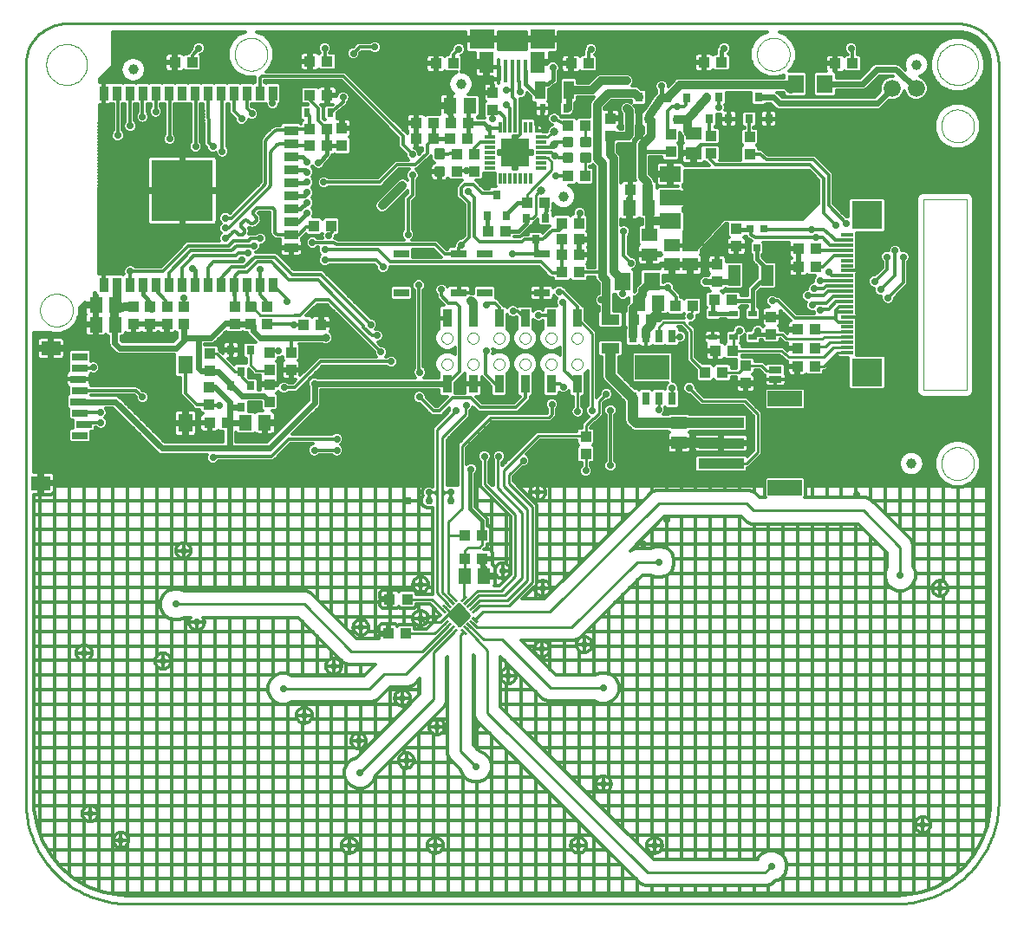
<source format=gtl>
G75*
%MOIN*%
%OFA0B0*%
%FSLAX24Y24*%
%IPPOS*%
%LPD*%
%AMOC8*
5,1,8,0,0,1.08239X$1,22.5*
%
%ADD10C,0.0100*%
%ADD11C,0.0000*%
%ADD12C,0.0039*%
%ADD13R,0.0118X0.0394*%
%ADD14R,0.1063X0.1063*%
%ADD15R,0.0171X0.0171*%
%ADD16R,0.0394X0.0118*%
%ADD17R,0.0177X0.0906*%
%ADD18R,0.0935X0.0748*%
%ADD19R,0.0581X0.0827*%
%ADD20R,0.0512X0.0591*%
%ADD21R,0.0394X0.0709*%
%ADD22R,0.0248X0.0327*%
%ADD23R,0.0315X0.0354*%
%ADD24R,0.0394X0.0433*%
%ADD25R,0.0433X0.0394*%
%ADD26R,0.0276X0.0276*%
%ADD27R,0.0327X0.0248*%
%ADD28R,0.0591X0.0512*%
%ADD29R,0.1181X0.1063*%
%ADD30R,0.0472X0.0118*%
%ADD31R,0.0472X0.0787*%
%ADD32R,0.0787X0.0591*%
%ADD33R,0.0787X0.1496*%
%ADD34R,0.0551X0.0709*%
%ADD35R,0.0748X0.0551*%
%ADD36R,0.0591X0.0315*%
%ADD37C,0.0118*%
%ADD38C,0.0394*%
%ADD39R,0.0354X0.0551*%
%ADD40R,0.0551X0.0354*%
%ADD41R,0.2362X0.2362*%
%ADD42R,0.0630X0.0710*%
%ADD43R,0.0709X0.0394*%
%ADD44R,0.1772X0.0394*%
%ADD45R,0.1339X0.0591*%
%ADD46C,0.0300*%
%ADD47C,0.0660*%
%ADD48R,0.0600X0.0300*%
%ADD49R,0.0354X0.0709*%
%ADD50C,0.0277*%
%ADD51R,0.0299X0.0500*%
%ADD52R,0.1339X0.0945*%
%ADD53R,0.0500X0.0250*%
%ADD54R,0.0100X0.0280*%
%ADD55C,0.0120*%
%ADD56C,0.0160*%
%ADD57C,0.0400*%
%ADD58C,0.0320*%
%ADD59C,0.0320*%
%ADD60C,0.0240*%
%ADD61C,0.0317*%
%ADD62C,0.0560*%
D10*
X005927Y004947D02*
X035455Y004947D01*
X035579Y004949D01*
X035702Y004955D01*
X035826Y004964D01*
X035948Y004978D01*
X036071Y004995D01*
X036193Y005017D01*
X036314Y005042D01*
X036434Y005071D01*
X036553Y005103D01*
X036672Y005140D01*
X036789Y005180D01*
X036904Y005223D01*
X037019Y005271D01*
X037131Y005322D01*
X037242Y005376D01*
X037352Y005434D01*
X037459Y005495D01*
X037565Y005560D01*
X037668Y005628D01*
X037769Y005699D01*
X037868Y005773D01*
X037965Y005850D01*
X038059Y005931D01*
X038150Y006014D01*
X038239Y006100D01*
X038325Y006189D01*
X038408Y006280D01*
X038489Y006374D01*
X038566Y006471D01*
X038640Y006570D01*
X038711Y006671D01*
X038779Y006774D01*
X038844Y006880D01*
X038905Y006987D01*
X038963Y007097D01*
X039017Y007208D01*
X039068Y007320D01*
X039116Y007435D01*
X039159Y007550D01*
X039199Y007667D01*
X039236Y007786D01*
X039268Y007905D01*
X039297Y008025D01*
X039322Y008146D01*
X039344Y008268D01*
X039361Y008391D01*
X039375Y008513D01*
X039384Y008637D01*
X039390Y008760D01*
X039392Y008884D01*
X039392Y037231D01*
X039390Y037308D01*
X039384Y037385D01*
X039375Y037462D01*
X039362Y037538D01*
X039345Y037614D01*
X039324Y037688D01*
X039300Y037762D01*
X039272Y037834D01*
X039241Y037904D01*
X039206Y037973D01*
X039168Y038041D01*
X039127Y038106D01*
X039082Y038169D01*
X039034Y038230D01*
X038984Y038289D01*
X038931Y038345D01*
X038875Y038398D01*
X038816Y038448D01*
X038755Y038496D01*
X038692Y038541D01*
X038627Y038582D01*
X038559Y038620D01*
X038490Y038655D01*
X038420Y038686D01*
X038348Y038714D01*
X038274Y038738D01*
X038200Y038759D01*
X038124Y038776D01*
X038048Y038789D01*
X037971Y038798D01*
X037894Y038804D01*
X037817Y038806D01*
X003565Y038806D01*
X003488Y038804D01*
X003411Y038798D01*
X003334Y038789D01*
X003258Y038776D01*
X003182Y038759D01*
X003108Y038738D01*
X003034Y038714D01*
X002962Y038686D01*
X002892Y038655D01*
X002823Y038620D01*
X002755Y038582D01*
X002690Y038541D01*
X002627Y038496D01*
X002566Y038448D01*
X002507Y038398D01*
X002451Y038345D01*
X002398Y038289D01*
X002348Y038230D01*
X002300Y038169D01*
X002255Y038106D01*
X002214Y038041D01*
X002176Y037973D01*
X002141Y037904D01*
X002110Y037834D01*
X002082Y037762D01*
X002058Y037688D01*
X002037Y037614D01*
X002020Y037538D01*
X002007Y037462D01*
X001998Y037385D01*
X001992Y037308D01*
X001990Y037231D01*
X001990Y008884D01*
X001992Y008760D01*
X001998Y008637D01*
X002007Y008513D01*
X002021Y008391D01*
X002038Y008268D01*
X002060Y008146D01*
X002085Y008025D01*
X002114Y007905D01*
X002146Y007786D01*
X002183Y007667D01*
X002223Y007550D01*
X002266Y007435D01*
X002314Y007320D01*
X002365Y007208D01*
X002419Y007097D01*
X002477Y006987D01*
X002538Y006880D01*
X002603Y006774D01*
X002671Y006671D01*
X002742Y006570D01*
X002816Y006471D01*
X002893Y006374D01*
X002974Y006280D01*
X003057Y006189D01*
X003143Y006100D01*
X003232Y006014D01*
X003323Y005931D01*
X003417Y005850D01*
X003514Y005773D01*
X003613Y005699D01*
X003714Y005628D01*
X003817Y005560D01*
X003923Y005495D01*
X004030Y005434D01*
X004140Y005376D01*
X004251Y005322D01*
X004363Y005271D01*
X004478Y005223D01*
X004593Y005180D01*
X004710Y005140D01*
X004829Y005103D01*
X004948Y005071D01*
X005068Y005042D01*
X005189Y005017D01*
X005311Y004995D01*
X005434Y004978D01*
X005556Y004964D01*
X005680Y004955D01*
X005803Y004949D01*
X005927Y004947D01*
X011890Y013216D02*
X015215Y013216D01*
X015778Y013779D01*
X016601Y013779D01*
X018356Y015533D01*
X018462Y015427D02*
X017653Y014618D01*
X017653Y012804D01*
X014840Y009991D01*
X014840Y009979D01*
X018702Y010829D02*
X019303Y010229D01*
X018702Y010829D02*
X018702Y015279D01*
X018829Y015427D01*
X018935Y015533D02*
X019739Y014691D01*
X019739Y012291D01*
X025915Y006154D01*
X030415Y006154D01*
X030653Y006391D01*
X024195Y013239D02*
X022164Y013239D01*
X020297Y015105D01*
X019590Y015105D01*
X019049Y015646D01*
X019162Y015759D02*
X019344Y015577D01*
X022975Y015577D01*
X025494Y018097D01*
X026321Y018097D01*
X026321Y020341D02*
X029707Y020341D01*
X029983Y020065D01*
X034195Y020065D01*
X035612Y018648D01*
X035612Y017585D01*
X030140Y022310D02*
X030140Y023766D01*
X029628Y024278D01*
X028014Y024278D01*
X027502Y024790D01*
X026835Y024792D02*
X026835Y024382D01*
X026335Y024382D02*
X026321Y024369D01*
X026321Y023963D01*
X028112Y025380D02*
X027581Y025912D01*
X027581Y026995D01*
X027266Y027310D01*
X026518Y027310D01*
X026335Y027126D01*
X026335Y026772D01*
X026835Y026772D02*
X026849Y026758D01*
X027148Y026758D01*
X027542Y027546D02*
X027561Y027605D01*
X027640Y027939D01*
X026675Y028648D02*
X025868Y028648D01*
X026054Y028884D01*
X023762Y026896D02*
X023191Y027467D01*
X023762Y026896D02*
X023762Y023924D01*
X024038Y023806D02*
X023841Y023609D01*
X023801Y023609D01*
X023526Y023333D01*
X023526Y022920D01*
X023492Y022954D01*
X021703Y022954D01*
X020376Y021627D01*
X020376Y021010D01*
X021282Y020105D01*
X021282Y017388D01*
X020494Y016601D01*
X019431Y016601D01*
X019170Y016339D01*
X019162Y016339D01*
X019268Y016233D02*
X019439Y016404D01*
X020573Y016404D01*
X021479Y017310D01*
X021479Y020223D01*
X020573Y021128D01*
X020573Y021443D01*
X021124Y021995D01*
X020179Y022152D02*
X020140Y022113D01*
X020140Y020932D01*
X021085Y019987D01*
X021085Y017467D01*
X020416Y016798D01*
X019392Y016798D01*
X019049Y016454D01*
X019049Y016452D01*
X018935Y016565D02*
X019365Y016995D01*
X020258Y016995D01*
X020809Y017546D01*
X020809Y019908D01*
X019628Y021089D01*
X019628Y022152D01*
X018762Y022563D02*
X019853Y023654D01*
X022089Y023654D01*
X022227Y023791D01*
X023211Y024928D02*
X023191Y024947D01*
X023211Y024928D02*
X023211Y023884D01*
X024038Y023806D02*
X024038Y024278D01*
X024313Y024554D01*
X023535Y022929D02*
X023526Y022920D01*
X023526Y022250D02*
X023526Y021601D01*
X026321Y020341D02*
X022148Y016168D01*
X019570Y016168D01*
X019268Y015865D01*
X019038Y016010D02*
X018683Y015656D01*
X018644Y015656D01*
X018526Y015774D01*
X018368Y015932D01*
X018368Y016050D01*
X018408Y016089D01*
X018408Y016010D01*
X018447Y015971D01*
X018644Y015971D01*
X018801Y016128D01*
X018683Y016128D01*
X018565Y016010D01*
X018637Y016078D02*
X018654Y016078D01*
X018651Y016074D02*
X018646Y016069D01*
X018557Y016157D01*
X018416Y016215D01*
X018644Y016443D01*
X018832Y016255D01*
X018651Y016074D01*
X018526Y016128D02*
X018368Y016128D01*
X018329Y016168D01*
X018329Y016128D01*
X018250Y016050D01*
X018368Y015932D01*
X018486Y015932D01*
X018565Y015853D01*
X018683Y015853D01*
X018723Y015813D01*
X018683Y015813D01*
X018447Y016050D01*
X018526Y016128D01*
X018511Y016176D02*
X018753Y016176D01*
X018841Y016128D02*
X018841Y016050D01*
X018565Y015774D01*
X018526Y015774D01*
X018565Y015774D02*
X018644Y015774D01*
X018683Y015735D01*
X018683Y015774D01*
X018723Y015813D01*
X018959Y016050D01*
X018920Y016050D01*
X018841Y016128D01*
X018813Y016275D02*
X018475Y016275D01*
X018392Y016191D02*
X018605Y016404D01*
X018683Y016404D01*
X019038Y016050D01*
X019038Y016010D01*
X018714Y016373D02*
X018574Y016373D01*
X018392Y016191D02*
X018278Y016191D01*
X018130Y016339D01*
X018129Y016339D01*
X018023Y016233D02*
X017592Y016664D01*
X016653Y016664D01*
X017165Y015931D02*
X017322Y015774D01*
X017935Y015774D01*
X018023Y015862D01*
X018023Y015865D01*
X018278Y016120D01*
X018242Y016452D02*
X017790Y016904D01*
X017790Y020691D01*
X017712Y020770D01*
X017707Y020770D01*
X017790Y020854D01*
X017790Y023188D01*
X018526Y023924D01*
X018915Y023766D02*
X018016Y022867D01*
X018016Y020852D01*
X018103Y020766D01*
X018015Y020679D01*
X018015Y022866D01*
X018016Y022867D01*
X018762Y022563D02*
X018762Y020144D01*
X018250Y019632D01*
X018250Y019081D01*
X018291Y019122D01*
X018878Y019122D01*
X018998Y018648D02*
X019431Y018648D01*
X019549Y018766D01*
X019549Y019120D01*
X019548Y019122D01*
X018998Y018648D02*
X018882Y018532D01*
X018882Y018222D01*
X018860Y018200D01*
X018860Y017549D01*
X018829Y017519D01*
X018829Y016672D01*
X018462Y016672D02*
X018455Y016672D01*
X018250Y016876D01*
X018250Y019081D01*
X018015Y020679D02*
X018015Y016906D01*
X018356Y016565D01*
X018129Y015759D02*
X017705Y015335D01*
X016601Y015335D01*
X017165Y015817D02*
X017165Y015931D01*
X018242Y015646D02*
X017250Y014654D01*
X014503Y014654D01*
X012690Y016466D01*
X007778Y016466D01*
X010632Y024869D02*
X010258Y025243D01*
X010258Y025420D01*
X010022Y025420D01*
X009333Y026109D01*
X009077Y026109D01*
X010632Y026247D02*
X010632Y025676D01*
X010849Y025459D01*
X011341Y025459D01*
X011360Y025479D01*
X011006Y027585D02*
X012345Y027585D01*
X011006Y027585D02*
X010790Y027802D01*
X011479Y035735D02*
X011479Y036050D01*
X011518Y036089D01*
X018565Y033786D02*
X018605Y033806D01*
X021282Y032231D02*
X021262Y031916D01*
X021282Y032231D02*
X021439Y032428D01*
X022187Y033176D01*
X022187Y033491D01*
X022069Y033648D01*
X021794Y033648D01*
X021794Y033845D02*
X022187Y033845D01*
X022187Y034042D02*
X021794Y034042D01*
X022187Y034042D02*
X022305Y034160D01*
X022030Y034436D02*
X022305Y034632D01*
X022030Y034436D02*
X021794Y034436D01*
X023517Y034239D02*
X023486Y034908D01*
X023506Y034869D01*
X023517Y033648D02*
X023486Y032939D01*
X023506Y032939D01*
X021794Y032388D02*
X021754Y032388D01*
X021597Y032231D01*
X021597Y031443D01*
X021479Y031325D01*
X021223Y031325D01*
X018920Y024121D02*
X018915Y024116D01*
X018915Y023766D01*
X018016Y020852D02*
X018016Y020767D01*
X018329Y020767D01*
X017790Y020766D02*
X017790Y020691D01*
X017790Y020766D02*
X017787Y020770D01*
X017707Y020770D01*
X017704Y020770D01*
X017489Y020770D01*
X017790Y020766D02*
X017790Y020854D01*
X028723Y021876D02*
X029707Y021876D01*
X030140Y022310D01*
X029412Y025380D02*
X028782Y025380D01*
X029412Y025380D02*
X029668Y025636D01*
X030278Y025636D01*
X030455Y025459D01*
X030790Y025459D01*
X030809Y025479D01*
X031321Y025971D02*
X031046Y026207D01*
X029175Y026207D01*
X029195Y026247D01*
X029195Y026739D01*
X030652Y026857D02*
X031065Y026857D01*
X031242Y026680D01*
X032620Y026680D01*
X032679Y026739D01*
X033565Y026739D01*
X033565Y026936D02*
X032423Y026936D01*
X032325Y027034D01*
X032423Y026955D01*
X032384Y026365D02*
X032325Y026325D01*
X032384Y026365D02*
X032738Y026365D01*
X032916Y026542D01*
X033565Y026542D01*
X033565Y026345D02*
X033034Y026345D01*
X032660Y025971D01*
X031321Y025971D01*
X032325Y025617D02*
X032660Y025617D01*
X033191Y026148D01*
X033565Y026148D01*
X032266Y030105D02*
X032364Y030144D01*
D11*
X036518Y031561D02*
X036518Y032034D01*
X037187Y034869D02*
X037189Y034919D01*
X037195Y034969D01*
X037205Y035018D01*
X037219Y035066D01*
X037236Y035113D01*
X037257Y035158D01*
X037282Y035202D01*
X037310Y035243D01*
X037342Y035282D01*
X037376Y035319D01*
X037413Y035353D01*
X037453Y035383D01*
X037495Y035410D01*
X037539Y035434D01*
X037585Y035455D01*
X037632Y035471D01*
X037680Y035484D01*
X037730Y035493D01*
X037779Y035498D01*
X037830Y035499D01*
X037880Y035496D01*
X037929Y035489D01*
X037978Y035478D01*
X038026Y035463D01*
X038072Y035445D01*
X038117Y035423D01*
X038160Y035397D01*
X038201Y035368D01*
X038240Y035336D01*
X038276Y035301D01*
X038308Y035263D01*
X038338Y035223D01*
X038365Y035180D01*
X038388Y035136D01*
X038407Y035090D01*
X038423Y035042D01*
X038435Y034993D01*
X038443Y034944D01*
X038447Y034894D01*
X038447Y034844D01*
X038443Y034794D01*
X038435Y034745D01*
X038423Y034696D01*
X038407Y034648D01*
X038388Y034602D01*
X038365Y034558D01*
X038338Y034515D01*
X038308Y034475D01*
X038276Y034437D01*
X038240Y034402D01*
X038201Y034370D01*
X038160Y034341D01*
X038117Y034315D01*
X038072Y034293D01*
X038026Y034275D01*
X037978Y034260D01*
X037929Y034249D01*
X037880Y034242D01*
X037830Y034239D01*
X037779Y034240D01*
X037730Y034245D01*
X037680Y034254D01*
X037632Y034267D01*
X037585Y034283D01*
X037539Y034304D01*
X037495Y034328D01*
X037453Y034355D01*
X037413Y034385D01*
X037376Y034419D01*
X037342Y034456D01*
X037310Y034495D01*
X037282Y034536D01*
X037257Y034580D01*
X037236Y034625D01*
X037219Y034672D01*
X037205Y034720D01*
X037195Y034769D01*
X037189Y034819D01*
X037187Y034869D01*
X037030Y037231D02*
X037032Y037287D01*
X037038Y037342D01*
X037048Y037396D01*
X037061Y037450D01*
X037079Y037503D01*
X037100Y037554D01*
X037124Y037604D01*
X037152Y037652D01*
X037184Y037698D01*
X037218Y037742D01*
X037256Y037783D01*
X037296Y037821D01*
X037339Y037856D01*
X037384Y037888D01*
X037432Y037917D01*
X037481Y037943D01*
X037532Y037965D01*
X037584Y037983D01*
X037638Y037997D01*
X037693Y038008D01*
X037748Y038015D01*
X037803Y038018D01*
X037859Y038017D01*
X037914Y038012D01*
X037969Y038003D01*
X038023Y037991D01*
X038076Y037974D01*
X038128Y037954D01*
X038178Y037930D01*
X038226Y037903D01*
X038273Y037873D01*
X038317Y037839D01*
X038359Y037802D01*
X038397Y037762D01*
X038434Y037720D01*
X038467Y037675D01*
X038496Y037629D01*
X038523Y037580D01*
X038545Y037529D01*
X038565Y037477D01*
X038580Y037423D01*
X038592Y037369D01*
X038600Y037314D01*
X038604Y037259D01*
X038604Y037203D01*
X038600Y037148D01*
X038592Y037093D01*
X038580Y037039D01*
X038565Y036985D01*
X038545Y036933D01*
X038523Y036882D01*
X038496Y036833D01*
X038467Y036787D01*
X038434Y036742D01*
X038397Y036700D01*
X038359Y036660D01*
X038317Y036623D01*
X038273Y036589D01*
X038226Y036559D01*
X038178Y036532D01*
X038128Y036508D01*
X038076Y036488D01*
X038023Y036471D01*
X037969Y036459D01*
X037914Y036450D01*
X037859Y036445D01*
X037803Y036444D01*
X037748Y036447D01*
X037693Y036454D01*
X037638Y036465D01*
X037584Y036479D01*
X037532Y036497D01*
X037481Y036519D01*
X037432Y036545D01*
X037384Y036574D01*
X037339Y036606D01*
X037296Y036641D01*
X037256Y036679D01*
X037218Y036720D01*
X037184Y036764D01*
X037152Y036810D01*
X037124Y036858D01*
X037100Y036908D01*
X037079Y036959D01*
X037061Y037012D01*
X037048Y037066D01*
X037038Y037120D01*
X037032Y037175D01*
X037030Y037231D01*
X030101Y037624D02*
X030103Y037674D01*
X030109Y037724D01*
X030119Y037773D01*
X030133Y037821D01*
X030150Y037868D01*
X030171Y037913D01*
X030196Y037957D01*
X030224Y037998D01*
X030256Y038037D01*
X030290Y038074D01*
X030327Y038108D01*
X030367Y038138D01*
X030409Y038165D01*
X030453Y038189D01*
X030499Y038210D01*
X030546Y038226D01*
X030594Y038239D01*
X030644Y038248D01*
X030693Y038253D01*
X030744Y038254D01*
X030794Y038251D01*
X030843Y038244D01*
X030892Y038233D01*
X030940Y038218D01*
X030986Y038200D01*
X031031Y038178D01*
X031074Y038152D01*
X031115Y038123D01*
X031154Y038091D01*
X031190Y038056D01*
X031222Y038018D01*
X031252Y037978D01*
X031279Y037935D01*
X031302Y037891D01*
X031321Y037845D01*
X031337Y037797D01*
X031349Y037748D01*
X031357Y037699D01*
X031361Y037649D01*
X031361Y037599D01*
X031357Y037549D01*
X031349Y037500D01*
X031337Y037451D01*
X031321Y037403D01*
X031302Y037357D01*
X031279Y037313D01*
X031252Y037270D01*
X031222Y037230D01*
X031190Y037192D01*
X031154Y037157D01*
X031115Y037125D01*
X031074Y037096D01*
X031031Y037070D01*
X030986Y037048D01*
X030940Y037030D01*
X030892Y037015D01*
X030843Y037004D01*
X030794Y036997D01*
X030744Y036994D01*
X030693Y036995D01*
X030644Y037000D01*
X030594Y037009D01*
X030546Y037022D01*
X030499Y037038D01*
X030453Y037059D01*
X030409Y037083D01*
X030367Y037110D01*
X030327Y037140D01*
X030290Y037174D01*
X030256Y037211D01*
X030224Y037250D01*
X030196Y037291D01*
X030171Y037335D01*
X030150Y037380D01*
X030133Y037427D01*
X030119Y037475D01*
X030109Y037524D01*
X030103Y037574D01*
X030101Y037624D01*
X022974Y026707D02*
X022976Y026736D01*
X022982Y026764D01*
X022991Y026792D01*
X023004Y026818D01*
X023021Y026841D01*
X023040Y026863D01*
X023062Y026882D01*
X023087Y026897D01*
X023113Y026910D01*
X023141Y026918D01*
X023169Y026923D01*
X023198Y026924D01*
X023227Y026921D01*
X023255Y026914D01*
X023282Y026904D01*
X023308Y026890D01*
X023331Y026873D01*
X023352Y026853D01*
X023370Y026830D01*
X023385Y026805D01*
X023396Y026778D01*
X023404Y026750D01*
X023408Y026721D01*
X023408Y026693D01*
X023404Y026664D01*
X023396Y026636D01*
X023385Y026609D01*
X023370Y026584D01*
X023352Y026561D01*
X023331Y026541D01*
X023308Y026524D01*
X023282Y026510D01*
X023255Y026500D01*
X023227Y026493D01*
X023198Y026490D01*
X023169Y026491D01*
X023141Y026496D01*
X023113Y026504D01*
X023087Y026517D01*
X023062Y026532D01*
X023040Y026551D01*
X023021Y026573D01*
X023004Y026596D01*
X022991Y026622D01*
X022982Y026650D01*
X022976Y026678D01*
X022974Y026707D01*
X021974Y026707D02*
X021976Y026736D01*
X021982Y026764D01*
X021991Y026792D01*
X022004Y026818D01*
X022021Y026841D01*
X022040Y026863D01*
X022062Y026882D01*
X022087Y026897D01*
X022113Y026910D01*
X022141Y026918D01*
X022169Y026923D01*
X022198Y026924D01*
X022227Y026921D01*
X022255Y026914D01*
X022282Y026904D01*
X022308Y026890D01*
X022331Y026873D01*
X022352Y026853D01*
X022370Y026830D01*
X022385Y026805D01*
X022396Y026778D01*
X022404Y026750D01*
X022408Y026721D01*
X022408Y026693D01*
X022404Y026664D01*
X022396Y026636D01*
X022385Y026609D01*
X022370Y026584D01*
X022352Y026561D01*
X022331Y026541D01*
X022308Y026524D01*
X022282Y026510D01*
X022255Y026500D01*
X022227Y026493D01*
X022198Y026490D01*
X022169Y026491D01*
X022141Y026496D01*
X022113Y026504D01*
X022087Y026517D01*
X022062Y026532D01*
X022040Y026551D01*
X022021Y026573D01*
X022004Y026596D01*
X021991Y026622D01*
X021982Y026650D01*
X021976Y026678D01*
X021974Y026707D01*
X020974Y026707D02*
X020976Y026736D01*
X020982Y026764D01*
X020991Y026792D01*
X021004Y026818D01*
X021021Y026841D01*
X021040Y026863D01*
X021062Y026882D01*
X021087Y026897D01*
X021113Y026910D01*
X021141Y026918D01*
X021169Y026923D01*
X021198Y026924D01*
X021227Y026921D01*
X021255Y026914D01*
X021282Y026904D01*
X021308Y026890D01*
X021331Y026873D01*
X021352Y026853D01*
X021370Y026830D01*
X021385Y026805D01*
X021396Y026778D01*
X021404Y026750D01*
X021408Y026721D01*
X021408Y026693D01*
X021404Y026664D01*
X021396Y026636D01*
X021385Y026609D01*
X021370Y026584D01*
X021352Y026561D01*
X021331Y026541D01*
X021308Y026524D01*
X021282Y026510D01*
X021255Y026500D01*
X021227Y026493D01*
X021198Y026490D01*
X021169Y026491D01*
X021141Y026496D01*
X021113Y026504D01*
X021087Y026517D01*
X021062Y026532D01*
X021040Y026551D01*
X021021Y026573D01*
X021004Y026596D01*
X020991Y026622D01*
X020982Y026650D01*
X020976Y026678D01*
X020974Y026707D01*
X019974Y026707D02*
X019976Y026736D01*
X019982Y026764D01*
X019991Y026792D01*
X020004Y026818D01*
X020021Y026841D01*
X020040Y026863D01*
X020062Y026882D01*
X020087Y026897D01*
X020113Y026910D01*
X020141Y026918D01*
X020169Y026923D01*
X020198Y026924D01*
X020227Y026921D01*
X020255Y026914D01*
X020282Y026904D01*
X020308Y026890D01*
X020331Y026873D01*
X020352Y026853D01*
X020370Y026830D01*
X020385Y026805D01*
X020396Y026778D01*
X020404Y026750D01*
X020408Y026721D01*
X020408Y026693D01*
X020404Y026664D01*
X020396Y026636D01*
X020385Y026609D01*
X020370Y026584D01*
X020352Y026561D01*
X020331Y026541D01*
X020308Y026524D01*
X020282Y026510D01*
X020255Y026500D01*
X020227Y026493D01*
X020198Y026490D01*
X020169Y026491D01*
X020141Y026496D01*
X020113Y026504D01*
X020087Y026517D01*
X020062Y026532D01*
X020040Y026551D01*
X020021Y026573D01*
X020004Y026596D01*
X019991Y026622D01*
X019982Y026650D01*
X019976Y026678D01*
X019974Y026707D01*
X018974Y026707D02*
X018976Y026736D01*
X018982Y026764D01*
X018991Y026792D01*
X019004Y026818D01*
X019021Y026841D01*
X019040Y026863D01*
X019062Y026882D01*
X019087Y026897D01*
X019113Y026910D01*
X019141Y026918D01*
X019169Y026923D01*
X019198Y026924D01*
X019227Y026921D01*
X019255Y026914D01*
X019282Y026904D01*
X019308Y026890D01*
X019331Y026873D01*
X019352Y026853D01*
X019370Y026830D01*
X019385Y026805D01*
X019396Y026778D01*
X019404Y026750D01*
X019408Y026721D01*
X019408Y026693D01*
X019404Y026664D01*
X019396Y026636D01*
X019385Y026609D01*
X019370Y026584D01*
X019352Y026561D01*
X019331Y026541D01*
X019308Y026524D01*
X019282Y026510D01*
X019255Y026500D01*
X019227Y026493D01*
X019198Y026490D01*
X019169Y026491D01*
X019141Y026496D01*
X019113Y026504D01*
X019087Y026517D01*
X019062Y026532D01*
X019040Y026551D01*
X019021Y026573D01*
X019004Y026596D01*
X018991Y026622D01*
X018982Y026650D01*
X018976Y026678D01*
X018974Y026707D01*
X017974Y026707D02*
X017976Y026736D01*
X017982Y026764D01*
X017991Y026792D01*
X018004Y026818D01*
X018021Y026841D01*
X018040Y026863D01*
X018062Y026882D01*
X018087Y026897D01*
X018113Y026910D01*
X018141Y026918D01*
X018169Y026923D01*
X018198Y026924D01*
X018227Y026921D01*
X018255Y026914D01*
X018282Y026904D01*
X018308Y026890D01*
X018331Y026873D01*
X018352Y026853D01*
X018370Y026830D01*
X018385Y026805D01*
X018396Y026778D01*
X018404Y026750D01*
X018408Y026721D01*
X018408Y026693D01*
X018404Y026664D01*
X018396Y026636D01*
X018385Y026609D01*
X018370Y026584D01*
X018352Y026561D01*
X018331Y026541D01*
X018308Y026524D01*
X018282Y026510D01*
X018255Y026500D01*
X018227Y026493D01*
X018198Y026490D01*
X018169Y026491D01*
X018141Y026496D01*
X018113Y026504D01*
X018087Y026517D01*
X018062Y026532D01*
X018040Y026551D01*
X018021Y026573D01*
X018004Y026596D01*
X017991Y026622D01*
X017982Y026650D01*
X017976Y026678D01*
X017974Y026707D01*
X017974Y025707D02*
X017976Y025736D01*
X017982Y025764D01*
X017991Y025792D01*
X018004Y025818D01*
X018021Y025841D01*
X018040Y025863D01*
X018062Y025882D01*
X018087Y025897D01*
X018113Y025910D01*
X018141Y025918D01*
X018169Y025923D01*
X018198Y025924D01*
X018227Y025921D01*
X018255Y025914D01*
X018282Y025904D01*
X018308Y025890D01*
X018331Y025873D01*
X018352Y025853D01*
X018370Y025830D01*
X018385Y025805D01*
X018396Y025778D01*
X018404Y025750D01*
X018408Y025721D01*
X018408Y025693D01*
X018404Y025664D01*
X018396Y025636D01*
X018385Y025609D01*
X018370Y025584D01*
X018352Y025561D01*
X018331Y025541D01*
X018308Y025524D01*
X018282Y025510D01*
X018255Y025500D01*
X018227Y025493D01*
X018198Y025490D01*
X018169Y025491D01*
X018141Y025496D01*
X018113Y025504D01*
X018087Y025517D01*
X018062Y025532D01*
X018040Y025551D01*
X018021Y025573D01*
X018004Y025596D01*
X017991Y025622D01*
X017982Y025650D01*
X017976Y025678D01*
X017974Y025707D01*
X018974Y025707D02*
X018976Y025736D01*
X018982Y025764D01*
X018991Y025792D01*
X019004Y025818D01*
X019021Y025841D01*
X019040Y025863D01*
X019062Y025882D01*
X019087Y025897D01*
X019113Y025910D01*
X019141Y025918D01*
X019169Y025923D01*
X019198Y025924D01*
X019227Y025921D01*
X019255Y025914D01*
X019282Y025904D01*
X019308Y025890D01*
X019331Y025873D01*
X019352Y025853D01*
X019370Y025830D01*
X019385Y025805D01*
X019396Y025778D01*
X019404Y025750D01*
X019408Y025721D01*
X019408Y025693D01*
X019404Y025664D01*
X019396Y025636D01*
X019385Y025609D01*
X019370Y025584D01*
X019352Y025561D01*
X019331Y025541D01*
X019308Y025524D01*
X019282Y025510D01*
X019255Y025500D01*
X019227Y025493D01*
X019198Y025490D01*
X019169Y025491D01*
X019141Y025496D01*
X019113Y025504D01*
X019087Y025517D01*
X019062Y025532D01*
X019040Y025551D01*
X019021Y025573D01*
X019004Y025596D01*
X018991Y025622D01*
X018982Y025650D01*
X018976Y025678D01*
X018974Y025707D01*
X019974Y025707D02*
X019976Y025736D01*
X019982Y025764D01*
X019991Y025792D01*
X020004Y025818D01*
X020021Y025841D01*
X020040Y025863D01*
X020062Y025882D01*
X020087Y025897D01*
X020113Y025910D01*
X020141Y025918D01*
X020169Y025923D01*
X020198Y025924D01*
X020227Y025921D01*
X020255Y025914D01*
X020282Y025904D01*
X020308Y025890D01*
X020331Y025873D01*
X020352Y025853D01*
X020370Y025830D01*
X020385Y025805D01*
X020396Y025778D01*
X020404Y025750D01*
X020408Y025721D01*
X020408Y025693D01*
X020404Y025664D01*
X020396Y025636D01*
X020385Y025609D01*
X020370Y025584D01*
X020352Y025561D01*
X020331Y025541D01*
X020308Y025524D01*
X020282Y025510D01*
X020255Y025500D01*
X020227Y025493D01*
X020198Y025490D01*
X020169Y025491D01*
X020141Y025496D01*
X020113Y025504D01*
X020087Y025517D01*
X020062Y025532D01*
X020040Y025551D01*
X020021Y025573D01*
X020004Y025596D01*
X019991Y025622D01*
X019982Y025650D01*
X019976Y025678D01*
X019974Y025707D01*
X020974Y025707D02*
X020976Y025736D01*
X020982Y025764D01*
X020991Y025792D01*
X021004Y025818D01*
X021021Y025841D01*
X021040Y025863D01*
X021062Y025882D01*
X021087Y025897D01*
X021113Y025910D01*
X021141Y025918D01*
X021169Y025923D01*
X021198Y025924D01*
X021227Y025921D01*
X021255Y025914D01*
X021282Y025904D01*
X021308Y025890D01*
X021331Y025873D01*
X021352Y025853D01*
X021370Y025830D01*
X021385Y025805D01*
X021396Y025778D01*
X021404Y025750D01*
X021408Y025721D01*
X021408Y025693D01*
X021404Y025664D01*
X021396Y025636D01*
X021385Y025609D01*
X021370Y025584D01*
X021352Y025561D01*
X021331Y025541D01*
X021308Y025524D01*
X021282Y025510D01*
X021255Y025500D01*
X021227Y025493D01*
X021198Y025490D01*
X021169Y025491D01*
X021141Y025496D01*
X021113Y025504D01*
X021087Y025517D01*
X021062Y025532D01*
X021040Y025551D01*
X021021Y025573D01*
X021004Y025596D01*
X020991Y025622D01*
X020982Y025650D01*
X020976Y025678D01*
X020974Y025707D01*
X021974Y025707D02*
X021976Y025736D01*
X021982Y025764D01*
X021991Y025792D01*
X022004Y025818D01*
X022021Y025841D01*
X022040Y025863D01*
X022062Y025882D01*
X022087Y025897D01*
X022113Y025910D01*
X022141Y025918D01*
X022169Y025923D01*
X022198Y025924D01*
X022227Y025921D01*
X022255Y025914D01*
X022282Y025904D01*
X022308Y025890D01*
X022331Y025873D01*
X022352Y025853D01*
X022370Y025830D01*
X022385Y025805D01*
X022396Y025778D01*
X022404Y025750D01*
X022408Y025721D01*
X022408Y025693D01*
X022404Y025664D01*
X022396Y025636D01*
X022385Y025609D01*
X022370Y025584D01*
X022352Y025561D01*
X022331Y025541D01*
X022308Y025524D01*
X022282Y025510D01*
X022255Y025500D01*
X022227Y025493D01*
X022198Y025490D01*
X022169Y025491D01*
X022141Y025496D01*
X022113Y025504D01*
X022087Y025517D01*
X022062Y025532D01*
X022040Y025551D01*
X022021Y025573D01*
X022004Y025596D01*
X021991Y025622D01*
X021982Y025650D01*
X021976Y025678D01*
X021974Y025707D01*
X022974Y025707D02*
X022976Y025736D01*
X022982Y025764D01*
X022991Y025792D01*
X023004Y025818D01*
X023021Y025841D01*
X023040Y025863D01*
X023062Y025882D01*
X023087Y025897D01*
X023113Y025910D01*
X023141Y025918D01*
X023169Y025923D01*
X023198Y025924D01*
X023227Y025921D01*
X023255Y025914D01*
X023282Y025904D01*
X023308Y025890D01*
X023331Y025873D01*
X023352Y025853D01*
X023370Y025830D01*
X023385Y025805D01*
X023396Y025778D01*
X023404Y025750D01*
X023408Y025721D01*
X023408Y025693D01*
X023404Y025664D01*
X023396Y025636D01*
X023385Y025609D01*
X023370Y025584D01*
X023352Y025561D01*
X023331Y025541D01*
X023308Y025524D01*
X023282Y025510D01*
X023255Y025500D01*
X023227Y025493D01*
X023198Y025490D01*
X023169Y025491D01*
X023141Y025496D01*
X023113Y025504D01*
X023087Y025517D01*
X023062Y025532D01*
X023040Y025551D01*
X023021Y025573D01*
X023004Y025596D01*
X022991Y025622D01*
X022982Y025650D01*
X022976Y025678D01*
X022974Y025707D01*
X010022Y037624D02*
X010024Y037674D01*
X010030Y037724D01*
X010040Y037773D01*
X010054Y037821D01*
X010071Y037868D01*
X010092Y037913D01*
X010117Y037957D01*
X010145Y037998D01*
X010177Y038037D01*
X010211Y038074D01*
X010248Y038108D01*
X010288Y038138D01*
X010330Y038165D01*
X010374Y038189D01*
X010420Y038210D01*
X010467Y038226D01*
X010515Y038239D01*
X010565Y038248D01*
X010614Y038253D01*
X010665Y038254D01*
X010715Y038251D01*
X010764Y038244D01*
X010813Y038233D01*
X010861Y038218D01*
X010907Y038200D01*
X010952Y038178D01*
X010995Y038152D01*
X011036Y038123D01*
X011075Y038091D01*
X011111Y038056D01*
X011143Y038018D01*
X011173Y037978D01*
X011200Y037935D01*
X011223Y037891D01*
X011242Y037845D01*
X011258Y037797D01*
X011270Y037748D01*
X011278Y037699D01*
X011282Y037649D01*
X011282Y037599D01*
X011278Y037549D01*
X011270Y037500D01*
X011258Y037451D01*
X011242Y037403D01*
X011223Y037357D01*
X011200Y037313D01*
X011173Y037270D01*
X011143Y037230D01*
X011111Y037192D01*
X011075Y037157D01*
X011036Y037125D01*
X010995Y037096D01*
X010952Y037070D01*
X010907Y037048D01*
X010861Y037030D01*
X010813Y037015D01*
X010764Y037004D01*
X010715Y036997D01*
X010665Y036994D01*
X010614Y036995D01*
X010565Y037000D01*
X010515Y037009D01*
X010467Y037022D01*
X010420Y037038D01*
X010374Y037059D01*
X010330Y037083D01*
X010288Y037110D01*
X010248Y037140D01*
X010211Y037174D01*
X010177Y037211D01*
X010145Y037250D01*
X010117Y037291D01*
X010092Y037335D01*
X010071Y037380D01*
X010054Y037427D01*
X010040Y037475D01*
X010030Y037524D01*
X010024Y037574D01*
X010022Y037624D01*
X002778Y037231D02*
X002780Y037287D01*
X002786Y037342D01*
X002796Y037396D01*
X002809Y037450D01*
X002827Y037503D01*
X002848Y037554D01*
X002872Y037604D01*
X002900Y037652D01*
X002932Y037698D01*
X002966Y037742D01*
X003004Y037783D01*
X003044Y037821D01*
X003087Y037856D01*
X003132Y037888D01*
X003180Y037917D01*
X003229Y037943D01*
X003280Y037965D01*
X003332Y037983D01*
X003386Y037997D01*
X003441Y038008D01*
X003496Y038015D01*
X003551Y038018D01*
X003607Y038017D01*
X003662Y038012D01*
X003717Y038003D01*
X003771Y037991D01*
X003824Y037974D01*
X003876Y037954D01*
X003926Y037930D01*
X003974Y037903D01*
X004021Y037873D01*
X004065Y037839D01*
X004107Y037802D01*
X004145Y037762D01*
X004182Y037720D01*
X004215Y037675D01*
X004244Y037629D01*
X004271Y037580D01*
X004293Y037529D01*
X004313Y037477D01*
X004328Y037423D01*
X004340Y037369D01*
X004348Y037314D01*
X004352Y037259D01*
X004352Y037203D01*
X004348Y037148D01*
X004340Y037093D01*
X004328Y037039D01*
X004313Y036985D01*
X004293Y036933D01*
X004271Y036882D01*
X004244Y036833D01*
X004215Y036787D01*
X004182Y036742D01*
X004145Y036700D01*
X004107Y036660D01*
X004065Y036623D01*
X004021Y036589D01*
X003974Y036559D01*
X003926Y036532D01*
X003876Y036508D01*
X003824Y036488D01*
X003771Y036471D01*
X003717Y036459D01*
X003662Y036450D01*
X003607Y036445D01*
X003551Y036444D01*
X003496Y036447D01*
X003441Y036454D01*
X003386Y036465D01*
X003332Y036479D01*
X003280Y036497D01*
X003229Y036519D01*
X003180Y036545D01*
X003132Y036574D01*
X003087Y036606D01*
X003044Y036641D01*
X003004Y036679D01*
X002966Y036720D01*
X002932Y036764D01*
X002900Y036810D01*
X002872Y036858D01*
X002848Y036908D01*
X002827Y036959D01*
X002809Y037012D01*
X002796Y037066D01*
X002786Y037120D01*
X002780Y037175D01*
X002778Y037231D01*
X002541Y027782D02*
X002543Y027832D01*
X002549Y027882D01*
X002559Y027931D01*
X002573Y027979D01*
X002590Y028026D01*
X002611Y028071D01*
X002636Y028115D01*
X002664Y028156D01*
X002696Y028195D01*
X002730Y028232D01*
X002767Y028266D01*
X002807Y028296D01*
X002849Y028323D01*
X002893Y028347D01*
X002939Y028368D01*
X002986Y028384D01*
X003034Y028397D01*
X003084Y028406D01*
X003133Y028411D01*
X003184Y028412D01*
X003234Y028409D01*
X003283Y028402D01*
X003332Y028391D01*
X003380Y028376D01*
X003426Y028358D01*
X003471Y028336D01*
X003514Y028310D01*
X003555Y028281D01*
X003594Y028249D01*
X003630Y028214D01*
X003662Y028176D01*
X003692Y028136D01*
X003719Y028093D01*
X003742Y028049D01*
X003761Y028003D01*
X003777Y027955D01*
X003789Y027906D01*
X003797Y027857D01*
X003801Y027807D01*
X003801Y027757D01*
X003797Y027707D01*
X003789Y027658D01*
X003777Y027609D01*
X003761Y027561D01*
X003742Y027515D01*
X003719Y027471D01*
X003692Y027428D01*
X003662Y027388D01*
X003630Y027350D01*
X003594Y027315D01*
X003555Y027283D01*
X003514Y027254D01*
X003471Y027228D01*
X003426Y027206D01*
X003380Y027188D01*
X003332Y027173D01*
X003283Y027162D01*
X003234Y027155D01*
X003184Y027152D01*
X003133Y027153D01*
X003084Y027158D01*
X003034Y027167D01*
X002986Y027180D01*
X002939Y027196D01*
X002893Y027217D01*
X002849Y027241D01*
X002807Y027268D01*
X002767Y027298D01*
X002730Y027332D01*
X002696Y027369D01*
X002664Y027408D01*
X002636Y027449D01*
X002611Y027493D01*
X002590Y027538D01*
X002573Y027585D01*
X002559Y027633D01*
X002549Y027682D01*
X002543Y027732D01*
X002541Y027782D01*
X037187Y021876D02*
X037189Y021926D01*
X037195Y021976D01*
X037205Y022025D01*
X037219Y022073D01*
X037236Y022120D01*
X037257Y022165D01*
X037282Y022209D01*
X037310Y022250D01*
X037342Y022289D01*
X037376Y022326D01*
X037413Y022360D01*
X037453Y022390D01*
X037495Y022417D01*
X037539Y022441D01*
X037585Y022462D01*
X037632Y022478D01*
X037680Y022491D01*
X037730Y022500D01*
X037779Y022505D01*
X037830Y022506D01*
X037880Y022503D01*
X037929Y022496D01*
X037978Y022485D01*
X038026Y022470D01*
X038072Y022452D01*
X038117Y022430D01*
X038160Y022404D01*
X038201Y022375D01*
X038240Y022343D01*
X038276Y022308D01*
X038308Y022270D01*
X038338Y022230D01*
X038365Y022187D01*
X038388Y022143D01*
X038407Y022097D01*
X038423Y022049D01*
X038435Y022000D01*
X038443Y021951D01*
X038447Y021901D01*
X038447Y021851D01*
X038443Y021801D01*
X038435Y021752D01*
X038423Y021703D01*
X038407Y021655D01*
X038388Y021609D01*
X038365Y021565D01*
X038338Y021522D01*
X038308Y021482D01*
X038276Y021444D01*
X038240Y021409D01*
X038201Y021377D01*
X038160Y021348D01*
X038117Y021322D01*
X038072Y021300D01*
X038026Y021282D01*
X037978Y021267D01*
X037929Y021256D01*
X037880Y021249D01*
X037830Y021246D01*
X037779Y021247D01*
X037730Y021252D01*
X037680Y021261D01*
X037632Y021274D01*
X037585Y021290D01*
X037539Y021311D01*
X037495Y021335D01*
X037453Y021362D01*
X037413Y021392D01*
X037376Y021426D01*
X037342Y021463D01*
X037310Y021502D01*
X037282Y021543D01*
X037257Y021587D01*
X037236Y021632D01*
X037219Y021679D01*
X037205Y021727D01*
X037195Y021776D01*
X037189Y021826D01*
X037187Y021876D01*
D12*
X036518Y024711D02*
X036518Y032034D01*
X038171Y032034D01*
X038171Y024711D01*
X036518Y024711D01*
D13*
X021400Y032861D03*
X021203Y032861D03*
X021006Y032861D03*
X020809Y032861D03*
X020612Y032861D03*
X020416Y032861D03*
X020219Y032861D03*
X020219Y034829D03*
X020416Y034829D03*
X020612Y034829D03*
X020809Y034829D03*
X021006Y034829D03*
X021203Y034829D03*
X021400Y034829D03*
D14*
X020809Y033845D03*
D15*
X021637Y034673D03*
D16*
X021794Y034436D03*
X021794Y034239D03*
X021794Y034042D03*
X021794Y033845D03*
X021794Y033648D03*
X021794Y033451D03*
X021794Y033254D03*
X019825Y033254D03*
X019825Y033451D03*
X019825Y033648D03*
X019825Y033845D03*
X019825Y034042D03*
X019825Y034239D03*
X019825Y034436D03*
D17*
X020179Y036995D03*
X020435Y036995D03*
X020691Y036995D03*
X020947Y036995D03*
X021203Y036995D03*
D18*
X021853Y038215D03*
X019530Y038215D03*
D19*
X019707Y037310D03*
X021675Y037310D03*
D20*
X019057Y035656D03*
X018309Y035656D03*
X025199Y031719D03*
X025947Y031719D03*
X026301Y028058D03*
X025553Y028058D03*
X019608Y017549D03*
X018860Y017549D03*
X011183Y023451D03*
X010435Y023451D03*
X005435Y027231D03*
X005435Y027979D03*
X004687Y027979D03*
X004687Y027231D03*
D21*
X021754Y036247D03*
X022857Y036247D03*
D22*
X022758Y035538D03*
X021853Y035538D03*
X025120Y034475D03*
X026026Y034475D03*
X013703Y035380D03*
X012797Y035380D03*
D23*
X019727Y031404D03*
X020475Y031404D03*
X021223Y031325D03*
X021971Y031325D03*
X021597Y030499D03*
X020101Y032231D03*
X025199Y035144D03*
X025947Y035144D03*
X025573Y035971D03*
X026656Y035932D03*
X027030Y035105D03*
X027404Y035932D03*
X028270Y035144D03*
X028644Y035971D03*
X029018Y035144D03*
X029805Y035144D03*
X030179Y035971D03*
X030553Y035144D03*
X010632Y026247D03*
X009884Y026247D03*
X010258Y025420D03*
X009884Y024869D03*
X010632Y024869D03*
X010258Y024042D03*
D24*
X011360Y024258D03*
X011360Y024928D03*
X012193Y025491D03*
X012193Y026160D03*
X013073Y031010D03*
X013742Y031010D03*
X013585Y034121D03*
X013585Y034750D03*
X012916Y034750D03*
X012916Y034121D03*
X014149Y034114D03*
X014149Y034784D03*
X017010Y034396D03*
X017679Y034396D03*
X018309Y034396D03*
X018979Y034396D03*
X019943Y035479D03*
X019943Y036148D03*
X022837Y034869D03*
X023506Y034869D03*
X023506Y032939D03*
X022837Y032939D03*
X021931Y031916D03*
X021262Y031916D03*
X020435Y030813D03*
X019766Y030813D03*
X022601Y031128D03*
X023270Y031128D03*
X023270Y029908D03*
X023270Y029239D03*
X022601Y029239D03*
X022601Y029908D03*
X026971Y027939D03*
X027640Y027939D03*
X028565Y028865D03*
X028565Y029534D03*
X030652Y027526D03*
X030652Y026857D03*
X028782Y025380D03*
X028112Y025380D03*
X019548Y019122D03*
X018878Y019122D03*
X016601Y015335D03*
X015931Y015335D03*
X007423Y027250D03*
X007423Y027920D03*
X006754Y027920D03*
X006124Y027920D03*
X006124Y027250D03*
X006754Y027250D03*
D25*
X008053Y027250D03*
X008053Y027920D03*
X009077Y026109D03*
X009077Y025439D03*
X009038Y024810D03*
X009038Y024140D03*
X009057Y023451D03*
X009727Y023451D03*
X011360Y025479D03*
X011360Y026148D03*
X011282Y027250D03*
X011282Y027920D03*
X010652Y027920D03*
X010022Y027920D03*
X010022Y027250D03*
X010652Y027250D03*
X012679Y027231D03*
X013349Y027231D03*
X018565Y033117D03*
X018565Y033786D03*
X019234Y033786D03*
X019234Y033117D03*
X019018Y034987D03*
X018349Y034987D03*
X017679Y034987D03*
X017010Y034987D03*
X017758Y037270D03*
X018427Y037270D03*
X022955Y037270D03*
X023624Y037270D03*
X024471Y035164D03*
X024471Y034495D03*
X025238Y032428D03*
X025908Y032428D03*
X026794Y033865D03*
X026794Y034534D03*
X028329Y034495D03*
X028329Y033825D03*
X029825Y033786D03*
X029825Y034455D03*
X028742Y037310D03*
X028073Y037310D03*
X033112Y037270D03*
X033782Y037270D03*
X029313Y030912D03*
X029313Y030243D03*
X029136Y028176D03*
X028467Y028176D03*
X028506Y026207D03*
X029175Y026207D03*
X029668Y025636D03*
X029668Y024967D03*
X031656Y025617D03*
X032325Y025617D03*
X032325Y026325D03*
X031656Y026325D03*
X031656Y027034D03*
X032325Y027034D03*
X032364Y029436D03*
X031695Y029436D03*
X031695Y030144D03*
X032364Y030144D03*
X026026Y027428D03*
X025357Y027428D03*
X023270Y030499D03*
X022601Y030499D03*
X023526Y022920D03*
X023526Y022250D03*
X019551Y018222D03*
X018882Y018222D03*
X016653Y016664D03*
X015984Y016664D03*
X013585Y036050D03*
X012916Y036050D03*
X012916Y037349D03*
X013585Y037349D03*
X008388Y037310D03*
X007719Y037310D03*
D26*
X029845Y030902D03*
X030357Y030902D03*
X030101Y030174D03*
D27*
X029943Y027644D03*
X029195Y027644D03*
X028408Y027644D03*
X028408Y026739D03*
X029195Y026739D03*
X029943Y026739D03*
D28*
X027542Y029534D03*
X026833Y029534D03*
X026833Y030282D03*
X027542Y030282D03*
X025967Y029928D03*
X025967Y030676D03*
X027660Y033825D03*
X027660Y034573D03*
X027109Y023432D03*
X027109Y022684D03*
D29*
X034345Y025388D03*
X034345Y031436D03*
D30*
X033565Y030676D03*
X033565Y030479D03*
X033565Y030282D03*
X033565Y030085D03*
X033565Y029888D03*
X033565Y029691D03*
X033565Y029495D03*
X033565Y029298D03*
X033565Y029101D03*
X033565Y028904D03*
X033565Y028707D03*
X033565Y028510D03*
X033565Y028313D03*
X033565Y028117D03*
X033565Y027920D03*
X033565Y027723D03*
X033565Y027526D03*
X033565Y027329D03*
X033565Y027132D03*
X033565Y026936D03*
X033565Y026739D03*
X033565Y026542D03*
X033565Y026345D03*
X033565Y026148D03*
D31*
X030494Y029121D03*
X029234Y029121D03*
D32*
X026774Y031207D03*
X026774Y032113D03*
X026774Y033018D03*
D33*
X029254Y032113D03*
D34*
X008132Y025676D03*
X008132Y023432D03*
D35*
X002955Y026306D03*
X002561Y021128D03*
D36*
X004077Y022963D03*
X004234Y023396D03*
X004077Y023829D03*
X003998Y024262D03*
X004077Y024695D03*
X003998Y025128D03*
X004077Y025561D03*
X004077Y025995D03*
D37*
X017758Y033244D02*
X018034Y033244D01*
X018034Y032968D01*
X017758Y032968D01*
X017758Y033244D01*
X017758Y033085D02*
X018034Y033085D01*
X018034Y033202D02*
X017758Y033202D01*
X017758Y033935D02*
X018034Y033935D01*
X018034Y033659D01*
X017758Y033659D01*
X017758Y033935D01*
X017758Y033776D02*
X018034Y033776D01*
X018034Y033893D02*
X017758Y033893D01*
X022964Y033786D02*
X022964Y033510D01*
X022688Y033510D01*
X022688Y033786D01*
X022964Y033786D01*
X022964Y033627D02*
X022688Y033627D01*
X022688Y033744D02*
X022964Y033744D01*
X022964Y034101D02*
X022964Y034377D01*
X022964Y034101D02*
X022688Y034101D01*
X022688Y034377D01*
X022964Y034377D01*
X022964Y034218D02*
X022688Y034218D01*
X022688Y034335D02*
X022964Y034335D01*
X023655Y034377D02*
X023655Y034101D01*
X023379Y034101D01*
X023379Y034377D01*
X023655Y034377D01*
X023655Y034218D02*
X023379Y034218D01*
X023379Y034335D02*
X023655Y034335D01*
X023655Y033786D02*
X023655Y033510D01*
X023379Y033510D01*
X023379Y033786D01*
X023655Y033786D01*
X023655Y033627D02*
X023379Y033627D01*
X023379Y033744D02*
X023655Y033744D01*
D38*
X022660Y032152D03*
X018723Y036483D03*
X006124Y037034D03*
X036242Y037231D03*
X036046Y021876D03*
D39*
X011486Y028758D03*
X010986Y028758D03*
X010486Y028758D03*
X009986Y028758D03*
X009486Y028758D03*
X008986Y028758D03*
X008486Y028758D03*
X007986Y028758D03*
X007486Y028758D03*
X006986Y028758D03*
X006486Y028758D03*
X005986Y028758D03*
X005486Y028758D03*
X004986Y028758D03*
X004986Y036121D03*
X005486Y036121D03*
X005986Y036121D03*
X006486Y036121D03*
X006986Y036121D03*
X007486Y036121D03*
X007986Y036121D03*
X008486Y036121D03*
X008986Y036121D03*
X009486Y036121D03*
X009986Y036121D03*
X010486Y036121D03*
X010986Y036121D03*
X011486Y036121D03*
D40*
X012195Y034687D03*
X012195Y034187D03*
X012195Y033687D03*
X012195Y033187D03*
X012195Y032687D03*
X012195Y032187D03*
X012195Y031687D03*
X012195Y031187D03*
X012195Y030687D03*
X012195Y030187D03*
D41*
X008014Y032388D03*
D42*
X024934Y028884D03*
X026054Y028884D03*
X031588Y036483D03*
X032708Y036483D03*
D43*
X024471Y027428D03*
X024471Y026325D03*
D44*
X028723Y023451D03*
X028723Y022664D03*
X028723Y021876D03*
D45*
X031183Y020951D03*
X031183Y024376D03*
D46*
X018329Y020452D03*
X017489Y020455D03*
X016717Y020442D03*
D47*
X035301Y036317D03*
X036219Y036325D03*
D48*
X021831Y029949D03*
X021831Y028449D03*
X019631Y028449D03*
X018642Y028449D03*
X018642Y029949D03*
X019631Y029949D03*
X016442Y029949D03*
X016442Y028449D03*
D49*
X018191Y027467D03*
X019191Y027467D03*
X020191Y027467D03*
X021191Y027467D03*
X022191Y027467D03*
X023191Y027467D03*
X023191Y024947D03*
X022191Y024947D03*
X021191Y024947D03*
X020191Y024947D03*
X019191Y024947D03*
X018191Y024947D03*
D50*
X018723Y024829D03*
X018920Y024121D03*
X018526Y023924D03*
X017738Y024436D03*
X017128Y024441D03*
X016557Y024436D03*
X015967Y024436D03*
X015967Y025420D03*
X016040Y025804D03*
X015652Y026168D03*
X015494Y026798D03*
X015258Y027231D03*
X015967Y026995D03*
X016269Y026420D03*
X016623Y025920D03*
X016557Y025420D03*
X017140Y025391D03*
X017542Y025420D03*
X017542Y026995D03*
X016557Y026995D03*
X017975Y028569D03*
X017960Y029241D03*
X017345Y029239D03*
X017103Y028741D03*
X017279Y029985D03*
X016690Y030691D03*
X016298Y031065D03*
X016298Y031522D03*
X017109Y031522D03*
X017109Y031065D03*
X017857Y030853D03*
X017857Y031522D03*
X018526Y031522D03*
X018526Y030853D03*
X018742Y030282D03*
X018723Y029160D03*
X019707Y027979D03*
X020731Y027743D03*
X021085Y028373D03*
X021754Y028845D03*
X022502Y028491D03*
X022620Y028097D03*
X023250Y028373D03*
X023671Y028380D03*
X024116Y028176D03*
X024825Y027861D03*
X024943Y028412D03*
X025258Y029593D03*
X025416Y029947D03*
X025416Y030538D03*
X025416Y030932D03*
X024983Y030813D03*
X023742Y030932D03*
X023742Y030538D03*
X023742Y029947D03*
X023742Y029554D03*
X022938Y028779D03*
X023841Y027388D03*
X024412Y026912D03*
X024959Y025774D03*
X024959Y025380D03*
X024038Y024987D03*
X024313Y024554D03*
X024471Y023924D03*
X023762Y023924D03*
X023211Y023884D03*
X022660Y024829D03*
X022227Y024160D03*
X021675Y024829D03*
X021675Y025223D03*
X021675Y026207D03*
X021715Y027585D03*
X020691Y026207D03*
X020691Y025223D03*
X020691Y024632D03*
X019732Y024379D03*
X019703Y026204D03*
X020297Y029160D03*
X020691Y029947D03*
X021597Y030932D03*
X022857Y031561D03*
X023290Y031522D03*
X023250Y032506D03*
X023644Y032506D03*
X024983Y032900D03*
X025297Y032900D03*
X026046Y033254D03*
X026164Y032979D03*
X026203Y033530D03*
X025612Y034475D03*
X025337Y033884D03*
X025022Y033884D03*
X024549Y035656D03*
X023349Y035754D03*
X023349Y035361D03*
X023290Y036247D03*
X023408Y036719D03*
X024234Y037310D03*
X023723Y037821D03*
X022975Y037821D03*
X022463Y037428D03*
X022266Y037113D03*
X022266Y035577D03*
X022305Y035144D03*
X021675Y035105D03*
X021203Y035695D03*
X021006Y036168D03*
X020455Y036247D03*
X020455Y035695D03*
X019943Y035144D03*
X019786Y034790D03*
X020494Y034121D03*
X020809Y033845D03*
X020534Y033530D03*
X021085Y033530D03*
X021124Y034121D03*
X022345Y033727D03*
X022384Y032939D03*
X019707Y032939D03*
X019668Y032585D03*
X018998Y032349D03*
X018920Y033136D03*
X018034Y032605D03*
X017345Y032703D03*
X016865Y032979D03*
X017345Y033294D03*
X016853Y033779D03*
X016557Y036050D03*
X017148Y037231D03*
X016557Y037585D03*
X015376Y037506D03*
X015416Y037900D03*
X014589Y037664D03*
X014254Y037113D03*
X013486Y037861D03*
X013112Y038097D03*
X013309Y038333D03*
X012876Y038333D03*
X012837Y037939D03*
X011675Y037388D03*
X011479Y038294D03*
X009904Y038294D03*
X008644Y037861D03*
X007738Y037939D03*
X006990Y037388D03*
X006990Y037073D03*
X006321Y038215D03*
X005534Y038215D03*
X005179Y035341D03*
X005179Y034908D03*
X005534Y034514D03*
X006006Y034869D03*
X006479Y035223D03*
X006990Y035420D03*
X007526Y034373D03*
X007109Y033254D03*
X007109Y032388D03*
X007109Y031443D03*
X006321Y030932D03*
X005140Y030932D03*
X004904Y029750D03*
X004904Y029357D03*
X005416Y029514D03*
X006006Y029278D03*
X006321Y029554D03*
X007069Y029554D03*
X008053Y028254D03*
X008408Y029396D03*
X009668Y030538D03*
X009668Y030932D03*
X009668Y031325D03*
X008920Y031443D03*
X009471Y032113D03*
X008920Y032388D03*
X008920Y033254D03*
X009471Y033294D03*
X009549Y033884D03*
X009195Y034081D03*
X008526Y034081D03*
X008014Y033254D03*
X008014Y032388D03*
X008014Y031443D03*
X006321Y033687D03*
X005140Y033687D03*
X005691Y032506D03*
X004156Y027782D03*
X004156Y027388D03*
X004156Y026995D03*
X004353Y026601D03*
X004746Y026601D03*
X004589Y025577D03*
X004943Y025223D03*
X005927Y025223D03*
X006479Y024436D03*
X007305Y023648D03*
X007305Y023254D03*
X006321Y022664D03*
X005534Y021876D03*
X004879Y023451D03*
X004864Y023845D03*
X003565Y021876D03*
X002778Y022664D03*
X002778Y023845D03*
X002778Y025026D03*
X006124Y026798D03*
X006754Y026798D03*
X007423Y026798D03*
X009431Y024121D03*
X008880Y022861D03*
X009195Y022113D03*
X010258Y022861D03*
X010849Y022861D03*
X011636Y023451D03*
X012070Y023867D03*
X012508Y024292D03*
X013093Y024947D03*
X012660Y025813D03*
X012612Y026365D03*
X012896Y026365D03*
X012305Y027231D03*
X012028Y028104D03*
X013132Y027703D03*
X013447Y027880D03*
X013211Y029436D03*
X013486Y029711D03*
X013486Y030105D03*
X013014Y030380D03*
X013644Y030656D03*
X013211Y031719D03*
X012817Y031916D03*
X012817Y032310D03*
X012817Y032703D03*
X012817Y033097D03*
X012817Y033491D03*
X013250Y033451D03*
X013211Y033058D03*
X013447Y032703D03*
X013211Y032388D03*
X012817Y031522D03*
X011242Y030813D03*
X011006Y030971D03*
X010770Y030813D03*
X011006Y030538D03*
X010770Y030262D03*
X010534Y029987D03*
X010297Y029711D03*
X011006Y029357D03*
X012423Y029436D03*
X012817Y029436D03*
X011716Y026207D03*
X010652Y025302D03*
X010258Y025853D03*
X010337Y026719D03*
X010022Y026719D03*
X011928Y024804D03*
X010652Y024042D03*
X012227Y022467D03*
X012620Y022467D03*
X013093Y022388D03*
X012620Y021876D03*
X012227Y021876D03*
X012670Y023217D03*
X013959Y022821D03*
X013959Y022388D03*
X014825Y021798D03*
X016164Y021798D03*
X017384Y021798D03*
X018368Y021798D03*
X019106Y021663D03*
X019628Y022152D03*
X020179Y022152D03*
X021124Y021995D03*
X021715Y021798D03*
X022305Y021798D03*
X022896Y021798D03*
X023526Y021601D03*
X023920Y021798D03*
X024471Y021798D03*
X026321Y023963D03*
X026835Y024792D03*
X027124Y025065D03*
X027124Y025420D03*
X027136Y025837D03*
X027124Y026286D03*
X026770Y026286D03*
X026455Y026286D03*
X026140Y026286D03*
X025825Y026286D03*
X026337Y027506D03*
X027148Y026758D03*
X027542Y027546D03*
X027975Y027073D03*
X028053Y026483D03*
X028408Y027231D03*
X028970Y027260D03*
X029431Y026995D03*
X029943Y027310D03*
X030140Y026995D03*
X030297Y026443D03*
X030691Y025932D03*
X031085Y026443D03*
X031164Y027191D03*
X030691Y028136D03*
X030297Y028097D03*
X030297Y028412D03*
X029589Y028451D03*
X029707Y029790D03*
X029392Y029790D03*
X029077Y029790D03*
X028703Y030085D03*
X028290Y030065D03*
X028093Y029750D03*
X028093Y029436D03*
X028132Y028865D03*
X027699Y028491D03*
X027305Y028609D03*
X026675Y028648D03*
X027581Y030853D03*
X027975Y031247D03*
X028368Y031247D03*
X028368Y031640D03*
X028368Y032034D03*
X027975Y032034D03*
X028368Y032428D03*
X028368Y032821D03*
X027975Y032821D03*
X027581Y032428D03*
X027581Y031640D03*
X027660Y033420D03*
X027227Y033813D03*
X028762Y033884D03*
X029353Y033884D03*
X029353Y034672D03*
X028762Y034672D03*
X028644Y035577D03*
X029353Y035774D03*
X029943Y036916D03*
X028841Y037861D03*
X029904Y038333D03*
X031636Y038254D03*
X032030Y037073D03*
X032423Y037231D03*
X033053Y038215D03*
X033723Y037861D03*
X034274Y037349D03*
X035061Y037428D03*
X035061Y038215D03*
X036046Y037821D03*
X037030Y038215D03*
X037030Y036247D03*
X036636Y034869D03*
X035849Y033294D03*
X035849Y032113D03*
X034786Y032191D03*
X033880Y033294D03*
X033880Y034081D03*
X033880Y034869D03*
X034786Y034908D03*
X033486Y032113D03*
X033526Y031128D03*
X033132Y031050D03*
X032384Y030577D03*
X032187Y030892D03*
X031242Y030144D03*
X031242Y029829D03*
X031242Y029514D03*
X030494Y029829D03*
X030494Y030144D03*
X030337Y031640D03*
X029943Y031640D03*
X029943Y032034D03*
X029943Y032428D03*
X029943Y032821D03*
X030337Y032428D03*
X030731Y032821D03*
X031124Y032428D03*
X031518Y032821D03*
X031912Y032428D03*
X031518Y032034D03*
X031124Y031640D03*
X030731Y032034D03*
X030337Y034081D03*
X030337Y034672D03*
X031321Y034475D03*
X031912Y034869D03*
X031912Y034081D03*
X035101Y029829D03*
X035416Y030065D03*
X035731Y029829D03*
X034628Y028884D03*
X034864Y028569D03*
X035140Y028254D03*
X035061Y027624D03*
X034038Y027743D03*
X034038Y026876D03*
X035061Y026601D03*
X035061Y024239D03*
X034227Y023668D03*
X033486Y024239D03*
X033486Y023058D03*
X033093Y022270D03*
X033880Y022270D03*
X035061Y023058D03*
X035455Y021483D03*
X036636Y021483D03*
X036636Y022270D03*
X036636Y023058D03*
X036636Y024239D03*
X038605Y024632D03*
X038605Y025813D03*
X038605Y026995D03*
X038605Y028176D03*
X038605Y029357D03*
X038605Y030538D03*
X038605Y031719D03*
X038605Y033294D03*
X037423Y033294D03*
X038801Y035262D03*
X038801Y036247D03*
X034116Y029278D03*
X034038Y028727D03*
X032857Y029239D03*
X032542Y028924D03*
X032305Y028609D03*
X032069Y028333D03*
X032227Y027979D03*
X032542Y027782D03*
X031046Y028412D03*
X028971Y024680D03*
X028998Y023963D03*
X028341Y023959D03*
X027813Y023947D03*
X027266Y023963D03*
X027404Y024365D03*
X027502Y024790D03*
X028250Y024672D03*
X030140Y024396D03*
X030731Y023845D03*
X033920Y020695D03*
X035612Y017585D03*
X037148Y017073D03*
X038644Y021286D03*
X038605Y023058D03*
X027030Y035617D03*
X026439Y036404D03*
X026754Y036640D03*
X025612Y036640D03*
X025573Y037782D03*
X019431Y036168D03*
X018920Y037231D03*
X018644Y037821D03*
X017935Y037821D03*
X017935Y036247D03*
X015376Y036050D03*
X014195Y035971D03*
X011479Y035735D03*
X010691Y035341D03*
X010297Y035144D03*
X009864Y036955D03*
X010652Y033294D03*
X015731Y029436D03*
X017489Y020770D03*
X018329Y020767D03*
X020322Y017755D03*
X021872Y017073D03*
X023454Y014914D03*
X021833Y014750D03*
X020544Y013716D03*
X019348Y011765D03*
X019303Y010229D03*
X017797Y011743D03*
X016479Y012861D03*
X014786Y011207D03*
X014840Y009979D03*
X016620Y010461D03*
X017738Y007191D03*
X014431Y007191D03*
X012703Y012193D03*
X011890Y013216D03*
X013830Y014080D03*
X014882Y015568D03*
X017165Y015931D03*
X017180Y017223D03*
X018641Y016046D03*
X021678Y020776D03*
X025722Y018794D03*
X026321Y018097D03*
X026636Y019711D03*
X024195Y013239D03*
X024195Y009554D03*
X023250Y007191D03*
X026164Y007191D03*
X030653Y006391D03*
X036479Y007979D03*
X008565Y015774D03*
X007778Y016466D03*
X008053Y018530D03*
X007502Y021876D03*
X004234Y014593D03*
X007266Y014278D03*
X004471Y008412D03*
X005652Y007388D03*
D51*
X025335Y024382D03*
X025835Y024382D03*
X026335Y024382D03*
X026835Y024382D03*
X026835Y026772D03*
X026335Y026772D03*
X025835Y026772D03*
X025335Y026772D03*
D52*
X026085Y025577D03*
D53*
X030809Y025479D03*
X030809Y025124D03*
D54*
G36*
X019331Y016367D02*
X019402Y016296D01*
X019205Y016099D01*
X019134Y016170D01*
X019331Y016367D01*
G37*
G36*
X019225Y016473D02*
X019296Y016402D01*
X019099Y016205D01*
X019028Y016276D01*
X019225Y016473D01*
G37*
G36*
X019112Y016586D02*
X019183Y016515D01*
X018986Y016318D01*
X018915Y016389D01*
X019112Y016586D01*
G37*
G36*
X018998Y016699D02*
X019069Y016628D01*
X018872Y016431D01*
X018801Y016502D01*
X018998Y016699D01*
G37*
G36*
X018892Y016806D02*
X018963Y016735D01*
X018766Y016538D01*
X018695Y016609D01*
X018892Y016806D01*
G37*
G36*
X018328Y016735D02*
X018399Y016806D01*
X018596Y016609D01*
X018525Y016538D01*
X018328Y016735D01*
G37*
G36*
X018222Y016628D02*
X018293Y016699D01*
X018490Y016502D01*
X018419Y016431D01*
X018222Y016628D01*
G37*
G36*
X018108Y016515D02*
X018179Y016586D01*
X018376Y016389D01*
X018305Y016318D01*
X018108Y016515D01*
G37*
G36*
X017995Y016402D02*
X018066Y016473D01*
X018263Y016276D01*
X018192Y016205D01*
X017995Y016402D01*
G37*
G36*
X017889Y016296D02*
X017960Y016367D01*
X018157Y016170D01*
X018086Y016099D01*
X017889Y016296D01*
G37*
G36*
X018086Y015999D02*
X018157Y015928D01*
X017960Y015731D01*
X017889Y015802D01*
X018086Y015999D01*
G37*
G36*
X018192Y015893D02*
X018263Y015822D01*
X018066Y015625D01*
X017995Y015696D01*
X018192Y015893D01*
G37*
G36*
X018305Y015780D02*
X018376Y015709D01*
X018179Y015512D01*
X018108Y015583D01*
X018305Y015780D01*
G37*
G36*
X018419Y015667D02*
X018490Y015596D01*
X018293Y015399D01*
X018222Y015470D01*
X018419Y015667D01*
G37*
G36*
X018525Y015561D02*
X018596Y015490D01*
X018399Y015293D01*
X018328Y015364D01*
X018525Y015561D01*
G37*
G36*
X018695Y015490D02*
X018766Y015561D01*
X018963Y015364D01*
X018892Y015293D01*
X018695Y015490D01*
G37*
G36*
X018801Y015596D02*
X018872Y015667D01*
X019069Y015470D01*
X018998Y015399D01*
X018801Y015596D01*
G37*
G36*
X018915Y015709D02*
X018986Y015780D01*
X019183Y015583D01*
X019112Y015512D01*
X018915Y015709D01*
G37*
G36*
X019028Y015822D02*
X019099Y015893D01*
X019296Y015696D01*
X019225Y015625D01*
X019028Y015822D01*
G37*
G36*
X019134Y015928D02*
X019205Y015999D01*
X019402Y015802D01*
X019331Y015731D01*
X019134Y015928D01*
G37*
D55*
X003847Y005913D02*
X003363Y006320D01*
X002956Y006804D01*
X002640Y007351D01*
X002424Y007946D01*
X002314Y008568D01*
X002300Y008884D01*
X002300Y020693D01*
X002501Y020693D01*
X002501Y021068D01*
X002621Y021068D01*
X002621Y020693D01*
X002956Y020693D01*
X002997Y020704D01*
X003034Y020725D01*
X003063Y020755D01*
X003084Y020791D01*
X003095Y020832D01*
X003095Y021068D01*
X002621Y021068D01*
X002621Y021188D01*
X003095Y021188D01*
X003095Y021425D01*
X003084Y021466D01*
X003063Y021502D01*
X003034Y021532D01*
X002997Y021553D01*
X002956Y021564D01*
X002621Y021564D01*
X002621Y021188D01*
X003095Y021188D01*
X003095Y021204D01*
X017620Y021174D01*
X017620Y020996D01*
X017541Y021029D01*
X017438Y021029D01*
X017343Y020989D01*
X017270Y020916D01*
X017230Y020821D01*
X017230Y020718D01*
X017263Y020639D01*
X017243Y020619D01*
X017199Y020513D01*
X017199Y020397D01*
X017243Y020291D01*
X017325Y020209D01*
X017432Y020165D01*
X017547Y020165D01*
X017620Y020195D01*
X017620Y016834D01*
X017010Y016834D01*
X017010Y016919D01*
X016928Y017001D01*
X016379Y017001D01*
X016332Y016954D01*
X016329Y016959D01*
X016299Y016989D01*
X016262Y017010D01*
X016222Y017021D01*
X016023Y017021D01*
X016023Y016703D01*
X015946Y016703D01*
X015946Y017021D01*
X015746Y017021D01*
X015706Y017010D01*
X015669Y016989D01*
X015640Y016959D01*
X015618Y016923D01*
X015608Y016882D01*
X015608Y016703D01*
X015946Y016703D01*
X015946Y016626D01*
X016023Y016626D01*
X016023Y016308D01*
X016222Y016308D01*
X016262Y016318D01*
X016299Y016339D01*
X016329Y016369D01*
X016332Y016375D01*
X016379Y016328D01*
X016928Y016328D01*
X017010Y016410D01*
X017010Y016494D01*
X017522Y016494D01*
X017749Y016267D01*
X017749Y016239D01*
X017924Y016063D01*
X017875Y016014D01*
X017886Y016002D01*
X017875Y016014D01*
X017761Y015900D01*
X017740Y015864D01*
X017737Y015853D01*
X017723Y015840D01*
X017723Y015840D01*
X017389Y015505D01*
X016937Y015505D01*
X016937Y015610D01*
X016855Y015692D01*
X016346Y015692D01*
X016274Y015620D01*
X016256Y015650D01*
X016226Y015680D01*
X016190Y015701D01*
X016149Y015712D01*
X015970Y015712D01*
X015970Y015374D01*
X015893Y015374D01*
X015893Y015712D01*
X015713Y015712D01*
X015673Y015701D01*
X015636Y015680D01*
X015606Y015650D01*
X015585Y015614D01*
X015574Y015573D01*
X015574Y015374D01*
X015893Y015374D01*
X015893Y015297D01*
X015574Y015297D01*
X015574Y015157D01*
X014712Y015157D01*
X013117Y016751D01*
X012976Y016893D01*
X012791Y016970D01*
X008110Y016970D01*
X007896Y017058D01*
X007660Y017058D01*
X007442Y016968D01*
X007276Y016802D01*
X007185Y016584D01*
X007185Y016348D01*
X007276Y016130D01*
X007442Y015964D01*
X007660Y015874D01*
X007896Y015874D01*
X008110Y015962D01*
X008332Y015962D01*
X008300Y015916D01*
X008278Y015861D01*
X008266Y015804D01*
X008266Y015774D01*
X008266Y015745D01*
X008278Y015687D01*
X008300Y015633D01*
X008333Y015584D01*
X008375Y015542D01*
X008424Y015509D01*
X008478Y015487D01*
X008536Y015475D01*
X008565Y015475D01*
X008565Y015774D01*
X008266Y015774D01*
X008565Y015774D01*
X008565Y015774D01*
X008565Y015774D01*
X008565Y015475D01*
X008595Y015475D01*
X008652Y015487D01*
X008707Y015509D01*
X008756Y015542D01*
X008797Y015584D01*
X008830Y015633D01*
X008852Y015687D01*
X008864Y015745D01*
X008864Y015774D01*
X008565Y015774D01*
X008565Y015774D01*
X008864Y015774D01*
X008864Y015804D01*
X008852Y015861D01*
X008830Y015916D01*
X008799Y015962D01*
X012482Y015962D01*
X014218Y014227D01*
X014403Y014150D01*
X015437Y014150D01*
X015007Y013720D01*
X012222Y013720D01*
X012008Y013808D01*
X011773Y013808D01*
X011555Y013718D01*
X011388Y013552D01*
X011298Y013334D01*
X011298Y013098D01*
X011388Y012880D01*
X011555Y012714D01*
X011773Y012624D01*
X012008Y012624D01*
X012222Y012712D01*
X015316Y012712D01*
X015501Y012789D01*
X015642Y012931D01*
X015987Y013275D01*
X016701Y013275D01*
X016886Y013352D01*
X017028Y013493D01*
X017149Y013614D01*
X017149Y013012D01*
X014698Y010561D01*
X014505Y010481D01*
X014338Y010314D01*
X014248Y010096D01*
X014248Y009861D01*
X014338Y009643D01*
X014505Y009476D01*
X014723Y009386D01*
X014958Y009386D01*
X015176Y009476D01*
X015343Y009643D01*
X015433Y009861D01*
X015433Y009871D01*
X017938Y012377D01*
X018080Y012518D01*
X018157Y012703D01*
X018157Y014410D01*
X018199Y014452D01*
X018199Y010729D01*
X018275Y010544D01*
X018712Y010107D01*
X018801Y009893D01*
X018967Y009726D01*
X019185Y009636D01*
X019421Y009636D01*
X019638Y009726D01*
X019805Y009893D01*
X019895Y010111D01*
X019895Y010346D01*
X019805Y010564D01*
X019638Y010731D01*
X019424Y010820D01*
X019206Y011038D01*
X019206Y014519D01*
X019235Y014489D01*
X019235Y012390D01*
X019235Y012390D01*
X019235Y012290D01*
X019235Y012191D01*
X019235Y012190D01*
X019235Y012189D01*
X019274Y012097D01*
X019312Y012006D01*
X019312Y012005D01*
X019312Y012004D01*
X019383Y011934D01*
X019453Y011864D01*
X019454Y011864D01*
X025560Y005797D01*
X025630Y005727D01*
X025631Y005726D01*
X025631Y005726D01*
X025723Y005688D01*
X025815Y005650D01*
X025816Y005650D01*
X025817Y005650D01*
X025916Y005650D01*
X030516Y005650D01*
X030701Y005727D01*
X030774Y005800D01*
X030988Y005889D01*
X031155Y006055D01*
X031245Y006273D01*
X031245Y006509D01*
X031155Y006727D01*
X030988Y006893D01*
X030771Y006983D01*
X030535Y006983D01*
X030317Y006893D01*
X030151Y006727D01*
X030122Y006657D01*
X026123Y006657D01*
X020242Y012501D01*
X020242Y014448D01*
X021737Y012953D01*
X021878Y012812D01*
X022063Y012735D01*
X023863Y012735D01*
X024077Y012646D01*
X024313Y012646D01*
X024531Y012736D01*
X024697Y012903D01*
X024788Y013121D01*
X024788Y013357D01*
X024697Y013574D01*
X024531Y013741D01*
X024313Y013831D01*
X024077Y013831D01*
X023863Y013742D01*
X022372Y013742D01*
X021041Y015074D01*
X023075Y015074D01*
X023260Y015150D01*
X025703Y017593D01*
X025989Y017593D01*
X026203Y017504D01*
X026439Y017504D01*
X026657Y017595D01*
X026823Y017761D01*
X026914Y017979D01*
X026914Y018215D01*
X026823Y018433D01*
X026657Y018599D01*
X026439Y018689D01*
X026203Y018689D01*
X025989Y018601D01*
X025394Y018601D01*
X025222Y018529D01*
X026530Y019837D01*
X029498Y019837D01*
X029556Y019780D01*
X029697Y019638D01*
X029882Y019562D01*
X033986Y019562D01*
X035109Y018439D01*
X035109Y017917D01*
X035020Y017703D01*
X035020Y017467D01*
X035110Y017250D01*
X035277Y017083D01*
X035495Y016993D01*
X035730Y016993D01*
X035948Y017083D01*
X036115Y017250D01*
X036205Y017467D01*
X036205Y017703D01*
X036116Y017917D01*
X036116Y018748D01*
X036039Y018933D01*
X034622Y020351D01*
X034480Y020492D01*
X034295Y020569D01*
X031935Y020569D01*
X031973Y020606D01*
X031973Y021144D01*
X037302Y021133D01*
X037313Y021122D01*
X037488Y021050D01*
X031973Y021050D01*
X031973Y021296D01*
X031902Y021367D01*
X030464Y021367D01*
X030394Y021296D01*
X030394Y021050D01*
X021798Y021050D01*
X021765Y021063D01*
X021708Y021075D01*
X021678Y021075D01*
X021649Y021075D01*
X021591Y021063D01*
X021558Y021050D01*
X020892Y021050D01*
X020743Y021199D01*
X020743Y021373D01*
X021106Y021736D01*
X021176Y021736D01*
X021271Y021775D01*
X021344Y021848D01*
X021383Y021943D01*
X021383Y022046D01*
X021344Y022141D01*
X021271Y022214D01*
X021223Y022234D01*
X021773Y022784D01*
X023169Y022784D01*
X023169Y022665D01*
X023249Y022585D01*
X023169Y022505D01*
X023169Y021996D01*
X023251Y021914D01*
X023356Y021914D01*
X023356Y021797D01*
X023306Y021747D01*
X023267Y021652D01*
X023267Y021549D01*
X023306Y021454D01*
X023379Y021382D01*
X023474Y021342D01*
X023577Y021342D01*
X023672Y021382D01*
X023745Y021454D01*
X023785Y021549D01*
X023785Y021652D01*
X023745Y021747D01*
X023696Y021797D01*
X023696Y021914D01*
X023800Y021914D01*
X023882Y021996D01*
X023882Y022505D01*
X023803Y022585D01*
X023882Y022665D01*
X023882Y023175D01*
X023800Y023257D01*
X023696Y023257D01*
X023696Y023263D01*
X023872Y023439D01*
X023911Y023439D01*
X024011Y023538D01*
X024108Y023636D01*
X024208Y023735D01*
X024208Y024208D01*
X024295Y024295D01*
X024365Y024295D01*
X024460Y024334D01*
X024533Y024407D01*
X024572Y024502D01*
X024572Y024605D01*
X024533Y024700D01*
X024460Y024773D01*
X024365Y024812D01*
X024262Y024812D01*
X024167Y024773D01*
X024094Y024700D01*
X024054Y024605D01*
X024054Y024535D01*
X023932Y024413D01*
X023932Y026967D01*
X023508Y027390D01*
X023508Y027879D01*
X023426Y027961D01*
X023391Y027961D01*
X023391Y027975D01*
X023285Y028080D01*
X022695Y028671D01*
X022688Y028671D01*
X022649Y028710D01*
X022554Y028749D01*
X022451Y028749D01*
X022356Y028710D01*
X022285Y028640D01*
X022280Y028661D01*
X022259Y028698D01*
X022229Y028727D01*
X022192Y028748D01*
X022152Y028759D01*
X021846Y028759D01*
X021846Y028464D01*
X021816Y028464D01*
X021816Y028759D01*
X021509Y028759D01*
X021469Y028748D01*
X021432Y028727D01*
X021403Y028698D01*
X021381Y028661D01*
X021371Y028620D01*
X021371Y028464D01*
X021816Y028464D01*
X021816Y028434D01*
X021846Y028434D01*
X021846Y028139D01*
X022152Y028139D01*
X022192Y028150D01*
X022229Y028171D01*
X022259Y028201D01*
X022280Y028238D01*
X022291Y028278D01*
X022291Y028336D01*
X022356Y028271D01*
X022407Y028250D01*
X022401Y028243D01*
X022362Y028148D01*
X022362Y028045D01*
X022396Y027961D01*
X021956Y027961D01*
X021874Y027879D01*
X021874Y027792D01*
X021861Y027804D01*
X021766Y027844D01*
X021663Y027844D01*
X021568Y027804D01*
X021508Y027745D01*
X021508Y027879D01*
X021426Y027961D01*
X020956Y027961D01*
X020917Y027923D01*
X020916Y027923D01*
X020877Y027962D01*
X020782Y028001D01*
X020679Y028001D01*
X020584Y027962D01*
X020511Y027889D01*
X020507Y027880D01*
X020426Y027961D01*
X020371Y027961D01*
X020371Y027963D01*
X020202Y028132D01*
X020096Y028238D01*
X020067Y028238D01*
X020071Y028241D01*
X020071Y028657D01*
X019989Y028739D01*
X019273Y028739D01*
X019191Y028657D01*
X019191Y028409D01*
X019172Y028416D01*
X019102Y028416D01*
X019102Y028434D01*
X018657Y028434D01*
X018657Y028464D01*
X019102Y028464D01*
X019102Y028620D01*
X019091Y028661D01*
X019070Y028698D01*
X019040Y028727D01*
X019003Y028748D01*
X018963Y028759D01*
X018657Y028759D01*
X018657Y028464D01*
X018627Y028464D01*
X018627Y028759D01*
X018321Y028759D01*
X018280Y028748D01*
X018243Y028727D01*
X018214Y028698D01*
X018207Y028686D01*
X018207Y028686D01*
X018194Y028716D01*
X018121Y028789D01*
X018026Y028828D01*
X017923Y028828D01*
X017828Y028789D01*
X017755Y028716D01*
X017716Y028621D01*
X017716Y028518D01*
X017755Y028423D01*
X017795Y028383D01*
X017795Y028259D01*
X018070Y027983D01*
X018072Y027981D01*
X017993Y027981D01*
X017952Y027970D01*
X017916Y027949D01*
X017886Y027920D01*
X017865Y027883D01*
X017854Y027842D01*
X017854Y027496D01*
X018163Y027496D01*
X018163Y027438D01*
X017854Y027438D01*
X017854Y027092D01*
X017864Y027054D01*
X017787Y026977D01*
X017715Y026802D01*
X017715Y026612D01*
X017787Y026437D01*
X017921Y026303D01*
X018096Y026231D01*
X018286Y026231D01*
X018461Y026303D01*
X018503Y026345D01*
X018503Y026069D01*
X018461Y026111D01*
X018286Y026184D01*
X018096Y026184D01*
X017921Y026111D01*
X017787Y025977D01*
X017715Y025802D01*
X017715Y025612D01*
X017787Y025437D01*
X017874Y025350D01*
X017874Y025187D01*
X017303Y025187D01*
X017360Y025244D01*
X017399Y025340D01*
X017399Y025442D01*
X017360Y025538D01*
X017287Y025610D01*
X017283Y025612D01*
X017283Y028555D01*
X017322Y028594D01*
X017362Y028690D01*
X017362Y028792D01*
X017322Y028888D01*
X017249Y028960D01*
X017154Y029000D01*
X017051Y029000D01*
X016956Y028960D01*
X016884Y028888D01*
X016844Y028792D01*
X016844Y028695D01*
X016800Y028739D01*
X016084Y028739D01*
X016002Y028657D01*
X016002Y028241D01*
X016084Y028159D01*
X016800Y028159D01*
X016882Y028241D01*
X016882Y028599D01*
X016884Y028594D01*
X016923Y028555D01*
X016923Y025539D01*
X016921Y025538D01*
X016882Y025442D01*
X016882Y025340D01*
X016921Y025244D01*
X016978Y025187D01*
X013189Y025187D01*
X013144Y025206D01*
X013041Y025206D01*
X012946Y025167D01*
X012873Y025094D01*
X012834Y024999D01*
X012834Y024896D01*
X012853Y024851D01*
X012853Y024299D01*
X011261Y022707D01*
X010065Y022707D01*
X010065Y023072D01*
X010121Y023016D01*
X010749Y023016D01*
X010796Y023063D01*
X010799Y023058D01*
X010829Y023028D01*
X010866Y023007D01*
X010906Y022996D01*
X011123Y022996D01*
X011123Y023391D01*
X011243Y023391D01*
X011243Y022996D01*
X011460Y022996D01*
X011501Y023007D01*
X011537Y023028D01*
X011567Y023058D01*
X011588Y023094D01*
X011599Y023135D01*
X011599Y023391D01*
X011243Y023391D01*
X011243Y023511D01*
X011599Y023511D01*
X011599Y023768D01*
X011588Y023808D01*
X011567Y023845D01*
X011537Y023875D01*
X011501Y023896D01*
X011478Y023902D01*
X011615Y023902D01*
X011697Y023984D01*
X011697Y024533D01*
X011650Y024580D01*
X011656Y024583D01*
X011685Y024613D01*
X011706Y024649D01*
X011708Y024657D01*
X011709Y024657D01*
X011708Y024657D01*
X011709Y024657D02*
X011781Y024584D01*
X011876Y024545D01*
X011979Y024545D01*
X012074Y024584D01*
X012114Y024624D01*
X012402Y024624D01*
X013402Y025624D01*
X015854Y025624D01*
X015894Y025584D01*
X015989Y025545D01*
X016092Y025545D01*
X016187Y025584D01*
X016260Y025657D01*
X016299Y025752D01*
X016299Y025855D01*
X016260Y025950D01*
X016187Y026023D01*
X016092Y026062D01*
X015989Y026062D01*
X015894Y026023D01*
X015854Y025984D01*
X015833Y025984D01*
X015871Y026021D01*
X015911Y026116D01*
X015911Y026219D01*
X015871Y026314D01*
X015798Y026387D01*
X015703Y026427D01*
X015648Y026427D01*
X015535Y026539D01*
X015546Y026539D01*
X015641Y026578D01*
X015714Y026651D01*
X015753Y026746D01*
X015753Y026849D01*
X015714Y026944D01*
X015641Y027017D01*
X015546Y027056D01*
X015450Y027056D01*
X015477Y027084D01*
X015517Y027179D01*
X015517Y027282D01*
X015477Y027377D01*
X015405Y027450D01*
X015310Y027490D01*
X015254Y027490D01*
X013509Y029234D01*
X013404Y029340D01*
X012301Y029340D01*
X011632Y030009D01*
X010835Y030009D01*
X010916Y030043D01*
X010989Y030116D01*
X011029Y030211D01*
X011029Y030279D01*
X011058Y030279D01*
X011153Y030319D01*
X011225Y030391D01*
X011265Y030486D01*
X011265Y030589D01*
X011225Y030684D01*
X011153Y030757D01*
X011058Y030797D01*
X010955Y030797D01*
X010860Y030757D01*
X010820Y030718D01*
X010577Y030718D01*
X010565Y030706D01*
X010594Y030813D01*
X010594Y030813D01*
X010557Y030951D01*
X010574Y030939D01*
X010574Y030939D01*
X010753Y030924D01*
X010867Y030978D01*
X010874Y030978D01*
X010880Y030984D01*
X010916Y031001D01*
X010916Y031001D01*
X010916Y031001D01*
X010940Y031037D01*
X010976Y031061D01*
X010976Y031061D01*
X010976Y031061D01*
X010993Y031097D01*
X010999Y031103D01*
X010999Y031110D01*
X011053Y031224D01*
X011038Y031403D01*
X011019Y031430D01*
X011019Y031449D01*
X010978Y031490D01*
X010952Y031528D01*
X010963Y031539D01*
X011377Y031539D01*
X011377Y030739D01*
X011459Y030597D01*
X011459Y030597D01*
X011459Y030597D01*
X011601Y030515D01*
X011753Y030515D01*
X011780Y030515D01*
X011780Y030452D01*
X011783Y030449D01*
X011770Y030426D01*
X011760Y030386D01*
X011760Y030216D01*
X012167Y030216D01*
X012167Y030159D01*
X012224Y030159D01*
X012224Y030216D01*
X012631Y030216D01*
X012631Y030386D01*
X012620Y030426D01*
X012607Y030449D01*
X012611Y030452D01*
X012611Y030549D01*
X012767Y030705D01*
X012818Y030654D01*
X013328Y030654D01*
X013388Y030714D01*
X013385Y030707D01*
X013385Y030605D01*
X013403Y030560D01*
X013200Y030560D01*
X013161Y030600D01*
X013065Y030639D01*
X012963Y030639D01*
X012867Y030600D01*
X012795Y030527D01*
X012755Y030432D01*
X012755Y030329D01*
X012795Y030234D01*
X012867Y030161D01*
X012963Y030122D01*
X013065Y030122D01*
X013161Y030161D01*
X013200Y030200D01*
X013246Y030200D01*
X013228Y030156D01*
X013228Y030053D01*
X013267Y029958D01*
X013317Y029908D01*
X013267Y029858D01*
X013228Y029763D01*
X013228Y029660D01*
X013267Y029565D01*
X013340Y029492D01*
X013435Y029452D01*
X013538Y029452D01*
X013633Y029492D01*
X013672Y029531D01*
X015380Y029531D01*
X015472Y029440D01*
X015472Y029384D01*
X015511Y029289D01*
X015584Y029216D01*
X015679Y029177D01*
X015782Y029177D01*
X015877Y029216D01*
X015950Y029289D01*
X015989Y029384D01*
X015989Y029452D01*
X021719Y029452D01*
X022047Y029125D01*
X022152Y029019D01*
X022264Y029019D01*
X022264Y028964D01*
X022346Y028882D01*
X022855Y028882D01*
X022935Y028962D01*
X023015Y028882D01*
X023525Y028882D01*
X023607Y028964D01*
X023607Y029059D01*
X023876Y029059D01*
X023876Y029025D01*
X023918Y028923D01*
X023997Y028844D01*
X024033Y028808D01*
X024033Y028421D01*
X023970Y028395D01*
X023897Y028322D01*
X023858Y028227D01*
X023858Y028124D01*
X023897Y028029D01*
X023970Y027956D01*
X024033Y027930D01*
X024033Y027739D01*
X023976Y027682D01*
X023976Y027173D01*
X024058Y027091D01*
X024883Y027091D01*
X024965Y027173D01*
X024965Y027682D01*
X024883Y027764D01*
X024593Y027764D01*
X024593Y028389D01*
X024684Y028389D01*
X024684Y028360D01*
X024724Y028265D01*
X024797Y028193D01*
X024892Y028153D01*
X024995Y028153D01*
X025090Y028193D01*
X025157Y028260D01*
X025157Y028058D01*
X025099Y028000D01*
X025057Y027897D01*
X025057Y027739D01*
X025000Y027682D01*
X025000Y027173D01*
X025057Y027116D01*
X025057Y027092D01*
X025045Y027080D01*
X025045Y026464D01*
X025127Y026382D01*
X025542Y026382D01*
X025571Y026410D01*
X025587Y026394D01*
X025624Y026373D01*
X025664Y026362D01*
X025820Y026362D01*
X025820Y026757D01*
X025850Y026757D01*
X025850Y026362D01*
X026006Y026362D01*
X026046Y026373D01*
X026083Y026394D01*
X026099Y026410D01*
X026127Y026382D01*
X026542Y026382D01*
X026585Y026425D01*
X026627Y026382D01*
X027042Y026382D01*
X027124Y026464D01*
X027124Y026500D01*
X027199Y026500D01*
X027294Y026539D01*
X027367Y026612D01*
X027407Y026707D01*
X027407Y026810D01*
X027367Y026905D01*
X027294Y026978D01*
X027199Y027017D01*
X027124Y027017D01*
X027124Y027080D01*
X027065Y027140D01*
X027196Y027140D01*
X027411Y026924D01*
X027411Y025841D01*
X027776Y025477D01*
X027776Y025106D01*
X027858Y025024D01*
X028367Y025024D01*
X028447Y025104D01*
X028527Y025024D01*
X029037Y025024D01*
X029119Y025106D01*
X029119Y025210D01*
X029298Y025210D01*
X029291Y025185D01*
X029291Y025005D01*
X029629Y025005D01*
X029629Y024929D01*
X029291Y024929D01*
X029291Y024749D01*
X029302Y024708D01*
X029323Y024672D01*
X029353Y024642D01*
X029389Y024621D01*
X029430Y024610D01*
X029629Y024610D01*
X029629Y024929D01*
X029706Y024929D01*
X029706Y025005D01*
X030044Y025005D01*
X030044Y025185D01*
X030033Y025226D01*
X030012Y025262D01*
X029982Y025292D01*
X029952Y025309D01*
X030024Y025381D01*
X030024Y025466D01*
X030207Y025466D01*
X030285Y025389D01*
X030385Y025289D01*
X030404Y025289D01*
X030399Y025271D01*
X030399Y025127D01*
X030807Y025127D01*
X030807Y025122D01*
X030812Y025122D01*
X030812Y025127D01*
X031219Y025127D01*
X031219Y025271D01*
X031208Y025311D01*
X031199Y025327D01*
X031199Y025662D01*
X031117Y025744D01*
X030501Y025744D01*
X030456Y025699D01*
X030348Y025806D01*
X030024Y025806D01*
X030024Y025891D01*
X029942Y025973D01*
X029532Y025973D01*
X029532Y026037D01*
X030983Y026037D01*
X031206Y025846D01*
X031251Y025801D01*
X031258Y025801D01*
X031264Y025796D01*
X031279Y025797D01*
X031279Y025655D01*
X031617Y025655D01*
X031617Y025578D01*
X031279Y025578D01*
X031279Y025399D01*
X031290Y025358D01*
X031311Y025322D01*
X031341Y025292D01*
X031377Y025271D01*
X031418Y025260D01*
X031617Y025260D01*
X031617Y025578D01*
X031694Y025578D01*
X031694Y025260D01*
X031893Y025260D01*
X031934Y025271D01*
X031971Y025292D01*
X032000Y025322D01*
X032003Y025327D01*
X032051Y025280D01*
X032600Y025280D01*
X032682Y025362D01*
X032682Y025447D01*
X032730Y025447D01*
X033252Y025968D01*
X033271Y025949D01*
X033614Y025949D01*
X033614Y024799D01*
X033696Y024717D01*
X034993Y024717D01*
X035075Y024799D01*
X035075Y025978D01*
X034993Y026060D01*
X033941Y026060D01*
X033941Y027389D01*
X033951Y027405D01*
X033961Y027446D01*
X033961Y027526D01*
X033862Y027526D01*
X033862Y027526D01*
X033961Y027526D01*
X033961Y027606D01*
X033951Y027647D01*
X033941Y027663D01*
X033941Y029161D01*
X033951Y029177D01*
X033961Y029218D01*
X033961Y029298D01*
X033961Y029378D01*
X033951Y029419D01*
X033941Y029434D01*
X033941Y030764D01*
X034993Y030764D01*
X035075Y030846D01*
X035075Y032025D01*
X034993Y032107D01*
X033696Y032107D01*
X033614Y032025D01*
X033614Y031372D01*
X033577Y031387D01*
X033522Y031387D01*
X033037Y031872D01*
X033037Y033053D01*
X032931Y033159D01*
X032341Y033749D01*
X030530Y033749D01*
X030418Y033860D01*
X030418Y033860D01*
X030313Y033966D01*
X030182Y033966D01*
X030182Y034041D01*
X030102Y034121D01*
X030182Y034200D01*
X030182Y034710D01*
X030100Y034792D01*
X029985Y034792D01*
X029985Y034827D01*
X030021Y034827D01*
X030103Y034909D01*
X030103Y035379D01*
X030021Y035461D01*
X029590Y035461D01*
X029508Y035379D01*
X029508Y034909D01*
X029590Y034827D01*
X029625Y034827D01*
X029625Y034792D01*
X029551Y034792D01*
X029469Y034710D01*
X029469Y034200D01*
X029548Y034121D01*
X029469Y034041D01*
X029469Y033553D01*
X028668Y033553D01*
X028686Y033570D01*
X028686Y034080D01*
X028606Y034160D01*
X028686Y034240D01*
X028686Y034749D01*
X028604Y034831D01*
X028490Y034831D01*
X028567Y034909D01*
X028567Y035329D01*
X028592Y035319D01*
X028695Y035319D01*
X028700Y035321D01*
X028700Y035163D01*
X028999Y035163D01*
X028999Y035125D01*
X029037Y035125D01*
X029037Y035163D01*
X029335Y035163D01*
X029335Y035342D01*
X029325Y035383D01*
X029303Y035420D01*
X029274Y035449D01*
X029237Y035470D01*
X029196Y035481D01*
X029037Y035481D01*
X029037Y035163D01*
X028999Y035163D01*
X028999Y035481D01*
X028884Y035481D01*
X028903Y035526D01*
X028903Y035629D01*
X028883Y035677D01*
X029941Y035677D01*
X029964Y035654D02*
X030395Y035654D01*
X030472Y035731D01*
X030631Y035731D01*
X030831Y035531D01*
X030919Y035495D01*
X034766Y035495D01*
X034855Y035531D01*
X034922Y035599D01*
X035182Y035858D01*
X035208Y035847D01*
X035395Y035847D01*
X035568Y035919D01*
X035700Y036051D01*
X035762Y036200D01*
X035820Y036059D01*
X035953Y035927D01*
X036125Y035855D01*
X036312Y035855D01*
X036485Y035927D01*
X036617Y036059D01*
X036689Y036232D01*
X036689Y036419D01*
X036617Y036592D01*
X036485Y036724D01*
X036371Y036771D01*
X036373Y036772D01*
X036381Y036769D01*
X036406Y036781D01*
X036433Y036788D01*
X036437Y036795D01*
X036451Y036801D01*
X036459Y036800D01*
X036482Y036816D01*
X036507Y036828D01*
X036510Y036836D01*
X036522Y036844D01*
X036531Y036844D01*
X036550Y036864D01*
X036573Y036880D01*
X036574Y036888D01*
X036585Y036899D01*
X036593Y036900D01*
X036609Y036923D01*
X036629Y036943D01*
X036629Y036951D01*
X036638Y036963D01*
X036645Y036966D01*
X036657Y036991D01*
X036673Y037014D01*
X036672Y037022D01*
X036678Y037036D01*
X036685Y037040D01*
X036692Y037067D01*
X036704Y037092D01*
X036701Y037100D01*
X036705Y037115D01*
X036712Y037120D01*
X036714Y037148D01*
X036721Y037174D01*
X036717Y037182D01*
X036718Y037197D01*
X036724Y037203D01*
X036721Y037231D01*
X036724Y037258D01*
X036718Y037265D01*
X036717Y037280D01*
X036721Y037287D01*
X036714Y037314D01*
X036712Y037342D01*
X036705Y037347D01*
X036701Y037362D01*
X036704Y037369D01*
X036692Y037395D01*
X036685Y037421D01*
X036678Y037426D01*
X036672Y037439D01*
X036673Y037448D01*
X036657Y037470D01*
X036645Y037495D01*
X036638Y037498D01*
X036629Y037511D01*
X036629Y037519D01*
X036609Y037539D01*
X036593Y037561D01*
X036585Y037563D01*
X036574Y037574D01*
X036573Y037582D01*
X036550Y037598D01*
X036531Y037617D01*
X036522Y037617D01*
X036510Y037626D01*
X036507Y037634D01*
X036482Y037646D01*
X036459Y037662D01*
X036451Y037660D01*
X036437Y037666D01*
X036433Y037674D01*
X036406Y037681D01*
X036381Y037693D01*
X036373Y037690D01*
X036359Y037694D01*
X036353Y037700D01*
X036326Y037703D01*
X036299Y037710D01*
X036291Y037706D01*
X036276Y037707D01*
X036270Y037712D01*
X036242Y037710D01*
X036215Y037712D01*
X036208Y037707D01*
X036193Y037706D01*
X036186Y037710D01*
X036159Y037703D01*
X036132Y037700D01*
X036126Y037694D01*
X036112Y037690D01*
X036104Y037693D01*
X036079Y037681D01*
X036052Y037674D01*
X036047Y037666D01*
X036034Y037660D01*
X036026Y037662D01*
X036003Y037646D01*
X035978Y037634D01*
X035975Y037626D01*
X035962Y037617D01*
X035954Y037617D01*
X035934Y037598D01*
X035912Y037582D01*
X035910Y037574D01*
X035900Y037563D01*
X035891Y037561D01*
X035875Y037539D01*
X035856Y037519D01*
X035856Y037511D01*
X035847Y037498D01*
X035839Y037495D01*
X035828Y037470D01*
X035812Y037448D01*
X035813Y037439D01*
X035807Y037426D01*
X035799Y037421D01*
X035792Y037395D01*
X035780Y037369D01*
X035783Y037362D01*
X035779Y037347D01*
X035773Y037342D01*
X035771Y037314D01*
X035763Y037287D01*
X035768Y037280D01*
X035766Y037265D01*
X035761Y037258D01*
X035763Y037231D01*
X035761Y037203D01*
X035766Y037197D01*
X035768Y037182D01*
X035763Y037174D01*
X035771Y037148D01*
X035773Y037120D01*
X035779Y037115D01*
X035783Y037100D01*
X035780Y037092D01*
X035792Y037067D01*
X035799Y037040D01*
X035807Y037036D01*
X035813Y037022D01*
X035812Y037015D01*
X035597Y037208D01*
X035567Y037237D01*
X035561Y037240D01*
X035556Y037244D01*
X035517Y037258D01*
X035479Y037274D01*
X035473Y037274D01*
X035466Y037276D01*
X035425Y037274D01*
X034659Y037274D01*
X034571Y037237D01*
X034503Y037170D01*
X034056Y036723D01*
X033163Y036723D01*
X033163Y036896D01*
X033081Y036978D01*
X033074Y036978D01*
X033074Y037232D01*
X032736Y037232D01*
X032736Y037052D01*
X032747Y037012D01*
X032766Y036978D01*
X032335Y036978D01*
X032253Y036896D01*
X032253Y036070D01*
X032335Y035988D01*
X033081Y035988D01*
X033163Y036070D01*
X033163Y036243D01*
X034203Y036243D01*
X034292Y036279D01*
X034359Y036347D01*
X034806Y036794D01*
X035339Y036794D01*
X035347Y036787D01*
X035208Y036787D01*
X035035Y036716D01*
X034903Y036584D01*
X034831Y036411D01*
X034831Y036224D01*
X034842Y036198D01*
X034619Y035975D01*
X031066Y035975D01*
X030934Y036107D01*
X030878Y036163D01*
X031126Y036163D01*
X031133Y036157D01*
X031133Y036070D01*
X031215Y035988D01*
X031961Y035988D01*
X032043Y036070D01*
X032043Y036896D01*
X031961Y036978D01*
X031342Y036978D01*
X031485Y037120D01*
X031620Y037447D01*
X031620Y037802D01*
X031485Y038129D01*
X031235Y038379D01*
X030953Y038496D01*
X037817Y038496D01*
X037982Y038485D01*
X038301Y038399D01*
X038587Y038234D01*
X038821Y038001D01*
X038986Y037715D01*
X039071Y037396D01*
X039082Y037231D01*
X039082Y021050D01*
X038147Y021050D01*
X038321Y021122D01*
X038572Y021372D01*
X038707Y021699D01*
X038707Y022053D01*
X038572Y022381D01*
X038321Y022631D01*
X037994Y022766D01*
X037640Y022766D01*
X037313Y022631D01*
X037063Y022381D01*
X036927Y022053D01*
X036927Y021699D01*
X037063Y021372D01*
X037313Y021122D01*
X037640Y020987D01*
X037994Y020987D01*
X038321Y021122D01*
X038331Y021131D01*
X039082Y021130D01*
X039082Y008884D01*
X039068Y008568D01*
X038958Y007946D01*
X038742Y007351D01*
X038426Y006804D01*
X038020Y006320D01*
X037535Y005913D01*
X036988Y005597D01*
X036394Y005381D01*
X035771Y005271D01*
X035455Y005257D01*
X005927Y005257D01*
X005611Y005271D01*
X004989Y005381D01*
X004395Y005597D01*
X003847Y005913D01*
X003868Y005901D02*
X025455Y005901D01*
X025510Y005846D02*
X025510Y005257D01*
X024950Y005257D02*
X024950Y006402D01*
X024891Y006461D02*
X003244Y006461D01*
X003110Y006620D02*
X003110Y021204D01*
X003095Y021220D02*
X017620Y021220D01*
X017620Y021102D02*
X002621Y021102D01*
X002621Y021068D02*
X002621Y021188D01*
X002501Y021188D01*
X002501Y021564D01*
X002300Y021564D01*
X002300Y026914D01*
X002942Y026914D01*
X002994Y026892D01*
X003349Y026892D01*
X003676Y027028D01*
X003926Y027278D01*
X004061Y027605D01*
X004061Y027872D01*
X004271Y028082D01*
X004271Y028039D01*
X004627Y028039D01*
X004627Y027919D01*
X004271Y027919D01*
X004271Y027662D01*
X004282Y027622D01*
X004292Y027605D01*
X004282Y027588D01*
X004271Y027547D01*
X004271Y027291D01*
X004627Y027291D01*
X004627Y027171D01*
X004271Y027171D01*
X004271Y026914D01*
X004282Y026874D01*
X004303Y026837D01*
X004333Y026807D01*
X004370Y026786D01*
X004410Y026776D01*
X004627Y026776D01*
X004627Y027171D01*
X004747Y027171D01*
X004747Y026776D01*
X004964Y026776D01*
X005005Y026786D01*
X005041Y026807D01*
X005071Y026837D01*
X005074Y026843D01*
X005121Y026796D01*
X005176Y026796D01*
X005176Y026474D01*
X005212Y026386D01*
X005409Y026189D01*
X005476Y026122D01*
X005565Y026085D01*
X007717Y026085D01*
X007717Y025263D01*
X007799Y025181D01*
X007952Y025181D01*
X007952Y024518D01*
X008058Y024413D01*
X008510Y023960D01*
X008681Y023960D01*
X008681Y023885D01*
X008763Y023803D01*
X008802Y023803D01*
X008779Y023797D01*
X008743Y023776D01*
X008713Y023746D01*
X008692Y023710D01*
X008681Y023669D01*
X008681Y023490D01*
X009019Y023490D01*
X009019Y023413D01*
X008681Y023413D01*
X008681Y023233D01*
X008692Y023193D01*
X008713Y023156D01*
X008743Y023126D01*
X008779Y023105D01*
X008820Y023094D01*
X009019Y023094D01*
X009019Y023413D01*
X009096Y023413D01*
X009096Y023094D01*
X009295Y023094D01*
X009336Y023105D01*
X009372Y023126D01*
X009402Y023156D01*
X009405Y023162D01*
X009452Y023114D01*
X009585Y023114D01*
X009585Y022707D01*
X007326Y022707D01*
X005635Y024398D01*
X005567Y024466D01*
X005479Y024502D01*
X004512Y024502D01*
X004512Y024515D01*
X006115Y024515D01*
X006129Y024514D01*
X006154Y024504D01*
X006165Y024495D01*
X006217Y024442D01*
X006217Y024442D01*
X006220Y024440D01*
X006220Y024384D01*
X006259Y024289D01*
X006332Y024216D01*
X006427Y024177D01*
X006530Y024177D01*
X006625Y024216D01*
X006698Y024289D01*
X006737Y024384D01*
X006737Y024487D01*
X006698Y024582D01*
X006625Y024655D01*
X006530Y024694D01*
X006474Y024694D01*
X006472Y024697D01*
X006419Y024749D01*
X006359Y024810D01*
X006359Y024810D01*
X006201Y024875D01*
X004512Y024875D01*
X004512Y024911D01*
X004454Y024970D01*
X004454Y025110D01*
X004017Y025110D01*
X004017Y025147D01*
X004454Y025147D01*
X004454Y025287D01*
X004500Y025334D01*
X004537Y025319D01*
X004640Y025319D01*
X004735Y025358D01*
X004808Y025431D01*
X004848Y025526D01*
X004848Y025629D01*
X004808Y025724D01*
X004735Y025797D01*
X004640Y025836D01*
X004537Y025836D01*
X004512Y025826D01*
X004512Y026210D01*
X004430Y026292D01*
X003724Y026292D01*
X003642Y026210D01*
X003642Y025779D01*
X003643Y025778D01*
X003642Y025777D01*
X003642Y025435D01*
X003641Y025435D01*
X003605Y025414D01*
X003575Y025384D01*
X003554Y025348D01*
X003543Y025307D01*
X003543Y025147D01*
X003980Y025147D01*
X003980Y025110D01*
X003543Y025110D01*
X003543Y024950D01*
X003554Y024909D01*
X003575Y024873D01*
X003605Y024843D01*
X003641Y024822D01*
X003642Y024822D01*
X003642Y024556D01*
X003563Y024478D01*
X003563Y024047D01*
X003642Y023968D01*
X003642Y023614D01*
X003724Y023532D01*
X003799Y023532D01*
X003799Y023261D01*
X003724Y023261D01*
X003642Y023179D01*
X003642Y022748D01*
X003724Y022666D01*
X004430Y022666D01*
X004512Y022748D01*
X004512Y023099D01*
X004588Y023099D01*
X004670Y023181D01*
X004670Y023271D01*
X004693Y023271D01*
X004732Y023232D01*
X004827Y023193D01*
X004930Y023193D01*
X005026Y023232D01*
X005098Y023305D01*
X005138Y023400D01*
X005138Y023503D01*
X005098Y023598D01*
X005041Y023655D01*
X005084Y023698D01*
X005123Y023793D01*
X005123Y023896D01*
X005084Y023992D01*
X005053Y024022D01*
X005332Y024022D01*
X007091Y022264D01*
X007179Y022227D01*
X008962Y022227D01*
X008936Y022164D01*
X008936Y022061D01*
X008976Y021966D01*
X009049Y021893D01*
X009144Y021854D01*
X009247Y021854D01*
X009342Y021893D01*
X009414Y021966D01*
X009417Y021972D01*
X011514Y021972D01*
X011619Y022077D01*
X012183Y022641D01*
X013028Y022641D01*
X012946Y022608D01*
X012873Y022535D01*
X012834Y022440D01*
X012834Y022337D01*
X012873Y022242D01*
X012946Y022169D01*
X013041Y022130D01*
X013144Y022130D01*
X013239Y022169D01*
X013279Y022208D01*
X013773Y022208D01*
X013812Y022169D01*
X013907Y022130D01*
X014010Y022130D01*
X014105Y022169D01*
X014178Y022242D01*
X014218Y022337D01*
X014218Y022440D01*
X014178Y022535D01*
X014108Y022605D01*
X014178Y022675D01*
X014218Y022770D01*
X014218Y022873D01*
X014178Y022968D01*
X014105Y023041D01*
X014010Y023080D01*
X013907Y023080D01*
X013812Y023041D01*
X013773Y023001D01*
X012234Y023001D01*
X013229Y023996D01*
X013296Y024063D01*
X013333Y024152D01*
X013333Y024707D01*
X017874Y024707D01*
X017874Y024535D01*
X017956Y024453D01*
X018210Y024453D01*
X017841Y024084D01*
X017740Y024084D01*
X017387Y024437D01*
X017387Y024492D01*
X017347Y024588D01*
X017274Y024660D01*
X017179Y024700D01*
X017076Y024700D01*
X016981Y024660D01*
X016909Y024588D01*
X016869Y024492D01*
X016869Y024390D01*
X016909Y024294D01*
X016981Y024222D01*
X017076Y024182D01*
X017132Y024182D01*
X017485Y023829D01*
X017591Y023724D01*
X017990Y023724D01*
X018285Y024019D01*
X018267Y023975D01*
X018267Y023905D01*
X017720Y023358D01*
X017620Y023259D01*
X017620Y021050D01*
X003095Y021050D01*
X003095Y021068D01*
X002621Y021068D01*
X002621Y021021D02*
X002501Y021021D01*
X002550Y021068D02*
X002550Y007598D01*
X002557Y007581D02*
X005422Y007581D01*
X005420Y007579D02*
X005387Y007530D01*
X005365Y007475D01*
X005353Y007418D01*
X005353Y007388D01*
X005353Y007359D01*
X005365Y007301D01*
X005387Y007247D01*
X005420Y007198D01*
X005461Y007156D01*
X005510Y007124D01*
X005565Y007101D01*
X005622Y007090D01*
X005652Y007090D01*
X005681Y007090D01*
X005739Y007101D01*
X005793Y007124D01*
X005842Y007156D01*
X005884Y007198D01*
X005917Y007247D01*
X005939Y007301D01*
X005951Y007359D01*
X005951Y007388D01*
X005652Y007388D01*
X005652Y007090D01*
X005652Y007388D01*
X005652Y007388D01*
X005652Y007388D01*
X005951Y007388D01*
X005951Y007418D01*
X005939Y007475D01*
X005917Y007530D01*
X005884Y007579D01*
X005842Y007620D01*
X005793Y007653D01*
X005739Y007676D01*
X005681Y007687D01*
X005652Y007687D01*
X005652Y007388D01*
X005353Y007388D01*
X005652Y007388D01*
X005652Y007388D01*
X005652Y007388D01*
X005652Y007687D01*
X005622Y007687D01*
X005565Y007676D01*
X005510Y007653D01*
X005461Y007620D01*
X005420Y007579D01*
X005652Y007581D02*
X005652Y007581D01*
X005882Y007581D02*
X023764Y007581D01*
X023830Y007515D02*
X023830Y005257D01*
X023270Y005257D02*
X023270Y006893D01*
X023280Y006893D02*
X023337Y006904D01*
X023392Y006927D01*
X023441Y006959D01*
X023482Y007001D01*
X023515Y007050D01*
X023537Y007104D01*
X023549Y007162D01*
X023549Y007191D01*
X023250Y007191D01*
X023250Y007191D01*
X023250Y006893D01*
X023221Y006893D01*
X023163Y006904D01*
X023109Y006927D01*
X023060Y006959D01*
X023018Y007001D01*
X022985Y007050D01*
X022963Y007104D01*
X022951Y007162D01*
X022951Y007191D01*
X023250Y007191D01*
X023250Y007191D01*
X023250Y006893D01*
X023280Y006893D01*
X023250Y007021D02*
X023250Y007021D01*
X023250Y007191D02*
X023250Y007191D01*
X022951Y007191D01*
X022951Y007221D01*
X022963Y007279D01*
X022985Y007333D01*
X023018Y007382D01*
X023060Y007423D01*
X023109Y007456D01*
X023163Y007479D01*
X023221Y007490D01*
X023250Y007490D01*
X023250Y007191D01*
X023250Y007191D01*
X023549Y007191D01*
X023549Y007221D01*
X023537Y007279D01*
X023515Y007333D01*
X023482Y007382D01*
X023441Y007423D01*
X023392Y007456D01*
X023337Y007479D01*
X023280Y007490D01*
X023250Y007490D01*
X023250Y007191D01*
X023270Y007191D02*
X023270Y007191D01*
X023496Y007021D02*
X024328Y007021D01*
X024390Y006959D02*
X024390Y005257D01*
X022710Y005257D02*
X022710Y008628D01*
X022637Y008701D02*
X004548Y008701D01*
X004558Y008699D02*
X004500Y008711D01*
X004471Y008711D01*
X004471Y008412D01*
X004769Y008412D01*
X004769Y008441D01*
X004758Y008499D01*
X004735Y008553D01*
X004703Y008602D01*
X004661Y008644D01*
X004612Y008677D01*
X004558Y008699D01*
X004471Y008701D02*
X004471Y008701D01*
X004471Y008711D02*
X004441Y008711D01*
X004384Y008699D01*
X004329Y008677D01*
X004280Y008644D01*
X004239Y008602D01*
X004206Y008553D01*
X004183Y008499D01*
X004172Y008441D01*
X004172Y008412D01*
X004471Y008412D01*
X004471Y008412D01*
X004769Y008412D01*
X004769Y008382D01*
X004758Y008325D01*
X004735Y008270D01*
X004703Y008221D01*
X004661Y008180D01*
X004612Y008147D01*
X004558Y008125D01*
X004500Y008113D01*
X004471Y008113D01*
X004471Y008412D01*
X004471Y008412D01*
X004471Y008412D01*
X004471Y008711D01*
X004393Y008701D02*
X002308Y008701D01*
X002300Y009261D02*
X022073Y009261D01*
X022150Y009184D02*
X022150Y005257D01*
X021590Y005257D02*
X021590Y009741D01*
X021510Y009821D02*
X019733Y009821D01*
X019350Y009636D02*
X019350Y005257D01*
X019910Y005257D02*
X019910Y011410D01*
X019819Y011501D02*
X019206Y011501D01*
X019350Y011967D02*
X019350Y010893D01*
X019303Y010941D02*
X020383Y010941D01*
X020470Y010854D02*
X020470Y005257D01*
X021030Y005257D02*
X021030Y010297D01*
X020946Y010381D02*
X019881Y010381D01*
X018873Y009821D02*
X015416Y009821D01*
X015430Y009855D02*
X015430Y005257D01*
X014870Y005257D02*
X014870Y009386D01*
X014310Y009710D02*
X014310Y007465D01*
X014290Y007456D02*
X014241Y007423D01*
X014199Y007382D01*
X014167Y007333D01*
X014144Y007279D01*
X014133Y007221D01*
X014133Y007191D01*
X014133Y007162D01*
X014144Y007104D01*
X014167Y007050D01*
X014199Y007001D01*
X014241Y006959D01*
X014290Y006927D01*
X014344Y006904D01*
X014402Y006893D01*
X014431Y006893D01*
X014431Y007191D01*
X014431Y007191D01*
X014133Y007191D01*
X014431Y007191D01*
X014431Y007191D01*
X014431Y006893D01*
X014461Y006893D01*
X014518Y006904D01*
X014573Y006927D01*
X014622Y006959D01*
X014663Y007001D01*
X014696Y007050D01*
X014719Y007104D01*
X014730Y007162D01*
X014730Y007191D01*
X014431Y007191D01*
X014431Y007191D01*
X014431Y007490D01*
X014402Y007490D01*
X014344Y007479D01*
X014290Y007456D01*
X014431Y007490D02*
X014431Y007191D01*
X014431Y007191D01*
X014730Y007191D01*
X014730Y007221D01*
X014719Y007279D01*
X014696Y007333D01*
X014663Y007382D01*
X014622Y007423D01*
X014573Y007456D01*
X014518Y007479D01*
X014461Y007490D01*
X014431Y007490D01*
X014310Y007191D02*
X014310Y007191D01*
X014431Y007021D02*
X014431Y007021D01*
X014310Y006918D02*
X014310Y005257D01*
X013750Y005257D02*
X013750Y012712D01*
X014310Y012712D02*
X014310Y010247D01*
X014405Y010381D02*
X002300Y010381D01*
X002300Y010941D02*
X014648Y010941D01*
X014644Y010942D02*
X014699Y010920D01*
X014756Y010908D01*
X014786Y010908D01*
X014815Y010908D01*
X014873Y010920D01*
X014927Y010942D01*
X014976Y010975D01*
X015018Y011017D01*
X015050Y011066D01*
X015073Y011120D01*
X015084Y011178D01*
X015084Y011207D01*
X014786Y011207D01*
X014786Y011207D01*
X014786Y010908D01*
X014786Y011207D01*
X014786Y011207D01*
X015084Y011207D01*
X015084Y011237D01*
X015073Y011294D01*
X015050Y011349D01*
X015018Y011398D01*
X014976Y011439D01*
X014927Y011472D01*
X014873Y011494D01*
X014815Y011506D01*
X014786Y011506D01*
X014786Y011207D01*
X014786Y011207D01*
X014487Y011207D01*
X014487Y011178D01*
X014498Y011120D01*
X014521Y011066D01*
X014554Y011017D01*
X014595Y010975D01*
X014644Y010942D01*
X014786Y010941D02*
X014786Y010941D01*
X014870Y010919D02*
X014870Y010733D01*
X014924Y010941D02*
X015078Y010941D01*
X014870Y011207D02*
X014870Y011207D01*
X014786Y011207D02*
X014786Y011506D01*
X014756Y011506D01*
X014699Y011494D01*
X014644Y011472D01*
X014595Y011439D01*
X014554Y011398D01*
X014521Y011349D01*
X014498Y011294D01*
X014487Y011237D01*
X014487Y011207D01*
X014786Y011207D01*
X014786Y011207D01*
X014786Y011501D02*
X014786Y011501D01*
X014840Y011501D02*
X015638Y011501D01*
X015430Y011293D02*
X015430Y012760D01*
X014870Y012712D02*
X014870Y011495D01*
X014732Y011501D02*
X002300Y011501D01*
X002300Y012061D02*
X012435Y012061D01*
X012438Y012052D02*
X012471Y012003D01*
X012513Y011961D01*
X012562Y011929D01*
X012616Y011906D01*
X012674Y011895D01*
X012703Y011895D01*
X012703Y012193D01*
X012703Y012193D01*
X012404Y012193D01*
X012404Y012164D01*
X012416Y012106D01*
X012438Y012052D01*
X012404Y012193D02*
X012703Y012193D01*
X012703Y012193D01*
X012703Y011895D01*
X012733Y011895D01*
X012790Y011906D01*
X012845Y011929D01*
X012894Y011961D01*
X012935Y012003D01*
X012968Y012052D01*
X012990Y012106D01*
X013002Y012164D01*
X013002Y012193D01*
X012703Y012193D01*
X012703Y012193D01*
X012703Y012492D01*
X012674Y012492D01*
X012616Y012481D01*
X012562Y012458D01*
X012513Y012425D01*
X012471Y012384D01*
X012438Y012335D01*
X012416Y012281D01*
X012404Y012223D01*
X012404Y012193D01*
X012630Y012193D02*
X012630Y012193D01*
X012703Y012193D02*
X012703Y012193D01*
X013002Y012193D01*
X013002Y012223D01*
X012990Y012281D01*
X012968Y012335D01*
X012935Y012384D01*
X012894Y012425D01*
X012845Y012458D01*
X012790Y012481D01*
X012733Y012492D01*
X012703Y012492D01*
X012703Y012193D01*
X012703Y012061D02*
X012703Y012061D01*
X012630Y011903D02*
X012630Y005257D01*
X012070Y005257D02*
X012070Y012649D01*
X012630Y012712D02*
X012630Y012483D01*
X012972Y012061D02*
X016198Y012061D01*
X015990Y011853D02*
X015990Y013275D01*
X015893Y013181D02*
X017149Y013181D01*
X017110Y012973D02*
X017110Y013576D01*
X016550Y013275D02*
X016550Y013151D01*
X016566Y013148D02*
X016508Y013159D01*
X016479Y013159D01*
X016479Y012861D01*
X016777Y012861D01*
X016777Y012890D01*
X016766Y012948D01*
X016743Y013002D01*
X016711Y013051D01*
X016669Y013093D01*
X016620Y013125D01*
X016566Y013148D01*
X016479Y013159D02*
X016449Y013159D01*
X016391Y013148D01*
X016337Y013125D01*
X016288Y013093D01*
X016247Y013051D01*
X016214Y013002D01*
X016191Y012948D01*
X016180Y012890D01*
X016180Y012861D01*
X016479Y012861D01*
X016479Y012861D01*
X016479Y012861D01*
X016777Y012861D01*
X016777Y012831D01*
X016766Y012774D01*
X016743Y012719D01*
X016711Y012670D01*
X016669Y012629D01*
X016620Y012596D01*
X016566Y012573D01*
X016508Y012562D01*
X016479Y012562D01*
X016479Y012861D01*
X016479Y013159D01*
X016479Y012861D02*
X016479Y012861D01*
X016479Y012861D01*
X016479Y012562D01*
X016449Y012562D01*
X016391Y012573D01*
X016337Y012596D01*
X016288Y012629D01*
X016247Y012670D01*
X016214Y012719D01*
X016191Y012774D01*
X016180Y012831D01*
X016180Y012861D01*
X016479Y012861D01*
X016550Y012861D02*
X016550Y012861D01*
X016479Y012621D02*
X016479Y012621D01*
X016550Y012570D02*
X016550Y012413D01*
X016658Y012621D02*
X016758Y012621D01*
X016300Y012621D02*
X002300Y012621D01*
X002300Y013181D02*
X011298Y013181D01*
X011510Y012758D02*
X011510Y005257D01*
X010950Y005257D02*
X010950Y015962D01*
X011510Y015962D02*
X011510Y013674D01*
X011610Y013741D02*
X002300Y013741D01*
X002300Y014301D02*
X004171Y014301D01*
X004147Y014306D02*
X004205Y014294D01*
X004234Y014294D01*
X004234Y014593D01*
X003936Y014593D01*
X003936Y014564D01*
X003947Y014506D01*
X003970Y014451D01*
X004002Y014403D01*
X004044Y014361D01*
X004093Y014328D01*
X004147Y014306D01*
X004230Y014294D02*
X004230Y008590D01*
X004230Y008412D02*
X004230Y008412D01*
X004172Y008412D02*
X004172Y008382D01*
X004183Y008325D01*
X004206Y008270D01*
X004239Y008221D01*
X004280Y008180D01*
X004329Y008147D01*
X004384Y008125D01*
X004441Y008113D01*
X004471Y008113D01*
X004471Y008412D01*
X004471Y008412D01*
X004172Y008412D01*
X004230Y008234D02*
X004230Y005692D01*
X004790Y005453D02*
X004790Y021201D01*
X004230Y021202D02*
X004230Y014892D01*
X004234Y014892D02*
X004205Y014892D01*
X004147Y014880D01*
X004093Y014858D01*
X004044Y014825D01*
X004002Y014783D01*
X003970Y014734D01*
X003947Y014680D01*
X003936Y014622D01*
X003936Y014593D01*
X004234Y014593D01*
X004234Y014593D01*
X004234Y014593D01*
X004234Y014892D01*
X004264Y014892D01*
X004322Y014880D01*
X004376Y014858D01*
X004425Y014825D01*
X004467Y014783D01*
X004499Y014734D01*
X004522Y014680D01*
X004533Y014622D01*
X004533Y014593D01*
X004235Y014593D01*
X004235Y014593D01*
X004533Y014593D01*
X004533Y014564D01*
X004522Y014506D01*
X004499Y014451D01*
X004467Y014403D01*
X004425Y014361D01*
X004376Y014328D01*
X004322Y014306D01*
X004264Y014294D01*
X004234Y014294D01*
X004234Y014593D01*
X004234Y014593D01*
X004234Y014892D01*
X004234Y014861D02*
X004234Y014861D01*
X004101Y014861D02*
X002300Y014861D01*
X002300Y015421D02*
X013023Y015421D01*
X013190Y015254D02*
X013190Y013720D01*
X013565Y013938D02*
X013598Y013890D01*
X013639Y013848D01*
X013688Y013815D01*
X013743Y013793D01*
X013800Y013781D01*
X013830Y013781D01*
X013859Y013781D01*
X013917Y013793D01*
X013971Y013815D01*
X014020Y013848D01*
X014062Y013890D01*
X014094Y013938D01*
X014117Y013993D01*
X014128Y014051D01*
X014128Y014080D01*
X014128Y014109D01*
X014117Y014167D01*
X014094Y014222D01*
X014062Y014270D01*
X014020Y014312D01*
X013971Y014345D01*
X013917Y014367D01*
X013859Y014379D01*
X013830Y014379D01*
X013830Y014080D01*
X014128Y014080D01*
X013830Y014080D01*
X013830Y014080D01*
X013830Y013781D01*
X013830Y014080D01*
X013830Y014080D01*
X013830Y014080D01*
X013830Y014379D01*
X013800Y014379D01*
X013743Y014367D01*
X013688Y014345D01*
X013639Y014312D01*
X013598Y014270D01*
X013565Y014222D01*
X013542Y014167D01*
X013531Y014109D01*
X013531Y014080D01*
X013531Y014051D01*
X013542Y013993D01*
X013565Y013938D01*
X013531Y014080D02*
X013830Y014080D01*
X013830Y014080D01*
X013531Y014080D01*
X013750Y014080D02*
X013750Y014080D01*
X013830Y014301D02*
X013830Y014301D01*
X013750Y014369D02*
X013750Y014694D01*
X013583Y014861D02*
X004368Y014861D01*
X004230Y014593D02*
X004230Y014593D01*
X004234Y014301D02*
X004234Y014301D01*
X004298Y014301D02*
X006967Y014301D01*
X006967Y014307D02*
X006967Y014278D01*
X006967Y014249D01*
X006979Y014191D01*
X007001Y014137D01*
X007034Y014088D01*
X007076Y014046D01*
X007124Y014013D01*
X007179Y013991D01*
X007237Y013979D01*
X007266Y013979D01*
X007266Y014278D01*
X007266Y013979D01*
X007295Y013979D01*
X007353Y013991D01*
X007407Y014013D01*
X007456Y014046D01*
X007498Y014088D01*
X007531Y014137D01*
X007553Y014191D01*
X007565Y014249D01*
X007565Y014278D01*
X007266Y014278D01*
X007266Y014278D01*
X007266Y014278D01*
X007565Y014278D01*
X007565Y014307D01*
X007553Y014365D01*
X007531Y014420D01*
X007498Y014468D01*
X007456Y014510D01*
X007407Y014543D01*
X007353Y014565D01*
X007295Y014577D01*
X007266Y014577D01*
X007266Y014278D01*
X006967Y014278D01*
X007266Y014278D01*
X007266Y014278D01*
X007266Y014278D01*
X007266Y014577D01*
X007237Y014577D01*
X007179Y014565D01*
X007124Y014543D01*
X007076Y014510D01*
X007034Y014468D01*
X007001Y014420D01*
X006979Y014365D01*
X006967Y014307D01*
X007030Y014278D02*
X007030Y014278D01*
X007030Y014093D02*
X007030Y005257D01*
X006470Y005257D02*
X006470Y021197D01*
X007030Y021196D02*
X007030Y014463D01*
X007266Y014301D02*
X007266Y014301D01*
X007565Y014301D02*
X013628Y014301D01*
X014031Y014301D02*
X014143Y014301D01*
X014310Y014188D02*
X014310Y013720D01*
X013750Y013720D02*
X013750Y013791D01*
X013190Y012712D02*
X013190Y005257D01*
X014186Y007021D02*
X002831Y007021D01*
X002390Y008141D02*
X004344Y008141D01*
X004471Y008141D02*
X004471Y008141D01*
X004597Y008141D02*
X023201Y008141D01*
X023270Y008072D02*
X023270Y007490D01*
X023005Y007021D02*
X017984Y007021D01*
X017970Y007001D02*
X018003Y007050D01*
X018026Y007104D01*
X018037Y007162D01*
X018037Y007191D01*
X017738Y007191D01*
X017738Y007191D01*
X017738Y006893D01*
X017709Y006893D01*
X017651Y006904D01*
X017597Y006927D01*
X017548Y006959D01*
X017506Y007001D01*
X017474Y007050D01*
X017451Y007104D01*
X017440Y007162D01*
X017440Y007191D01*
X017738Y007191D01*
X017738Y007191D01*
X017738Y006893D01*
X017768Y006893D01*
X017826Y006904D01*
X017880Y006927D01*
X017929Y006959D01*
X017970Y007001D01*
X018037Y007191D02*
X017738Y007191D01*
X017440Y007191D01*
X017440Y007221D01*
X017451Y007279D01*
X017474Y007333D01*
X017506Y007382D01*
X017548Y007423D01*
X017597Y007456D01*
X017651Y007479D01*
X017709Y007490D01*
X017738Y007490D01*
X017738Y007191D01*
X017738Y007191D01*
X017738Y007191D01*
X017738Y007490D01*
X017768Y007490D01*
X017826Y007479D01*
X017880Y007456D01*
X017929Y007423D01*
X017970Y007382D01*
X018003Y007333D01*
X018026Y007279D01*
X018037Y007221D01*
X018037Y007191D01*
X017738Y007021D02*
X017738Y007021D01*
X017670Y006900D02*
X017670Y005257D01*
X018230Y005257D02*
X018230Y010652D01*
X018199Y010941D02*
X016503Y010941D01*
X016550Y010989D02*
X016550Y010752D01*
X016533Y010748D02*
X016479Y010726D01*
X016430Y010693D01*
X016388Y010651D01*
X016356Y010603D01*
X016333Y010548D01*
X016322Y010490D01*
X016322Y010461D01*
X016322Y010432D01*
X016333Y010374D01*
X016356Y010319D01*
X016388Y010271D01*
X016430Y010229D01*
X016479Y010196D01*
X016533Y010174D01*
X016591Y010162D01*
X016620Y010162D01*
X016620Y010461D01*
X016322Y010461D01*
X016620Y010461D01*
X016620Y010461D01*
X016620Y010461D01*
X016620Y010760D01*
X016591Y010760D01*
X016533Y010748D01*
X016620Y010760D02*
X016650Y010760D01*
X016708Y010748D01*
X016762Y010726D01*
X016811Y010693D01*
X016852Y010651D01*
X016885Y010603D01*
X016908Y010548D01*
X016919Y010490D01*
X016919Y010461D01*
X016620Y010461D01*
X016620Y010461D01*
X016620Y010162D01*
X016650Y010162D01*
X016708Y010174D01*
X016762Y010196D01*
X016811Y010229D01*
X016852Y010271D01*
X016885Y010319D01*
X016908Y010374D01*
X016919Y010432D01*
X016919Y010461D01*
X016620Y010461D01*
X016620Y010760D01*
X016620Y010461D02*
X016620Y010461D01*
X016550Y010461D02*
X016550Y010461D01*
X016620Y010381D02*
X016620Y010381D01*
X016550Y010170D02*
X016550Y005257D01*
X017110Y005257D02*
X017110Y011549D01*
X017063Y011501D02*
X017621Y011501D01*
X017606Y011511D02*
X017655Y011478D01*
X017710Y011455D01*
X017767Y011444D01*
X017797Y011444D01*
X017826Y011444D01*
X017884Y011455D01*
X017938Y011478D01*
X017987Y011511D01*
X018029Y011552D01*
X018062Y011601D01*
X018084Y011655D01*
X018096Y011713D01*
X018096Y011743D01*
X018096Y011772D01*
X018084Y011830D01*
X018062Y011884D01*
X018029Y011933D01*
X017987Y011975D01*
X017938Y012007D01*
X017884Y012030D01*
X017826Y012041D01*
X017797Y012041D01*
X017797Y011743D01*
X017797Y011743D01*
X017797Y012041D01*
X017767Y012041D01*
X017710Y012030D01*
X017655Y012007D01*
X017606Y011975D01*
X017565Y011933D01*
X017532Y011884D01*
X017510Y011830D01*
X017498Y011772D01*
X017498Y011743D01*
X017797Y011743D01*
X018096Y011743D01*
X017797Y011743D01*
X017797Y011743D01*
X017797Y011743D01*
X017797Y011444D01*
X017797Y011743D01*
X017797Y011743D01*
X017498Y011743D01*
X017498Y011713D01*
X017510Y011655D01*
X017532Y011601D01*
X017565Y011552D01*
X017606Y011511D01*
X017670Y011472D02*
X017670Y007482D01*
X017670Y007191D02*
X017670Y007191D01*
X017493Y007021D02*
X014677Y007021D01*
X015990Y005257D02*
X015990Y010429D01*
X015943Y010381D02*
X016332Y010381D01*
X016909Y010381D02*
X018438Y010381D01*
X018790Y009918D02*
X018790Y005257D01*
X022710Y010048D02*
X022710Y012735D01*
X022150Y012735D02*
X022150Y010605D01*
X022375Y010381D02*
X039082Y010381D01*
X039082Y010941D02*
X021812Y010941D01*
X021590Y011161D02*
X021590Y013100D01*
X021509Y013181D02*
X020242Y013181D01*
X020402Y013451D02*
X020354Y013484D01*
X020312Y013525D01*
X020279Y013574D01*
X020257Y013629D01*
X020245Y013687D01*
X020245Y013716D01*
X020544Y013716D01*
X020544Y013716D01*
X020544Y014015D01*
X020573Y014015D01*
X020631Y014003D01*
X020685Y013981D01*
X020734Y013948D01*
X020776Y013906D01*
X020809Y013857D01*
X020831Y013803D01*
X020843Y013745D01*
X020843Y013716D01*
X020544Y013716D01*
X020544Y013716D01*
X020544Y014015D01*
X020515Y014015D01*
X020457Y014003D01*
X020402Y013981D01*
X020354Y013948D01*
X020312Y013906D01*
X020279Y013857D01*
X020257Y013803D01*
X020245Y013745D01*
X020245Y013716D01*
X020544Y013716D01*
X020843Y013716D01*
X020843Y013687D01*
X020831Y013629D01*
X020809Y013574D01*
X020776Y013525D01*
X020734Y013484D01*
X020685Y013451D01*
X020631Y013429D01*
X020573Y013417D01*
X020544Y013417D01*
X020544Y013716D01*
X020544Y013716D01*
X020544Y013716D01*
X020544Y013417D01*
X020515Y013417D01*
X020457Y013429D01*
X020402Y013451D01*
X020470Y013426D02*
X020470Y012274D01*
X020685Y012061D02*
X039082Y012061D01*
X039082Y011501D02*
X021248Y011501D01*
X021030Y011717D02*
X021030Y013660D01*
X020949Y013741D02*
X020843Y013741D01*
X020544Y013741D02*
X020544Y013741D01*
X020470Y013716D02*
X020470Y013716D01*
X020245Y013741D02*
X020242Y013741D01*
X020470Y014006D02*
X020470Y014220D01*
X020389Y014301D02*
X020242Y014301D01*
X019235Y014301D02*
X019206Y014301D01*
X019206Y013741D02*
X019235Y013741D01*
X019206Y013181D02*
X019235Y013181D01*
X019206Y012621D02*
X019235Y012621D01*
X019206Y012061D02*
X019289Y012061D01*
X020242Y012621D02*
X039082Y012621D01*
X039082Y013181D02*
X024788Y013181D01*
X024530Y013741D02*
X039082Y013741D01*
X039082Y014301D02*
X021814Y014301D01*
X021803Y014452D02*
X021833Y014452D01*
X021862Y014452D01*
X021920Y014463D01*
X021974Y014486D01*
X022023Y014518D01*
X022065Y014560D01*
X022098Y014609D01*
X022120Y014663D01*
X022132Y014721D01*
X022132Y014750D01*
X021833Y014750D01*
X021833Y014452D01*
X021833Y014750D01*
X021833Y014750D01*
X021833Y014750D01*
X021534Y014750D01*
X021534Y014721D01*
X021546Y014663D01*
X021568Y014609D01*
X021601Y014560D01*
X021642Y014518D01*
X021691Y014486D01*
X021746Y014463D01*
X021803Y014452D01*
X021590Y014524D02*
X021590Y014576D01*
X021590Y014750D02*
X021590Y014750D01*
X021534Y014750D02*
X021833Y014750D01*
X021833Y014750D01*
X022132Y014750D01*
X022132Y014780D01*
X022120Y014838D01*
X022098Y014892D01*
X022065Y014941D01*
X022023Y014983D01*
X021974Y015015D01*
X021920Y015038D01*
X021862Y015049D01*
X021833Y015049D01*
X021833Y014750D01*
X021833Y014750D01*
X021833Y015049D01*
X021803Y015049D01*
X021746Y015038D01*
X021691Y015015D01*
X021642Y014983D01*
X021601Y014941D01*
X021568Y014892D01*
X021546Y014838D01*
X021534Y014780D01*
X021534Y014750D01*
X021555Y014861D02*
X021254Y014861D01*
X021590Y014925D02*
X021590Y015074D01*
X021833Y014861D02*
X021833Y014861D01*
X022110Y014861D02*
X023160Y014861D01*
X023155Y014885D02*
X023167Y014827D01*
X023189Y014772D01*
X023222Y014724D01*
X023263Y014682D01*
X023312Y014649D01*
X023367Y014627D01*
X023424Y014615D01*
X023454Y014615D01*
X023483Y014615D01*
X023541Y014627D01*
X023595Y014649D01*
X023644Y014682D01*
X023686Y014724D01*
X023719Y014772D01*
X023741Y014827D01*
X023753Y014885D01*
X023753Y014914D01*
X023753Y014943D01*
X023741Y015001D01*
X023719Y015055D01*
X023686Y015104D01*
X023644Y015146D01*
X023595Y015179D01*
X023541Y015201D01*
X023483Y015213D01*
X023454Y015213D01*
X023454Y014914D01*
X023753Y014914D01*
X023454Y014914D01*
X023454Y014914D01*
X023454Y014914D01*
X023454Y014615D01*
X023454Y014914D01*
X023454Y014914D01*
X023454Y015213D01*
X023424Y015213D01*
X023367Y015201D01*
X023312Y015179D01*
X023263Y015146D01*
X023222Y015104D01*
X023189Y015055D01*
X023167Y015001D01*
X023155Y014943D01*
X023155Y014914D01*
X023454Y014914D01*
X023454Y014914D01*
X023155Y014914D01*
X023155Y014885D01*
X023270Y014914D02*
X023270Y014914D01*
X023454Y014861D02*
X023454Y014861D01*
X023270Y014677D02*
X023270Y013742D01*
X023830Y013742D02*
X023830Y015721D01*
X024091Y015981D02*
X039082Y015981D01*
X039082Y015421D02*
X023531Y015421D01*
X023270Y015161D02*
X023270Y015151D01*
X023748Y014861D02*
X039082Y014861D01*
X039082Y016541D02*
X024651Y016541D01*
X024390Y016281D02*
X024390Y013799D01*
X024390Y012678D02*
X024390Y009781D01*
X024386Y009786D02*
X024337Y009818D01*
X024282Y009841D01*
X024225Y009852D01*
X024195Y009852D01*
X024166Y009852D01*
X024108Y009841D01*
X024054Y009818D01*
X024005Y009786D01*
X023963Y009744D01*
X023930Y009695D01*
X023908Y009641D01*
X023896Y009583D01*
X023896Y009554D01*
X024195Y009554D01*
X024195Y009852D01*
X024195Y009554D01*
X024195Y009554D01*
X024195Y009554D01*
X024494Y009554D01*
X024494Y009583D01*
X024482Y009641D01*
X024460Y009695D01*
X024427Y009744D01*
X024386Y009786D01*
X024330Y009821D02*
X039082Y009821D01*
X039082Y009261D02*
X024255Y009261D01*
X024282Y009266D02*
X024337Y009289D01*
X024386Y009322D01*
X024427Y009363D01*
X024460Y009412D01*
X024482Y009466D01*
X024494Y009524D01*
X024494Y009554D01*
X024195Y009554D01*
X024195Y009554D01*
X023896Y009554D01*
X023896Y009524D01*
X023908Y009466D01*
X023930Y009412D01*
X023963Y009363D01*
X024005Y009322D01*
X024054Y009289D01*
X024108Y009266D01*
X024166Y009255D01*
X024195Y009255D01*
X024195Y009554D01*
X024195Y009554D01*
X024195Y009255D01*
X024225Y009255D01*
X024282Y009266D01*
X024195Y009261D02*
X024195Y009261D01*
X024135Y009261D02*
X023503Y009261D01*
X023270Y009492D02*
X023270Y012735D01*
X023830Y012735D02*
X023830Y008935D01*
X024066Y008701D02*
X039074Y008701D01*
X038993Y008141D02*
X036729Y008141D01*
X036743Y008120D02*
X036711Y008169D01*
X036669Y008211D01*
X036620Y008244D01*
X036566Y008266D01*
X036508Y008278D01*
X036479Y008278D01*
X036479Y007979D01*
X036777Y007979D01*
X036777Y008008D01*
X036766Y008066D01*
X036743Y008120D01*
X036710Y008169D02*
X036710Y021135D01*
X037097Y021339D02*
X031930Y021339D01*
X031973Y021220D02*
X037215Y021220D01*
X037270Y021133D02*
X037270Y017346D01*
X037289Y017338D02*
X037235Y017361D01*
X037177Y017372D01*
X037148Y017372D01*
X037148Y017073D01*
X037148Y016775D01*
X037177Y016775D01*
X037235Y016786D01*
X037289Y016809D01*
X037338Y016841D01*
X037380Y016883D01*
X037413Y016932D01*
X037435Y016986D01*
X037447Y017044D01*
X037447Y017073D01*
X037148Y017073D01*
X037148Y017073D01*
X037148Y017073D01*
X037148Y016775D01*
X037118Y016775D01*
X037061Y016786D01*
X037006Y016809D01*
X036957Y016841D01*
X036916Y016883D01*
X036883Y016932D01*
X036861Y016986D01*
X036849Y017044D01*
X036849Y017073D01*
X037148Y017073D01*
X037148Y017073D01*
X037447Y017073D01*
X037447Y017103D01*
X037435Y017160D01*
X037413Y017215D01*
X037380Y017264D01*
X037338Y017305D01*
X037289Y017338D01*
X037148Y017372D02*
X037148Y017073D01*
X037148Y017073D01*
X036849Y017073D01*
X036849Y017103D01*
X036861Y017160D01*
X036883Y017215D01*
X036916Y017264D01*
X036957Y017305D01*
X037006Y017338D01*
X037061Y017361D01*
X037118Y017372D01*
X037148Y017372D01*
X037148Y017101D02*
X037148Y017101D01*
X037270Y017073D02*
X037270Y017073D01*
X037447Y017101D02*
X039082Y017101D01*
X039082Y017661D02*
X036205Y017661D01*
X036150Y017835D02*
X036150Y021136D01*
X036102Y021398D02*
X036129Y021405D01*
X036156Y021407D01*
X036162Y021414D01*
X036176Y021417D01*
X036184Y021415D01*
X036209Y021426D01*
X036236Y021434D01*
X036240Y021441D01*
X036254Y021447D01*
X036262Y021446D01*
X036285Y021462D01*
X036310Y021473D01*
X036313Y021481D01*
X036325Y021490D01*
X036334Y021490D01*
X036353Y021510D01*
X036376Y021525D01*
X036378Y021534D01*
X036388Y021544D01*
X036397Y021546D01*
X036412Y021569D01*
X036432Y021588D01*
X036432Y021597D01*
X036441Y021609D01*
X036449Y021612D01*
X036460Y021637D01*
X036476Y021660D01*
X036475Y021668D01*
X036481Y021682D01*
X036488Y021686D01*
X036496Y021713D01*
X036507Y021738D01*
X036505Y021746D01*
X036508Y021760D01*
X036515Y021766D01*
X036517Y021793D01*
X036524Y021820D01*
X036520Y021827D01*
X036522Y021842D01*
X036527Y021849D01*
X036525Y021876D01*
X036527Y021904D01*
X036522Y021911D01*
X036520Y021926D01*
X036524Y021933D01*
X036517Y021960D01*
X036515Y021987D01*
X036508Y021993D01*
X036505Y022007D01*
X036507Y022015D01*
X036496Y022040D01*
X036488Y022067D01*
X036481Y022071D01*
X036475Y022085D01*
X036476Y022093D01*
X036460Y022116D01*
X036449Y022141D01*
X036441Y022144D01*
X036432Y022156D01*
X036432Y022165D01*
X036412Y022184D01*
X036397Y022207D01*
X036388Y022209D01*
X036378Y022219D01*
X036376Y022227D01*
X036353Y022243D01*
X036334Y022263D01*
X036325Y022263D01*
X036313Y022272D01*
X036310Y022280D01*
X036285Y022291D01*
X036262Y022307D01*
X036254Y022306D01*
X036240Y022312D01*
X036236Y022319D01*
X036209Y022327D01*
X036184Y022338D01*
X036176Y022335D01*
X036162Y022339D01*
X036156Y022346D01*
X036129Y022348D01*
X036102Y022355D01*
X036095Y022351D01*
X036080Y022352D01*
X036073Y022358D01*
X036046Y022355D01*
X036018Y022358D01*
X036011Y022352D01*
X035996Y022351D01*
X035989Y022355D01*
X035962Y022348D01*
X035935Y022346D01*
X035929Y022339D01*
X035915Y022335D01*
X035907Y022338D01*
X035882Y022327D01*
X035855Y022319D01*
X035851Y022312D01*
X035837Y022306D01*
X035829Y022307D01*
X035806Y022291D01*
X035781Y022280D01*
X035778Y022272D01*
X035766Y022263D01*
X035757Y022263D01*
X035738Y022243D01*
X035715Y022227D01*
X035713Y022219D01*
X035703Y022209D01*
X035694Y022207D01*
X035679Y022184D01*
X035659Y022165D01*
X035659Y022156D01*
X035650Y022144D01*
X035642Y022141D01*
X035631Y022116D01*
X035615Y022093D01*
X035616Y022085D01*
X035610Y022071D01*
X035603Y022067D01*
X035595Y022040D01*
X035584Y022015D01*
X035587Y022007D01*
X035583Y021993D01*
X035576Y021987D01*
X035574Y021960D01*
X035567Y021933D01*
X035571Y021926D01*
X035569Y021911D01*
X035564Y021904D01*
X035566Y021876D01*
X035564Y021849D01*
X035569Y021842D01*
X035571Y021827D01*
X035567Y021820D01*
X035574Y021793D01*
X035576Y021766D01*
X035583Y021760D01*
X035587Y021746D01*
X035584Y021738D01*
X035595Y021713D01*
X035603Y021686D01*
X035610Y021682D01*
X035616Y021668D01*
X035615Y021660D01*
X035631Y021637D01*
X035642Y021612D01*
X035650Y021609D01*
X035659Y021597D01*
X035659Y021588D01*
X035679Y021569D01*
X035694Y021546D01*
X035703Y021544D01*
X035713Y021534D01*
X035715Y021525D01*
X035738Y021510D01*
X035757Y021490D01*
X035766Y021490D01*
X035778Y021481D01*
X035781Y021473D01*
X035806Y021462D01*
X035829Y021446D01*
X035837Y021447D01*
X035851Y021441D01*
X035855Y021434D01*
X035882Y021426D01*
X035907Y021415D01*
X035915Y021417D01*
X035929Y021414D01*
X035935Y021407D01*
X035962Y021405D01*
X035989Y021398D01*
X035996Y021402D01*
X036011Y021400D01*
X036018Y021395D01*
X036046Y021397D01*
X036073Y021395D01*
X036080Y021400D01*
X036095Y021402D01*
X036102Y021398D01*
X036279Y021457D02*
X037028Y021457D01*
X036979Y021576D02*
X036419Y021576D01*
X036491Y021694D02*
X036929Y021694D01*
X036927Y021813D02*
X036522Y021813D01*
X036523Y021931D02*
X036927Y021931D01*
X036927Y022050D02*
X036493Y022050D01*
X036429Y022168D02*
X036975Y022168D01*
X037024Y022287D02*
X036295Y022287D01*
X035796Y022287D02*
X030310Y022287D01*
X030310Y022239D02*
X030310Y023837D01*
X029798Y024348D01*
X029699Y024448D01*
X028084Y024448D01*
X027761Y024772D01*
X027761Y024841D01*
X027722Y024936D01*
X027649Y025009D01*
X027554Y025049D01*
X027451Y025049D01*
X027356Y025009D01*
X027283Y024936D01*
X027243Y024841D01*
X027243Y024738D01*
X027283Y024643D01*
X027356Y024570D01*
X027451Y024531D01*
X027521Y024531D01*
X027944Y024108D01*
X029558Y024108D01*
X029970Y023696D01*
X029970Y022380D01*
X029735Y022145D01*
X029666Y022213D01*
X027779Y022213D01*
X027697Y022131D01*
X027697Y021622D01*
X027779Y021540D01*
X029666Y021540D01*
X029749Y021622D01*
X029749Y021706D01*
X029777Y021706D01*
X030210Y022140D01*
X030310Y022239D01*
X030239Y022168D02*
X035662Y022168D01*
X035598Y022050D02*
X030120Y022050D01*
X030002Y021931D02*
X035568Y021931D01*
X035569Y021813D02*
X029883Y021813D01*
X029749Y021694D02*
X035600Y021694D01*
X035672Y021576D02*
X029702Y021576D01*
X029430Y021150D02*
X029430Y020845D01*
X029807Y020845D02*
X026221Y020845D01*
X026036Y020768D01*
X025894Y020626D01*
X021939Y016671D01*
X021081Y016671D01*
X021596Y017186D01*
X021585Y017160D01*
X021574Y017103D01*
X021574Y017073D01*
X021574Y017044D01*
X021585Y016986D01*
X021608Y016932D01*
X021640Y016883D01*
X021682Y016841D01*
X021731Y016809D01*
X021785Y016786D01*
X021843Y016775D01*
X021872Y016775D01*
X021872Y017073D01*
X021872Y017073D01*
X021574Y017073D01*
X021872Y017073D01*
X021872Y017073D01*
X021872Y016775D01*
X021902Y016775D01*
X021959Y016786D01*
X022014Y016809D01*
X022063Y016841D01*
X022104Y016883D01*
X022137Y016932D01*
X022160Y016986D01*
X022171Y017044D01*
X022171Y017073D01*
X021872Y017073D01*
X021872Y017073D01*
X021872Y017372D01*
X021843Y017372D01*
X021785Y017361D01*
X021731Y017338D01*
X021682Y017305D01*
X021649Y017272D01*
X021649Y020293D01*
X021549Y020393D01*
X020774Y021168D01*
X030394Y021148D01*
X030394Y020606D01*
X030431Y020569D01*
X030191Y020569D01*
X029992Y020768D01*
X029807Y020845D01*
X029990Y020769D02*
X029990Y021149D01*
X030394Y021102D02*
X020840Y021102D01*
X020921Y021021D02*
X021507Y021021D01*
X021488Y021008D02*
X021446Y020966D01*
X021413Y020918D01*
X021391Y020863D01*
X021379Y020805D01*
X021379Y020776D01*
X021379Y020747D01*
X021391Y020689D01*
X021413Y020635D01*
X021446Y020586D01*
X021488Y020544D01*
X021537Y020511D01*
X021591Y020489D01*
X021649Y020477D01*
X021678Y020477D01*
X021678Y020776D01*
X021379Y020776D01*
X021678Y020776D01*
X021678Y020776D01*
X021678Y020776D01*
X021678Y021075D01*
X021678Y021050D01*
X021678Y021050D01*
X021678Y021075D01*
X021649Y021075D01*
X021591Y021063D01*
X021537Y021041D01*
X021488Y021008D01*
X021590Y021063D02*
X021590Y021166D01*
X021678Y021075D02*
X021708Y021075D01*
X021765Y021063D01*
X021820Y021041D01*
X021869Y021008D01*
X021910Y020966D01*
X021943Y020918D01*
X021965Y020863D01*
X021977Y020805D01*
X021977Y020776D01*
X021678Y020776D01*
X021678Y020776D01*
X021678Y020477D01*
X021708Y020477D01*
X021765Y020489D01*
X021820Y020511D01*
X021869Y020544D01*
X021910Y020586D01*
X021943Y020635D01*
X021965Y020689D01*
X021977Y020747D01*
X021977Y020776D01*
X021678Y020776D01*
X021678Y021075D01*
X021678Y021021D02*
X021678Y021021D01*
X021849Y021021D02*
X030394Y021021D01*
X030394Y021220D02*
X020743Y021220D01*
X020743Y021339D02*
X030436Y021339D01*
X029758Y022168D02*
X029712Y022168D01*
X029670Y022318D02*
X029707Y022339D01*
X029737Y022369D01*
X029758Y022405D01*
X029769Y022446D01*
X029769Y022625D01*
X028761Y022625D01*
X028761Y022307D01*
X029630Y022307D01*
X029670Y022318D01*
X029757Y022405D02*
X029970Y022405D01*
X029970Y022524D02*
X029769Y022524D01*
X029769Y022702D02*
X029769Y022882D01*
X029758Y022922D01*
X029737Y022959D01*
X029707Y022989D01*
X029670Y023010D01*
X029630Y023021D01*
X028761Y023021D01*
X028761Y022702D01*
X029769Y022702D01*
X029769Y022761D02*
X029970Y022761D01*
X029970Y022879D02*
X029769Y022879D01*
X029691Y022998D02*
X029970Y022998D01*
X029970Y023116D02*
X029668Y023116D01*
X029666Y023114D02*
X029749Y023196D01*
X029749Y023706D01*
X029666Y023788D01*
X027779Y023788D01*
X027762Y023771D01*
X027518Y023771D01*
X027462Y023827D01*
X029839Y023827D01*
X029746Y023709D02*
X029957Y023709D01*
X029970Y023590D02*
X029749Y023590D01*
X029749Y023472D02*
X029970Y023472D01*
X029970Y023353D02*
X029749Y023353D01*
X029749Y023235D02*
X029970Y023235D01*
X029666Y023114D02*
X028773Y023114D01*
X028767Y023112D01*
X027538Y023112D01*
X027497Y023071D01*
X027502Y023067D01*
X027532Y023038D01*
X027553Y023001D01*
X027564Y022961D01*
X027564Y022744D01*
X027169Y022744D01*
X027169Y022624D01*
X027564Y022624D01*
X027564Y022407D01*
X027553Y022366D01*
X027532Y022329D01*
X027502Y022300D01*
X027466Y022279D01*
X027425Y022268D01*
X027169Y022268D01*
X027169Y022624D01*
X027049Y022624D01*
X027049Y022268D01*
X026792Y022268D01*
X026751Y022279D01*
X026715Y022300D01*
X026685Y022329D01*
X026664Y022366D01*
X026653Y022407D01*
X026653Y022624D01*
X027048Y022624D01*
X027048Y022744D01*
X026653Y022744D01*
X026653Y022961D01*
X026664Y023001D01*
X026685Y023038D01*
X026715Y023067D01*
X026720Y023071D01*
X026673Y023118D01*
X026673Y023131D01*
X025391Y023131D01*
X025274Y023180D01*
X025184Y023270D01*
X025064Y023390D01*
X025015Y023508D01*
X025015Y024250D01*
X024199Y025065D01*
X024151Y025183D01*
X024151Y025988D01*
X024058Y025988D01*
X023976Y026070D01*
X023976Y026580D01*
X024058Y026662D01*
X024883Y026662D01*
X024965Y026580D01*
X024965Y026070D01*
X024883Y025988D01*
X024791Y025988D01*
X024791Y025379D01*
X025397Y024772D01*
X025542Y024772D01*
X025585Y024730D01*
X025627Y024772D01*
X026042Y024772D01*
X026085Y024730D01*
X026127Y024772D01*
X026542Y024772D01*
X026577Y024738D01*
X026576Y024740D01*
X026576Y024843D01*
X026616Y024938D01*
X026662Y024985D01*
X025366Y024985D01*
X025296Y025055D01*
X025296Y026099D01*
X025366Y026170D01*
X026804Y026170D01*
X026874Y026099D01*
X026874Y025055D01*
X026870Y025051D01*
X026886Y025051D01*
X026981Y025011D01*
X027054Y024938D01*
X027094Y024843D01*
X027094Y024740D01*
X027088Y024727D01*
X027124Y024690D01*
X027124Y024074D01*
X027042Y023992D01*
X026627Y023992D01*
X026585Y024035D01*
X026575Y024025D01*
X026580Y024015D01*
X026580Y023912D01*
X026540Y023817D01*
X026495Y023771D01*
X026699Y023771D01*
X026755Y023827D01*
X026545Y023827D01*
X026580Y023946D02*
X029720Y023946D01*
X029602Y024064D02*
X027114Y024064D01*
X027124Y024183D02*
X027869Y024183D01*
X027751Y024301D02*
X027124Y024301D01*
X027124Y024420D02*
X027632Y024420D01*
X027434Y024538D02*
X027124Y024538D01*
X027124Y024657D02*
X027277Y024657D01*
X027243Y024775D02*
X027094Y024775D01*
X027073Y024894D02*
X027265Y024894D01*
X027363Y025012D02*
X026979Y025012D01*
X026874Y025131D02*
X027776Y025131D01*
X027776Y025249D02*
X026874Y025249D01*
X026874Y025368D02*
X027776Y025368D01*
X027766Y025486D02*
X026874Y025486D01*
X026874Y025605D02*
X027648Y025605D01*
X027529Y025723D02*
X026874Y025723D01*
X026874Y025842D02*
X027411Y025842D01*
X027411Y025960D02*
X026874Y025960D01*
X026874Y026079D02*
X027411Y026079D01*
X027411Y026197D02*
X024965Y026197D01*
X024965Y026079D02*
X025296Y026079D01*
X025296Y025960D02*
X024791Y025960D01*
X024791Y025842D02*
X025296Y025842D01*
X025296Y025723D02*
X024791Y025723D01*
X024791Y025605D02*
X025296Y025605D01*
X025296Y025486D02*
X024791Y025486D01*
X024802Y025368D02*
X025296Y025368D01*
X025296Y025249D02*
X024921Y025249D01*
X025039Y025131D02*
X025296Y025131D01*
X025339Y025012D02*
X025158Y025012D01*
X025276Y024894D02*
X026597Y024894D01*
X026576Y024775D02*
X025395Y024775D01*
X024964Y024301D02*
X024380Y024301D01*
X024419Y024182D02*
X024324Y024143D01*
X024251Y024070D01*
X024212Y023975D01*
X024212Y023872D01*
X024251Y023777D01*
X024291Y023738D01*
X024291Y021984D01*
X024251Y021944D01*
X024212Y021849D01*
X024212Y021746D01*
X024251Y021651D01*
X024324Y021578D01*
X024419Y021539D01*
X024522Y021539D01*
X024617Y021578D01*
X024690Y021651D01*
X024729Y021746D01*
X024729Y021849D01*
X024690Y021944D01*
X024651Y021984D01*
X024651Y023738D01*
X024690Y023777D01*
X024729Y023872D01*
X024729Y023975D01*
X024690Y024070D01*
X024617Y024143D01*
X024522Y024182D01*
X024419Y024182D01*
X024249Y024064D02*
X024208Y024064D01*
X024208Y023946D02*
X024212Y023946D01*
X024208Y023827D02*
X024231Y023827D01*
X024181Y023709D02*
X024291Y023709D01*
X024291Y023590D02*
X024063Y023590D01*
X023944Y023472D02*
X024291Y023472D01*
X024291Y023353D02*
X023786Y023353D01*
X023822Y023235D02*
X024291Y023235D01*
X024291Y023116D02*
X023882Y023116D01*
X023882Y022998D02*
X024291Y022998D01*
X024291Y022879D02*
X023882Y022879D01*
X023882Y022761D02*
X024291Y022761D01*
X024291Y022642D02*
X023859Y022642D01*
X023864Y022524D02*
X024291Y022524D01*
X024291Y022405D02*
X023882Y022405D01*
X023882Y022287D02*
X024291Y022287D01*
X024291Y022168D02*
X023882Y022168D01*
X023882Y022050D02*
X024291Y022050D01*
X024246Y021931D02*
X023818Y021931D01*
X023696Y021813D02*
X024212Y021813D01*
X024234Y021694D02*
X023767Y021694D01*
X023785Y021576D02*
X024331Y021576D01*
X024471Y021798D02*
X024471Y023924D01*
X024711Y023827D02*
X025015Y023827D01*
X025015Y023709D02*
X024651Y023709D01*
X024651Y023590D02*
X025015Y023590D01*
X025030Y023472D02*
X024651Y023472D01*
X024651Y023353D02*
X025101Y023353D01*
X025219Y023235D02*
X024651Y023235D01*
X024651Y023116D02*
X026675Y023116D01*
X026663Y022998D02*
X024651Y022998D01*
X024651Y022879D02*
X026653Y022879D01*
X026653Y022761D02*
X024651Y022761D01*
X024651Y022642D02*
X027048Y022642D01*
X027049Y022524D02*
X027169Y022524D01*
X027169Y022642D02*
X028684Y022642D01*
X028684Y022625D02*
X027677Y022625D01*
X027677Y022446D01*
X027688Y022405D01*
X027563Y022405D01*
X027564Y022524D02*
X027677Y022524D01*
X027688Y022405D02*
X027709Y022369D01*
X027739Y022339D01*
X027775Y022318D01*
X027816Y022307D01*
X028684Y022307D01*
X028684Y022625D01*
X028761Y022625D01*
X028761Y022702D01*
X028684Y022702D01*
X028684Y022625D01*
X028684Y022702D02*
X027677Y022702D01*
X027677Y022882D01*
X027688Y022922D01*
X027709Y022959D01*
X027739Y022989D01*
X027775Y023010D01*
X027816Y023021D01*
X028684Y023021D01*
X028684Y022702D01*
X028684Y022761D02*
X028761Y022761D01*
X028761Y022879D02*
X028684Y022879D01*
X028684Y022998D02*
X028761Y022998D01*
X028761Y022642D02*
X029970Y022642D01*
X030310Y022642D02*
X037340Y022642D01*
X037206Y022524D02*
X030310Y022524D01*
X030310Y022405D02*
X037087Y022405D01*
X037626Y022761D02*
X030310Y022761D01*
X030310Y022879D02*
X039082Y022879D01*
X039082Y022761D02*
X038008Y022761D01*
X038294Y022642D02*
X039082Y022642D01*
X039082Y022524D02*
X038429Y022524D01*
X038547Y022405D02*
X039082Y022405D01*
X039082Y022287D02*
X038611Y022287D01*
X038660Y022168D02*
X039082Y022168D01*
X039082Y022050D02*
X038707Y022050D01*
X038707Y021931D02*
X039082Y021931D01*
X039082Y021813D02*
X038707Y021813D01*
X038705Y021694D02*
X039082Y021694D01*
X039082Y021576D02*
X038656Y021576D01*
X038607Y021457D02*
X039082Y021457D01*
X039082Y021339D02*
X038538Y021339D01*
X038419Y021220D02*
X039082Y021220D01*
X039082Y021102D02*
X038272Y021102D01*
X038390Y021131D02*
X038390Y006761D01*
X038551Y007021D02*
X026409Y007021D01*
X026396Y007001D02*
X026428Y007050D01*
X026451Y007104D01*
X026462Y007162D01*
X026462Y007191D01*
X026164Y007191D01*
X026164Y007191D01*
X026164Y006893D01*
X026193Y006893D01*
X026251Y006904D01*
X026305Y006927D01*
X026354Y006959D01*
X026396Y007001D01*
X026462Y007191D02*
X026462Y007221D01*
X026451Y007279D01*
X026428Y007333D01*
X026396Y007382D01*
X026354Y007423D01*
X026305Y007456D01*
X026251Y007479D01*
X026193Y007490D01*
X026164Y007490D01*
X026164Y007191D01*
X026164Y007191D01*
X026462Y007191D01*
X026164Y007191D02*
X026164Y007191D01*
X026164Y006893D01*
X026134Y006893D01*
X026076Y006904D01*
X026022Y006927D01*
X025973Y006959D01*
X025932Y007001D01*
X025899Y007050D01*
X025876Y007104D01*
X025865Y007162D01*
X025865Y007191D01*
X026164Y007191D01*
X026164Y007191D01*
X025865Y007191D01*
X025865Y007221D01*
X025876Y007279D01*
X025899Y007333D01*
X025932Y007382D01*
X025973Y007423D01*
X026022Y007456D01*
X026076Y007479D01*
X026134Y007490D01*
X026164Y007490D01*
X026164Y007191D01*
X026070Y007191D02*
X026070Y007191D01*
X026164Y007021D02*
X026164Y007021D01*
X026070Y006907D02*
X026070Y006710D01*
X025918Y007021D02*
X025757Y007021D01*
X025510Y007266D02*
X025510Y017401D01*
X025211Y017101D02*
X035259Y017101D01*
X035590Y016993D02*
X035590Y005263D01*
X036150Y005338D02*
X036150Y017336D01*
X035966Y017101D02*
X036849Y017101D01*
X037270Y016801D02*
X037270Y005760D01*
X037514Y005901D02*
X031001Y005901D01*
X031110Y006011D02*
X031110Y005257D01*
X030550Y005257D02*
X030550Y005664D01*
X029990Y005650D02*
X029990Y005257D01*
X029430Y005257D02*
X029430Y005650D01*
X028870Y005650D02*
X028870Y005257D01*
X028310Y005257D02*
X028310Y005650D01*
X027750Y005650D02*
X027750Y005257D01*
X027190Y005257D02*
X027190Y005650D01*
X026630Y005650D02*
X026630Y005257D01*
X026070Y005257D02*
X026070Y005650D01*
X026630Y006657D02*
X026630Y017584D01*
X026723Y017661D02*
X035020Y017661D01*
X035030Y017728D02*
X035030Y018518D01*
X035109Y018221D02*
X026911Y018221D01*
X026630Y018610D02*
X026630Y019837D01*
X026070Y019378D02*
X026070Y018634D01*
X025510Y018601D02*
X025510Y018818D01*
X025473Y018781D02*
X034767Y018781D01*
X034470Y019078D02*
X034470Y005257D01*
X035030Y005257D02*
X035030Y017442D01*
X036116Y018221D02*
X039082Y018221D01*
X039082Y018781D02*
X036103Y018781D01*
X035632Y019341D02*
X039082Y019341D01*
X039082Y019901D02*
X035072Y019901D01*
X035030Y019942D02*
X035030Y021138D01*
X034470Y021139D02*
X034470Y020497D01*
X034512Y020461D02*
X039082Y020461D01*
X039082Y021021D02*
X038077Y021021D01*
X037830Y020987D02*
X037830Y006161D01*
X038138Y006461D02*
X031245Y006461D01*
X031110Y006771D02*
X031110Y019562D01*
X030550Y019562D02*
X030550Y006983D01*
X029990Y006657D02*
X029990Y019562D01*
X029430Y019837D02*
X029430Y006657D01*
X028870Y006657D02*
X028870Y019837D01*
X028310Y019837D02*
X028310Y006657D01*
X027750Y006657D02*
X027750Y019837D01*
X027190Y019837D02*
X027190Y006657D01*
X026070Y007476D02*
X026070Y017560D01*
X024950Y016841D02*
X024950Y007822D01*
X025193Y007581D02*
X038826Y007581D01*
X038950Y007924D02*
X038950Y021130D01*
X037557Y021021D02*
X031973Y021021D01*
X031973Y021102D02*
X037362Y021102D01*
X035812Y021457D02*
X023746Y021457D01*
X023830Y021161D02*
X023830Y018563D01*
X024049Y018781D02*
X021649Y018781D01*
X021649Y019341D02*
X024609Y019341D01*
X024390Y019123D02*
X024390Y021160D01*
X024610Y021576D02*
X027743Y021576D01*
X027697Y021694D02*
X024708Y021694D01*
X024729Y021813D02*
X027697Y021813D01*
X027697Y021931D02*
X024696Y021931D01*
X024651Y022050D02*
X027697Y022050D01*
X027734Y022168D02*
X024651Y022168D01*
X024651Y022287D02*
X026738Y022287D01*
X026654Y022405D02*
X024651Y022405D01*
X024651Y022524D02*
X026653Y022524D01*
X027049Y022405D02*
X027169Y022405D01*
X027169Y022287D02*
X027049Y022287D01*
X027479Y022287D02*
X029877Y022287D01*
X030310Y022998D02*
X039082Y022998D01*
X039082Y023116D02*
X030310Y023116D01*
X030310Y023235D02*
X039082Y023235D01*
X039082Y023353D02*
X030310Y023353D01*
X030310Y023472D02*
X039082Y023472D01*
X039082Y023590D02*
X030310Y023590D01*
X030310Y023709D02*
X039082Y023709D01*
X039082Y023827D02*
X030310Y023827D01*
X030201Y023946D02*
X039082Y023946D01*
X039082Y024064D02*
X031973Y024064D01*
X031973Y024031D02*
X031973Y024721D01*
X031902Y024792D01*
X030464Y024792D01*
X030394Y024721D01*
X030394Y024031D01*
X030464Y023961D01*
X031902Y023961D01*
X031973Y024031D01*
X031973Y024183D02*
X039082Y024183D01*
X039082Y024301D02*
X031973Y024301D01*
X031973Y024420D02*
X039082Y024420D01*
X039082Y024538D02*
X038394Y024538D01*
X038409Y024553D02*
X038451Y024655D01*
X038451Y032090D01*
X038409Y032192D01*
X038330Y032271D01*
X038227Y032314D01*
X036462Y032314D01*
X036360Y032271D01*
X036281Y032192D01*
X036238Y032090D01*
X036238Y024655D01*
X036281Y024553D01*
X036360Y024474D01*
X036462Y024431D01*
X036574Y024431D01*
X038227Y024431D01*
X038330Y024474D01*
X038409Y024553D01*
X038451Y024657D02*
X039082Y024657D01*
X039082Y024775D02*
X038451Y024775D01*
X038451Y024894D02*
X039082Y024894D01*
X039082Y025012D02*
X038451Y025012D01*
X038451Y025131D02*
X039082Y025131D01*
X039082Y025249D02*
X038451Y025249D01*
X038451Y025368D02*
X039082Y025368D01*
X039082Y025486D02*
X038451Y025486D01*
X038451Y025605D02*
X039082Y025605D01*
X039082Y025723D02*
X038451Y025723D01*
X038451Y025842D02*
X039082Y025842D01*
X039082Y025960D02*
X038451Y025960D01*
X038451Y026079D02*
X039082Y026079D01*
X039082Y026197D02*
X038451Y026197D01*
X038451Y026316D02*
X039082Y026316D01*
X039082Y026434D02*
X038451Y026434D01*
X038451Y026553D02*
X039082Y026553D01*
X039082Y026671D02*
X038451Y026671D01*
X038451Y026790D02*
X039082Y026790D01*
X039082Y026908D02*
X038451Y026908D01*
X038451Y027027D02*
X039082Y027027D01*
X039082Y027145D02*
X038451Y027145D01*
X038451Y027264D02*
X039082Y027264D01*
X039082Y027382D02*
X038451Y027382D01*
X038451Y027501D02*
X039082Y027501D01*
X039082Y027619D02*
X038451Y027619D01*
X038451Y027738D02*
X039082Y027738D01*
X039082Y027856D02*
X038451Y027856D01*
X038451Y027975D02*
X039082Y027975D01*
X039082Y028093D02*
X038451Y028093D01*
X038451Y028212D02*
X039082Y028212D01*
X039082Y028330D02*
X038451Y028330D01*
X038451Y028449D02*
X039082Y028449D01*
X039082Y028567D02*
X038451Y028567D01*
X038451Y028686D02*
X039082Y028686D01*
X039082Y028804D02*
X038451Y028804D01*
X038451Y028923D02*
X039082Y028923D01*
X039082Y029041D02*
X038451Y029041D01*
X038451Y029160D02*
X039082Y029160D01*
X039082Y029278D02*
X038451Y029278D01*
X038451Y029397D02*
X039082Y029397D01*
X039082Y029515D02*
X038451Y029515D01*
X038451Y029634D02*
X039082Y029634D01*
X039082Y029752D02*
X038451Y029752D01*
X038451Y029871D02*
X039082Y029871D01*
X039082Y029989D02*
X038451Y029989D01*
X038451Y030108D02*
X039082Y030108D01*
X039082Y030226D02*
X038451Y030226D01*
X038451Y030345D02*
X039082Y030345D01*
X039082Y030463D02*
X038451Y030463D01*
X038451Y030582D02*
X039082Y030582D01*
X039082Y030700D02*
X038451Y030700D01*
X038451Y030819D02*
X039082Y030819D01*
X039082Y030937D02*
X038451Y030937D01*
X038451Y031056D02*
X039082Y031056D01*
X039082Y031174D02*
X038451Y031174D01*
X038451Y031293D02*
X039082Y031293D01*
X039082Y031411D02*
X038451Y031411D01*
X038451Y031530D02*
X039082Y031530D01*
X039082Y031648D02*
X038451Y031648D01*
X038451Y031767D02*
X039082Y031767D01*
X039082Y031885D02*
X038451Y031885D01*
X038451Y032004D02*
X039082Y032004D01*
X039082Y032122D02*
X038438Y032122D01*
X038360Y032241D02*
X039082Y032241D01*
X039082Y032359D02*
X033037Y032359D01*
X033037Y032241D02*
X036329Y032241D01*
X036252Y032122D02*
X033037Y032122D01*
X033037Y032004D02*
X033614Y032004D01*
X033614Y031885D02*
X033037Y031885D01*
X033142Y031767D02*
X033614Y031767D01*
X033614Y031648D02*
X033261Y031648D01*
X033379Y031530D02*
X033614Y031530D01*
X033614Y031411D02*
X033498Y031411D01*
X033526Y031128D02*
X032857Y031798D01*
X032857Y032979D01*
X032266Y033569D01*
X030455Y033569D01*
X030238Y033786D01*
X029825Y033786D01*
X029469Y033781D02*
X028686Y033781D01*
X028686Y033663D02*
X029469Y033663D01*
X029469Y033900D02*
X028686Y033900D01*
X028686Y034018D02*
X029469Y034018D01*
X029532Y034137D02*
X028629Y034137D01*
X028686Y034255D02*
X029469Y034255D01*
X029469Y034374D02*
X028686Y034374D01*
X028686Y034492D02*
X029469Y034492D01*
X029469Y034611D02*
X028686Y034611D01*
X028686Y034729D02*
X029488Y034729D01*
X029569Y034848D02*
X029282Y034848D01*
X029274Y034839D02*
X029303Y034869D01*
X029325Y034905D01*
X029335Y034946D01*
X029335Y035125D01*
X029037Y035125D01*
X029037Y034807D01*
X029196Y034807D01*
X029237Y034818D01*
X029274Y034839D01*
X029335Y034966D02*
X029508Y034966D01*
X029508Y035085D02*
X029335Y035085D01*
X029335Y035203D02*
X029508Y035203D01*
X029508Y035322D02*
X029335Y035322D01*
X029283Y035440D02*
X029569Y035440D01*
X029805Y035144D02*
X029805Y034475D01*
X029825Y034455D01*
X030182Y034492D02*
X037010Y034492D01*
X037059Y034374D02*
X030182Y034374D01*
X030182Y034255D02*
X037172Y034255D01*
X037063Y034364D02*
X037313Y034114D01*
X037640Y033979D01*
X037994Y033979D01*
X038321Y034114D01*
X038572Y034364D01*
X038707Y034692D01*
X038707Y035046D01*
X038572Y035373D01*
X038321Y035623D01*
X037994Y035759D01*
X037640Y035759D01*
X037313Y035623D01*
X037063Y035373D01*
X036927Y035046D01*
X036927Y034692D01*
X037063Y034364D01*
X036961Y034611D02*
X030182Y034611D01*
X030163Y034729D02*
X036927Y034729D01*
X036927Y034848D02*
X030818Y034848D01*
X030809Y034839D02*
X030839Y034869D01*
X030860Y034905D01*
X030871Y034946D01*
X030871Y035125D01*
X030572Y035125D01*
X030572Y034807D01*
X030732Y034807D01*
X030773Y034818D01*
X030809Y034839D01*
X030871Y034966D02*
X036927Y034966D01*
X036943Y035085D02*
X030871Y035085D01*
X030871Y035163D02*
X030871Y035342D01*
X030860Y035383D01*
X030839Y035420D01*
X030809Y035449D01*
X030773Y035470D01*
X030732Y035481D01*
X030572Y035481D01*
X030572Y035163D01*
X030535Y035163D01*
X030535Y035481D01*
X030375Y035481D01*
X030334Y035470D01*
X030298Y035449D01*
X030268Y035420D01*
X030247Y035383D01*
X030236Y035342D01*
X030236Y035163D01*
X030535Y035163D01*
X030535Y035125D01*
X030572Y035125D01*
X030572Y035163D01*
X030871Y035163D01*
X030871Y035203D02*
X036992Y035203D01*
X037042Y035322D02*
X030871Y035322D01*
X030818Y035440D02*
X037130Y035440D01*
X037249Y035559D02*
X034882Y035559D01*
X035001Y035677D02*
X037444Y035677D01*
X037679Y036183D02*
X037413Y036255D01*
X037174Y036393D01*
X036979Y036588D01*
X036841Y036827D01*
X036770Y037093D01*
X036770Y037369D01*
X036841Y037635D01*
X036979Y037874D01*
X037174Y038069D01*
X037413Y038207D01*
X037679Y038278D01*
X037955Y038278D01*
X038221Y038207D01*
X038460Y038069D01*
X038655Y037874D01*
X038793Y037635D01*
X038865Y037369D01*
X038865Y037093D01*
X038793Y036827D01*
X038655Y036588D01*
X038460Y036393D01*
X038221Y036255D01*
X037955Y036183D01*
X037679Y036183D01*
X037387Y036270D02*
X036689Y036270D01*
X036689Y036388D02*
X037182Y036388D01*
X037060Y036507D02*
X036652Y036507D01*
X036584Y036625D02*
X036957Y036625D01*
X036889Y036744D02*
X036437Y036744D01*
X036549Y036862D02*
X036832Y036862D01*
X036800Y036981D02*
X036652Y036981D01*
X036702Y037099D02*
X036770Y037099D01*
X036770Y037218D02*
X036723Y037218D01*
X036712Y037336D02*
X036770Y037336D01*
X036793Y037455D02*
X036668Y037455D01*
X036575Y037573D02*
X036825Y037573D01*
X036874Y037692D02*
X036383Y037692D01*
X036378Y037692D02*
X036366Y037692D01*
X036118Y037692D02*
X036107Y037692D01*
X036101Y037692D02*
X033969Y037692D01*
X033962Y037713D02*
X033962Y037758D01*
X033961Y037759D01*
X033981Y037809D01*
X033981Y037912D01*
X033942Y038007D01*
X033869Y038080D01*
X033774Y038119D01*
X033671Y038119D01*
X033576Y038080D01*
X033503Y038007D01*
X033464Y037912D01*
X033464Y037809D01*
X033503Y037714D01*
X033576Y037641D01*
X033602Y037631D01*
X033602Y037607D01*
X033507Y037607D01*
X033460Y037560D01*
X033457Y037565D01*
X033427Y037595D01*
X033391Y037616D01*
X033350Y037627D01*
X033151Y037627D01*
X033151Y037309D01*
X033074Y037309D01*
X033074Y037627D01*
X032875Y037627D01*
X032834Y037616D01*
X032798Y037595D01*
X032768Y037565D01*
X032747Y037529D01*
X032736Y037488D01*
X032736Y037309D01*
X033074Y037309D01*
X033074Y037232D01*
X033151Y037232D01*
X033151Y036913D01*
X033350Y036913D01*
X033391Y036924D01*
X033427Y036945D01*
X033457Y036975D01*
X033460Y036980D01*
X033507Y036933D01*
X034056Y036933D01*
X034138Y037015D01*
X034138Y037525D01*
X034056Y037607D01*
X033962Y037607D01*
X033962Y037641D01*
X033976Y037670D01*
X033962Y037713D01*
X033981Y037810D02*
X036942Y037810D01*
X037034Y037929D02*
X033975Y037929D01*
X033902Y038047D02*
X037152Y038047D01*
X037341Y038166D02*
X031448Y038166D01*
X031519Y038047D02*
X033543Y038047D01*
X033471Y037929D02*
X031568Y037929D01*
X031617Y037810D02*
X033464Y037810D01*
X033526Y037692D02*
X031620Y037692D01*
X031620Y037573D02*
X032776Y037573D01*
X032736Y037455D02*
X031620Y037455D01*
X031574Y037336D02*
X032736Y037336D01*
X032736Y037218D02*
X031525Y037218D01*
X031464Y037099D02*
X032736Y037099D01*
X032765Y036981D02*
X031345Y036981D01*
X031133Y036828D02*
X031133Y036723D01*
X027178Y036723D01*
X027173Y036725D01*
X027123Y036723D01*
X027072Y036723D01*
X027067Y036721D01*
X027061Y036721D01*
X027016Y036700D01*
X026970Y036681D01*
X026965Y036677D01*
X026960Y036674D01*
X026926Y036637D01*
X026891Y036602D01*
X026889Y036597D01*
X026698Y036390D01*
X026698Y036455D01*
X026659Y036551D01*
X026586Y036623D01*
X026491Y036663D01*
X026388Y036663D01*
X026293Y036623D01*
X026220Y036551D01*
X026180Y036455D01*
X026180Y036353D01*
X026220Y036257D01*
X026239Y036238D01*
X026239Y036128D01*
X026184Y036073D01*
X026164Y036060D01*
X026145Y036034D01*
X026123Y036011D01*
X026114Y035989D01*
X025789Y035528D01*
X025757Y035482D01*
X025743Y035461D01*
X025732Y035461D01*
X025650Y035379D01*
X025650Y034909D01*
X025732Y034827D01*
X025746Y034827D01*
X025746Y034591D01*
X025454Y034299D01*
X025411Y034196D01*
X025411Y032844D01*
X025436Y032784D01*
X025277Y032784D01*
X025277Y032466D01*
X025200Y032466D01*
X025200Y032784D01*
X025001Y032784D01*
X024960Y032774D01*
X024924Y032753D01*
X024894Y032723D01*
X024873Y032686D01*
X024869Y032671D01*
X024869Y033589D01*
X024874Y033624D01*
X024869Y033644D01*
X024869Y033664D01*
X024855Y033698D01*
X024846Y033732D01*
X024834Y033749D01*
X024826Y033767D01*
X024801Y033793D01*
X024751Y033860D01*
X024751Y034163D01*
X024782Y034195D01*
X024915Y034195D01*
X024938Y034171D01*
X025302Y034171D01*
X025384Y034254D01*
X025384Y034343D01*
X025436Y034395D01*
X025479Y034498D01*
X025479Y034892D01*
X025497Y034909D01*
X025497Y035379D01*
X025479Y035397D01*
X025479Y035495D01*
X025436Y035598D01*
X025381Y035654D01*
X025789Y035654D01*
X025871Y035736D01*
X025871Y036206D01*
X025789Y036288D01*
X025652Y036288D01*
X025574Y036366D01*
X025471Y036408D01*
X025304Y036408D01*
X025338Y036442D01*
X025381Y036545D01*
X025381Y036657D01*
X025338Y036759D01*
X025259Y036838D01*
X025156Y036881D01*
X024061Y036881D01*
X023958Y036838D01*
X023646Y036527D01*
X023193Y036527D01*
X023193Y036659D01*
X023111Y036741D01*
X022602Y036741D01*
X022520Y036659D01*
X022520Y035834D01*
X022544Y035810D01*
X022494Y035759D01*
X022494Y035321D01*
X022452Y035364D01*
X022357Y035403D01*
X022254Y035403D01*
X022159Y035364D01*
X022132Y035337D01*
X022137Y035353D01*
X022137Y035536D01*
X021855Y035536D01*
X021855Y035540D01*
X022137Y035540D01*
X022137Y035722D01*
X022126Y035763D01*
X022105Y035800D01*
X022080Y035824D01*
X022091Y035834D01*
X022091Y036279D01*
X022129Y036275D01*
X022139Y036283D01*
X022152Y036283D01*
X022203Y036333D01*
X022336Y036440D01*
X022349Y036440D01*
X022400Y036491D01*
X022456Y036536D01*
X022457Y036548D01*
X022466Y036557D01*
X022466Y036629D01*
X022474Y036700D01*
X022466Y036710D01*
X022466Y036947D01*
X022485Y036966D01*
X022525Y037061D01*
X022525Y037164D01*
X022485Y037259D01*
X022413Y037332D01*
X022317Y037371D01*
X022215Y037371D01*
X022119Y037332D01*
X022047Y037259D01*
X022043Y037250D01*
X021735Y037250D01*
X021735Y037370D01*
X022126Y037370D01*
X022126Y037681D01*
X022341Y037681D01*
X022382Y037692D01*
X022418Y037713D01*
X022448Y037743D01*
X022469Y037779D01*
X022480Y037820D01*
X022480Y038155D01*
X021913Y038155D01*
X021913Y038275D01*
X022480Y038275D01*
X022480Y038496D01*
X030508Y038496D01*
X030226Y038379D01*
X029976Y038129D01*
X029841Y037802D01*
X029841Y037447D01*
X029976Y037120D01*
X030226Y036870D01*
X030554Y036735D01*
X030908Y036735D01*
X031133Y036828D01*
X031133Y036744D02*
X030929Y036744D01*
X030532Y036744D02*
X025345Y036744D01*
X025381Y036625D02*
X026297Y036625D01*
X026202Y036507D02*
X025365Y036507D01*
X025520Y036388D02*
X026180Y036388D01*
X026215Y036270D02*
X025807Y036270D01*
X025871Y036151D02*
X026239Y036151D01*
X026144Y036033D02*
X025871Y036033D01*
X025871Y035914D02*
X026061Y035914D01*
X025978Y035796D02*
X025871Y035796D01*
X025894Y035677D02*
X025812Y035677D01*
X025811Y035559D02*
X025453Y035559D01*
X025479Y035440D02*
X025710Y035440D01*
X025789Y035528D02*
X025789Y035528D01*
X025650Y035322D02*
X025497Y035322D01*
X025497Y035203D02*
X025650Y035203D01*
X025650Y035085D02*
X025497Y035085D01*
X025497Y034966D02*
X025650Y034966D01*
X025711Y034848D02*
X025479Y034848D01*
X025479Y034729D02*
X025746Y034729D01*
X025746Y034611D02*
X025479Y034611D01*
X025477Y034492D02*
X025647Y034492D01*
X025529Y034374D02*
X025415Y034374D01*
X025436Y034255D02*
X025384Y034255D01*
X025411Y034137D02*
X024751Y034137D01*
X024751Y034018D02*
X025411Y034018D01*
X025411Y033900D02*
X024751Y033900D01*
X024812Y033781D02*
X025411Y033781D01*
X025411Y033663D02*
X024869Y033663D01*
X024869Y033544D02*
X025411Y033544D01*
X025411Y033426D02*
X024869Y033426D01*
X024869Y033307D02*
X025411Y033307D01*
X025411Y033189D02*
X024869Y033189D01*
X024869Y033070D02*
X025411Y033070D01*
X025411Y032952D02*
X024869Y032952D01*
X024869Y032833D02*
X025416Y032833D01*
X025277Y032715D02*
X025200Y032715D01*
X025200Y032596D02*
X025277Y032596D01*
X025277Y032478D02*
X025200Y032478D01*
X025200Y032389D02*
X025277Y032389D01*
X025277Y032174D01*
X025259Y032174D01*
X025259Y031779D01*
X025139Y031779D01*
X025139Y032071D01*
X025200Y032071D01*
X025200Y032389D01*
X025200Y032359D02*
X025277Y032359D01*
X025277Y032241D02*
X025200Y032241D01*
X025200Y032122D02*
X025259Y032122D01*
X025259Y032004D02*
X025139Y032004D01*
X025139Y031885D02*
X025259Y031885D01*
X025259Y031659D02*
X025259Y031264D01*
X025476Y031264D01*
X025517Y031275D01*
X025553Y031296D01*
X025583Y031325D01*
X025586Y031331D01*
X025633Y031284D01*
X025687Y031284D01*
X025687Y031072D01*
X025614Y031072D01*
X025531Y030990D01*
X025531Y030362D01*
X025579Y030315D01*
X025573Y030312D01*
X025543Y030282D01*
X025522Y030245D01*
X025511Y030205D01*
X025511Y029988D01*
X025907Y029988D01*
X025907Y029868D01*
X025511Y029868D01*
X025511Y029657D01*
X025477Y029740D01*
X025405Y029812D01*
X025310Y029852D01*
X025254Y029852D01*
X025163Y029943D01*
X025163Y030628D01*
X025202Y030667D01*
X025241Y030762D01*
X025241Y030865D01*
X025202Y030960D01*
X025129Y031033D01*
X025034Y031072D01*
X024931Y031072D01*
X024869Y031046D01*
X024869Y031282D01*
X024881Y031275D01*
X024922Y031264D01*
X025139Y031264D01*
X025139Y031659D01*
X025259Y031659D01*
X025259Y031648D02*
X025139Y031648D01*
X025139Y031530D02*
X025259Y031530D01*
X025259Y031411D02*
X025139Y031411D01*
X025139Y031293D02*
X025259Y031293D01*
X025548Y031293D02*
X025624Y031293D01*
X025687Y031174D02*
X024869Y031174D01*
X024869Y031056D02*
X024891Y031056D01*
X025074Y031056D02*
X025598Y031056D01*
X025531Y030937D02*
X025211Y030937D01*
X025241Y030819D02*
X025531Y030819D01*
X025531Y030700D02*
X025216Y030700D01*
X025163Y030582D02*
X025531Y030582D01*
X025531Y030463D02*
X025163Y030463D01*
X025163Y030345D02*
X025549Y030345D01*
X025517Y030226D02*
X025163Y030226D01*
X025163Y030108D02*
X025511Y030108D01*
X025511Y029989D02*
X025163Y029989D01*
X025235Y029871D02*
X025907Y029871D01*
X025907Y029868D02*
X026027Y029868D01*
X026027Y029988D01*
X026398Y029988D01*
X026398Y029968D01*
X026445Y029921D01*
X026439Y029918D01*
X026410Y029888D01*
X026398Y029868D01*
X026027Y029868D01*
X026027Y029512D01*
X026283Y029512D01*
X026324Y029523D01*
X026360Y029544D01*
X026390Y029573D01*
X026402Y029594D01*
X026773Y029594D01*
X026773Y029474D01*
X026893Y029474D01*
X026893Y029594D01*
X027482Y029594D01*
X027482Y029474D01*
X027602Y029474D01*
X027602Y029594D01*
X027997Y029594D01*
X027997Y029811D01*
X027986Y029852D01*
X027965Y029888D01*
X027935Y029918D01*
X027930Y029921D01*
X027977Y029968D01*
X027977Y030100D01*
X027978Y030101D01*
X027978Y030107D01*
X028891Y031125D01*
X028957Y031125D01*
X028957Y030657D01*
X029029Y030585D01*
X028998Y030567D01*
X028969Y030538D01*
X028948Y030501D01*
X028937Y030461D01*
X028937Y030281D01*
X029275Y030281D01*
X029275Y030204D01*
X029352Y030204D01*
X029352Y030281D01*
X029690Y030281D01*
X029690Y030461D01*
X029679Y030501D01*
X029658Y030538D01*
X029628Y030567D01*
X029598Y030585D01*
X029643Y030630D01*
X029649Y030624D01*
X029684Y030624D01*
X029684Y030621D01*
X029695Y030611D01*
X029697Y030596D01*
X029746Y030559D01*
X029790Y030515D01*
X029804Y030515D01*
X029898Y030445D01*
X029823Y030369D01*
X029823Y029978D01*
X029901Y029900D01*
X029901Y029668D01*
X030018Y029550D01*
X030118Y029450D01*
X030118Y029027D01*
X029860Y028769D01*
X029743Y028652D01*
X029743Y028336D01*
X029493Y028336D01*
X029493Y028431D01*
X029411Y028513D01*
X028862Y028513D01*
X028801Y028452D01*
X028746Y028508D01*
X028820Y028508D01*
X028902Y028590D01*
X028902Y028625D01*
X028902Y028625D01*
X028940Y028587D01*
X029529Y028587D01*
X029611Y028669D01*
X029611Y029572D01*
X029529Y029654D01*
X028940Y029654D01*
X028922Y029636D01*
X028922Y029772D01*
X028911Y029812D01*
X028890Y029849D01*
X028860Y029879D01*
X028824Y029900D01*
X028783Y029910D01*
X028604Y029910D01*
X028604Y029572D01*
X028527Y029572D01*
X028527Y029496D01*
X028208Y029496D01*
X028208Y029296D01*
X028219Y029256D01*
X028240Y029219D01*
X028270Y029189D01*
X028275Y029186D01*
X028228Y029139D01*
X028228Y029105D01*
X028184Y029123D01*
X028081Y029123D01*
X027986Y029084D01*
X027913Y029011D01*
X027873Y028916D01*
X027873Y028813D01*
X027913Y028718D01*
X027986Y028645D01*
X028081Y028606D01*
X028184Y028606D01*
X028228Y028624D01*
X028228Y028590D01*
X028306Y028513D01*
X028192Y028513D01*
X028110Y028431D01*
X028110Y027921D01*
X028155Y027876D01*
X028104Y027826D01*
X028104Y027462D01*
X028186Y027380D01*
X028629Y027380D01*
X028693Y027444D01*
X028910Y027444D01*
X028974Y027380D01*
X029416Y027380D01*
X029499Y027462D01*
X029499Y027826D01*
X029448Y027876D01*
X029493Y027921D01*
X029493Y027936D01*
X029743Y027936D01*
X029743Y027908D01*
X029722Y027908D01*
X029640Y027826D01*
X029640Y027462D01*
X029722Y027380D01*
X030165Y027380D01*
X030247Y027462D01*
X030247Y027826D01*
X030165Y027908D01*
X030143Y027908D01*
X030143Y028487D01*
X030243Y028587D01*
X030789Y028587D01*
X030871Y028669D01*
X030871Y029572D01*
X030789Y029654D01*
X030480Y029654D01*
X030301Y029833D01*
X030301Y029900D01*
X030378Y029978D01*
X030378Y030369D01*
X030351Y030397D01*
X031328Y030397D01*
X031319Y030362D01*
X031319Y030183D01*
X031657Y030183D01*
X031657Y030106D01*
X031319Y030106D01*
X031319Y029926D01*
X031329Y029886D01*
X031351Y029849D01*
X031380Y029819D01*
X031417Y029798D01*
X031448Y029790D01*
X031417Y029781D01*
X031380Y029760D01*
X031351Y029731D01*
X031329Y029694D01*
X031319Y029653D01*
X031319Y029474D01*
X031657Y029474D01*
X031657Y029787D01*
X031657Y030106D01*
X031734Y030106D01*
X031734Y029474D01*
X031657Y029474D01*
X031657Y029397D01*
X031734Y029397D01*
X031734Y029079D01*
X031933Y029079D01*
X031973Y029090D01*
X032010Y029111D01*
X032040Y029140D01*
X032043Y029146D01*
X032090Y029099D01*
X032351Y029099D01*
X032322Y029070D01*
X032283Y028975D01*
X032283Y028872D01*
X032285Y028867D01*
X032254Y028867D01*
X032159Y028828D01*
X032086Y028755D01*
X032047Y028660D01*
X032047Y028592D01*
X032018Y028592D01*
X031923Y028552D01*
X031850Y028480D01*
X031810Y028385D01*
X031810Y028282D01*
X031850Y028187D01*
X031923Y028114D01*
X031991Y028086D01*
X031968Y028030D01*
X031968Y027927D01*
X032007Y027832D01*
X032080Y027759D01*
X032175Y027720D01*
X032278Y027720D01*
X032286Y027723D01*
X032317Y027647D01*
X031632Y027647D01*
X030963Y028316D01*
X030877Y028316D01*
X030838Y028356D01*
X030743Y028395D01*
X030640Y028395D01*
X030545Y028356D01*
X030472Y028283D01*
X030432Y028188D01*
X030432Y028085D01*
X030472Y027990D01*
X030545Y027917D01*
X030579Y027903D01*
X030434Y027903D01*
X030393Y027892D01*
X030357Y027871D01*
X030327Y027841D01*
X030306Y027804D01*
X030295Y027764D01*
X030295Y027564D01*
X030613Y027564D01*
X030613Y027488D01*
X030295Y027488D01*
X030295Y027288D01*
X030306Y027248D01*
X030327Y027211D01*
X030357Y027181D01*
X030362Y027178D01*
X030342Y027158D01*
X030287Y027214D01*
X030191Y027253D01*
X030089Y027253D01*
X029993Y027214D01*
X029921Y027141D01*
X029881Y027046D01*
X029881Y027003D01*
X029722Y027003D01*
X029690Y026971D01*
X029690Y027046D01*
X029651Y027141D01*
X029578Y027214D01*
X029483Y027253D01*
X029380Y027253D01*
X029285Y027214D01*
X029212Y027141D01*
X029173Y027046D01*
X029173Y027003D01*
X028974Y027003D01*
X028892Y026921D01*
X028892Y026557D01*
X028904Y026544D01*
X028901Y026544D01*
X028854Y026497D01*
X028851Y026502D01*
X028821Y026532D01*
X028784Y026553D01*
X028744Y026564D01*
X028723Y026564D01*
X028731Y026594D01*
X028731Y026737D01*
X028410Y026737D01*
X028410Y026741D01*
X028406Y026741D01*
X028406Y027023D01*
X028223Y027023D01*
X028183Y027012D01*
X028146Y026991D01*
X028116Y026961D01*
X028095Y026924D01*
X028084Y026884D01*
X028084Y026741D01*
X028406Y026741D01*
X028406Y026737D01*
X028084Y026737D01*
X028084Y026594D01*
X028095Y026553D01*
X028116Y026516D01*
X028146Y026487D01*
X028151Y026484D01*
X028141Y026466D01*
X028130Y026425D01*
X028130Y026246D01*
X028468Y026246D01*
X028468Y026169D01*
X028545Y026169D01*
X028545Y025850D01*
X028744Y025850D01*
X028784Y025861D01*
X028821Y025882D01*
X028851Y025912D01*
X028854Y025917D01*
X028901Y025870D01*
X029311Y025870D01*
X029311Y025550D01*
X029119Y025550D01*
X029119Y025655D01*
X029037Y025737D01*
X028527Y025737D01*
X028447Y025657D01*
X028367Y025737D01*
X027996Y025737D01*
X027751Y025982D01*
X027751Y027065D01*
X027651Y027165D01*
X027529Y027287D01*
X027593Y027287D01*
X027688Y027326D01*
X027761Y027399D01*
X027800Y027494D01*
X027800Y027583D01*
X027895Y027583D01*
X027977Y027665D01*
X027977Y028214D01*
X027895Y028296D01*
X027385Y028296D01*
X027305Y028216D01*
X027226Y028296D01*
X027171Y028296D01*
X027174Y028358D01*
X027170Y028362D01*
X027170Y028368D01*
X027121Y028417D01*
X026934Y028628D01*
X026934Y028700D01*
X026895Y028795D01*
X026822Y028867D01*
X026727Y028907D01*
X026624Y028907D01*
X026529Y028867D01*
X026509Y028848D01*
X026509Y029120D01*
X026517Y029118D01*
X026773Y029118D01*
X026773Y029474D01*
X026378Y029474D01*
X026378Y029379D01*
X025681Y029379D01*
X025599Y029297D01*
X025599Y028825D01*
X025473Y028700D01*
X025431Y028597D01*
X025431Y028508D01*
X025416Y028493D01*
X025389Y028493D01*
X025389Y029297D01*
X025340Y029347D01*
X025405Y029374D01*
X025477Y029446D01*
X025517Y029542D01*
X025517Y029631D01*
X025522Y029610D01*
X025543Y029573D01*
X025573Y029544D01*
X025610Y029523D01*
X025650Y029512D01*
X025907Y029512D01*
X025907Y029868D01*
X025907Y029752D02*
X026027Y029752D01*
X026027Y029634D02*
X025907Y029634D01*
X025907Y029515D02*
X026027Y029515D01*
X026296Y029515D02*
X026773Y029515D01*
X026773Y029397D02*
X026893Y029397D01*
X026893Y029474D02*
X026893Y029118D01*
X027149Y029118D01*
X027187Y029128D01*
X027225Y029118D01*
X027482Y029118D01*
X027482Y029474D01*
X027288Y029474D01*
X026893Y029474D01*
X026893Y029515D02*
X027482Y029515D01*
X027482Y029397D02*
X027602Y029397D01*
X027602Y029474D02*
X027602Y029118D01*
X027858Y029118D01*
X027899Y029129D01*
X027935Y029150D01*
X027965Y029180D01*
X027986Y029216D01*
X027997Y029257D01*
X027997Y029474D01*
X027602Y029474D01*
X027602Y029515D02*
X028527Y029515D01*
X028527Y029572D02*
X028208Y029572D01*
X028208Y029772D01*
X028219Y029812D01*
X028240Y029849D01*
X028270Y029879D01*
X028307Y029900D01*
X028347Y029910D01*
X028527Y029910D01*
X028527Y029572D01*
X028527Y029634D02*
X028604Y029634D01*
X028604Y029752D02*
X028527Y029752D01*
X028527Y029871D02*
X028604Y029871D01*
X028868Y029871D02*
X029901Y029871D01*
X029901Y029752D02*
X028922Y029752D01*
X028998Y029918D02*
X029035Y029897D01*
X029076Y029886D01*
X029275Y029886D01*
X029275Y030204D01*
X028937Y030204D01*
X028937Y030025D01*
X028948Y029984D01*
X028969Y029948D01*
X028998Y029918D01*
X028946Y029989D02*
X027977Y029989D01*
X027975Y029871D02*
X028262Y029871D01*
X028208Y029752D02*
X027997Y029752D01*
X027997Y029634D02*
X028208Y029634D01*
X028208Y029397D02*
X027997Y029397D01*
X027997Y029278D02*
X028213Y029278D01*
X028249Y029160D02*
X027945Y029160D01*
X027943Y029041D02*
X026509Y029041D01*
X026509Y028923D02*
X027876Y028923D01*
X027877Y028804D02*
X026885Y028804D01*
X026934Y028686D02*
X027945Y028686D01*
X028128Y028449D02*
X027094Y028449D01*
X027173Y028330D02*
X028110Y028330D01*
X028110Y028212D02*
X027977Y028212D01*
X027977Y028093D02*
X028110Y028093D01*
X028110Y027975D02*
X027977Y027975D01*
X027977Y027856D02*
X028134Y027856D01*
X028104Y027738D02*
X027977Y027738D01*
X027931Y027619D02*
X028104Y027619D01*
X028104Y027501D02*
X027800Y027501D01*
X027744Y027382D02*
X028184Y027382D01*
X028410Y027023D02*
X028410Y026741D01*
X028731Y026741D01*
X028731Y026884D01*
X028720Y026924D01*
X028699Y026961D01*
X028669Y026991D01*
X028633Y027012D01*
X028592Y027023D01*
X028410Y027023D01*
X028406Y026908D02*
X028410Y026908D01*
X028406Y026790D02*
X028410Y026790D01*
X028731Y026790D02*
X028892Y026790D01*
X028892Y026908D02*
X028725Y026908D01*
X028731Y026671D02*
X028892Y026671D01*
X028896Y026553D02*
X028785Y026553D01*
X028468Y026197D02*
X027751Y026197D01*
X027751Y026079D02*
X028130Y026079D01*
X028130Y026169D02*
X028130Y025989D01*
X028141Y025949D01*
X028162Y025912D01*
X028191Y025882D01*
X028228Y025861D01*
X028269Y025850D01*
X028468Y025850D01*
X028468Y026169D01*
X028130Y026169D01*
X028130Y026316D02*
X027751Y026316D01*
X027751Y026434D02*
X028132Y026434D01*
X028095Y026553D02*
X027751Y026553D01*
X027751Y026671D02*
X028084Y026671D01*
X028084Y026790D02*
X027751Y026790D01*
X027751Y026908D02*
X028091Y026908D01*
X027751Y027027D02*
X029173Y027027D01*
X029216Y027145D02*
X027671Y027145D01*
X027552Y027264D02*
X030302Y027264D01*
X030295Y027382D02*
X030166Y027382D01*
X030247Y027501D02*
X030613Y027501D01*
X030690Y027501D02*
X031269Y027501D01*
X031341Y027359D02*
X031311Y027329D01*
X031290Y027293D01*
X031279Y027252D01*
X031279Y027072D01*
X031617Y027072D01*
X031617Y026996D01*
X031279Y026996D01*
X031279Y026883D01*
X031235Y026927D01*
X031136Y027027D01*
X030989Y027027D01*
X030989Y027131D01*
X030942Y027178D01*
X030947Y027181D01*
X030977Y027211D01*
X030998Y027248D01*
X031009Y027288D01*
X031009Y027488D01*
X030690Y027488D01*
X030690Y027564D01*
X031009Y027564D01*
X031009Y027761D01*
X031387Y027383D01*
X031377Y027380D01*
X031341Y027359D01*
X031386Y027382D02*
X031009Y027382D01*
X031002Y027264D02*
X031282Y027264D01*
X031279Y027145D02*
X030975Y027145D01*
X031136Y027027D02*
X031617Y027027D01*
X031279Y026908D02*
X031254Y026908D01*
X031235Y026927D02*
X031235Y026927D01*
X030995Y026687D02*
X031072Y026609D01*
X031172Y026510D01*
X031279Y026510D01*
X031279Y026364D01*
X031617Y026364D01*
X031617Y026287D01*
X031279Y026287D01*
X031279Y026231D01*
X031161Y026332D01*
X031116Y026377D01*
X031108Y026377D01*
X031103Y026382D01*
X031039Y026377D01*
X029532Y026377D01*
X029532Y026462D01*
X029468Y026526D01*
X029499Y026557D01*
X029499Y026742D01*
X029578Y026775D01*
X029640Y026837D01*
X029640Y026557D01*
X029722Y026475D01*
X030165Y026475D01*
X030247Y026557D01*
X030247Y026657D01*
X030315Y026657D01*
X030315Y026582D01*
X030397Y026500D01*
X030907Y026500D01*
X030989Y026582D01*
X030989Y026687D01*
X030995Y026687D01*
X030989Y026671D02*
X031010Y026671D01*
X031072Y026609D02*
X031072Y026609D01*
X031129Y026553D02*
X030959Y026553D01*
X031180Y026316D02*
X031617Y026316D01*
X031279Y026434D02*
X029532Y026434D01*
X029494Y026553D02*
X029644Y026553D01*
X029640Y026671D02*
X029499Y026671D01*
X029592Y026790D02*
X029640Y026790D01*
X029690Y027027D02*
X029881Y027027D01*
X029925Y027145D02*
X029647Y027145D01*
X029720Y027382D02*
X029418Y027382D01*
X029499Y027501D02*
X029640Y027501D01*
X029640Y027619D02*
X029499Y027619D01*
X029499Y027738D02*
X029640Y027738D01*
X029670Y027856D02*
X029469Y027856D01*
X029475Y028449D02*
X029743Y028449D01*
X029743Y028567D02*
X028879Y028567D01*
X028251Y028567D02*
X026988Y028567D01*
X026990Y028294D02*
X026990Y027959D01*
X026971Y027939D01*
X026990Y028294D02*
X026675Y028648D01*
X025809Y028648D01*
X025578Y028804D02*
X025389Y028804D01*
X025389Y028686D02*
X025468Y028686D01*
X025431Y028567D02*
X025389Y028567D01*
X025389Y028923D02*
X025599Y028923D01*
X025599Y029041D02*
X025389Y029041D01*
X025389Y029160D02*
X025599Y029160D01*
X025599Y029278D02*
X025389Y029278D01*
X025428Y029397D02*
X026378Y029397D01*
X026773Y029278D02*
X026893Y029278D01*
X026893Y029160D02*
X026773Y029160D01*
X026399Y029871D02*
X026027Y029871D01*
X025638Y029515D02*
X025506Y029515D01*
X025511Y029752D02*
X025465Y029752D01*
X025258Y029593D02*
X024983Y029869D01*
X024983Y030813D01*
X023876Y030819D02*
X023590Y030819D01*
X023585Y030823D02*
X023579Y030826D01*
X023607Y030854D01*
X023607Y031403D01*
X023546Y031464D01*
X023548Y031471D01*
X023548Y031574D01*
X023509Y031669D01*
X023436Y031741D01*
X023341Y031781D01*
X023238Y031781D01*
X023143Y031741D01*
X023070Y031669D01*
X023031Y031574D01*
X023031Y031485D01*
X023015Y031485D01*
X022935Y031405D01*
X022855Y031485D01*
X022346Y031485D01*
X022268Y031407D01*
X022268Y031560D01*
X022228Y031601D01*
X022268Y031641D01*
X022268Y031879D01*
X022273Y031872D01*
X022273Y031864D01*
X022293Y031844D01*
X022309Y031821D01*
X022317Y031820D01*
X022328Y031809D01*
X022329Y031801D01*
X022352Y031785D01*
X022371Y031765D01*
X022380Y031765D01*
X022392Y031757D01*
X022395Y031749D01*
X022420Y031737D01*
X022443Y031721D01*
X022451Y031723D01*
X022465Y031716D01*
X022469Y031709D01*
X022496Y031702D01*
X022521Y031690D01*
X022529Y031693D01*
X022543Y031689D01*
X022549Y031683D01*
X022577Y031680D01*
X022603Y031673D01*
X022611Y031677D01*
X022626Y031676D01*
X022632Y031671D01*
X022660Y031673D01*
X022687Y031671D01*
X022694Y031676D01*
X022709Y031677D01*
X022716Y031673D01*
X022743Y031680D01*
X022771Y031683D01*
X022776Y031689D01*
X022790Y031693D01*
X022798Y031690D01*
X022824Y031702D01*
X022850Y031709D01*
X022855Y031716D01*
X022868Y031723D01*
X022876Y031721D01*
X022899Y031737D01*
X022924Y031749D01*
X022927Y031757D01*
X022940Y031765D01*
X022948Y031765D01*
X022968Y031785D01*
X022990Y031801D01*
X022992Y031809D01*
X023002Y031820D01*
X023011Y031821D01*
X023027Y031844D01*
X023046Y031864D01*
X023046Y031872D01*
X023055Y031884D01*
X023063Y031887D01*
X023075Y031913D01*
X023090Y031935D01*
X023089Y031944D01*
X023095Y031957D01*
X023103Y031961D01*
X023110Y031988D01*
X023122Y032013D01*
X023119Y032021D01*
X023123Y032036D01*
X023129Y032041D01*
X023131Y032069D01*
X023139Y032096D01*
X023134Y032103D01*
X023136Y032118D01*
X023141Y032124D01*
X023139Y032152D01*
X023141Y032180D01*
X023136Y032186D01*
X023134Y032201D01*
X023139Y032208D01*
X023131Y032235D01*
X023129Y032263D01*
X023123Y032268D01*
X023119Y032283D01*
X023122Y032291D01*
X023110Y032316D01*
X023103Y032343D01*
X023095Y032347D01*
X023089Y032361D01*
X023090Y032369D01*
X023075Y032392D01*
X023063Y032417D01*
X023055Y032420D01*
X023046Y032432D01*
X023046Y032440D01*
X023027Y032460D01*
X023011Y032483D01*
X023002Y032484D01*
X022992Y032495D01*
X022990Y032503D01*
X022968Y032519D01*
X022948Y032539D01*
X022940Y032539D01*
X022927Y032547D01*
X022924Y032555D01*
X022899Y032567D01*
X022876Y032583D01*
X022868Y032581D01*
X022865Y032583D01*
X023092Y032583D01*
X023171Y032663D01*
X023251Y032583D01*
X023761Y032583D01*
X023843Y032665D01*
X023843Y033214D01*
X023761Y033296D01*
X023672Y033296D01*
X023673Y033311D01*
X023737Y033311D01*
X023799Y033373D01*
X023876Y033296D01*
X023876Y029419D01*
X023607Y029419D01*
X023607Y029513D01*
X023560Y029560D01*
X023565Y029563D01*
X023595Y029593D01*
X023616Y029630D01*
X023627Y029670D01*
X023627Y029870D01*
X023308Y029870D01*
X023308Y029946D01*
X023627Y029946D01*
X023627Y030146D01*
X023616Y030186D01*
X023609Y030198D01*
X023614Y030203D01*
X023636Y030240D01*
X023646Y030281D01*
X023646Y030460D01*
X023308Y030460D01*
X023308Y030142D01*
X023308Y029946D01*
X023231Y029946D01*
X023231Y030460D01*
X023308Y030460D01*
X023308Y030537D01*
X023646Y030537D01*
X023646Y030716D01*
X023636Y030757D01*
X023614Y030794D01*
X023585Y030823D01*
X023607Y030937D02*
X023876Y030937D01*
X023876Y031056D02*
X023607Y031056D01*
X023607Y031174D02*
X023876Y031174D01*
X023876Y031293D02*
X023607Y031293D01*
X023599Y031411D02*
X023876Y031411D01*
X023876Y031530D02*
X023548Y031530D01*
X023517Y031648D02*
X023876Y031648D01*
X023876Y031767D02*
X023376Y031767D01*
X023204Y031767D02*
X022949Y031767D01*
X023057Y031885D02*
X023876Y031885D01*
X023876Y032004D02*
X023117Y032004D01*
X023139Y032122D02*
X023876Y032122D01*
X023876Y032241D02*
X023131Y032241D01*
X023090Y032359D02*
X023876Y032359D01*
X023876Y032478D02*
X023014Y032478D01*
X023105Y032596D02*
X023238Y032596D01*
X022837Y032939D02*
X022384Y032939D01*
X022463Y033648D02*
X022345Y033727D01*
X022187Y033845D01*
X022345Y033727D01*
X022463Y033648D02*
X022826Y033648D01*
X022826Y034239D02*
X022345Y034239D01*
X022305Y034160D01*
X022187Y034042D01*
X021794Y034042D01*
X021794Y033845D02*
X022187Y033845D01*
X021457Y033900D02*
X020869Y033900D01*
X020869Y033905D02*
X021457Y033905D01*
X021457Y033785D01*
X020869Y033785D01*
X020869Y033198D01*
X020749Y033198D01*
X020749Y033785D01*
X020162Y033785D01*
X020162Y033905D01*
X020749Y033905D01*
X020749Y033785D01*
X020869Y033785D01*
X020869Y033905D01*
X020869Y034492D01*
X020749Y034492D01*
X020869Y034492D01*
X020869Y034374D02*
X020749Y034374D01*
X020809Y034357D02*
X021006Y034554D01*
X021006Y034750D01*
X021006Y034790D02*
X021006Y034829D01*
X021006Y035380D01*
X020989Y035322D02*
X021577Y035322D01*
X021579Y035313D02*
X021601Y035276D01*
X021630Y035246D01*
X021667Y035225D01*
X021708Y035214D01*
X021851Y035214D01*
X021851Y035536D01*
X021855Y035536D01*
X021855Y035214D01*
X021998Y035214D01*
X022038Y035225D01*
X022065Y035241D01*
X022047Y035196D01*
X022047Y035093D01*
X022086Y034998D01*
X022159Y034925D01*
X022219Y034900D01*
X022147Y034870D01*
X022068Y034791D01*
X022025Y034688D01*
X022025Y034641D01*
X022016Y034635D01*
X021883Y034635D01*
X021883Y034673D01*
X021883Y034779D01*
X021872Y034820D01*
X021851Y034857D01*
X021821Y034886D01*
X021784Y034907D01*
X021744Y034918D01*
X021637Y034918D01*
X021599Y034918D01*
X021599Y035084D01*
X021517Y035166D01*
X021143Y035166D01*
X021127Y035175D01*
X021086Y035186D01*
X021006Y035186D01*
X020989Y035186D01*
X020989Y035838D01*
X021000Y035854D01*
X020989Y035909D01*
X021058Y035909D01*
X021153Y035948D01*
X021225Y036021D01*
X021265Y036116D01*
X021265Y036138D01*
X021398Y036004D01*
X021417Y035973D01*
X021417Y035834D01*
X021499Y035752D01*
X021577Y035752D01*
X021569Y035722D01*
X021569Y035540D01*
X021851Y035540D01*
X021851Y035536D01*
X021569Y035536D01*
X021569Y035353D01*
X021579Y035313D01*
X021569Y035440D02*
X020989Y035440D01*
X020989Y035559D02*
X021569Y035559D01*
X021569Y035677D02*
X020989Y035677D01*
X020989Y035796D02*
X021456Y035796D01*
X021417Y035914D02*
X021070Y035914D01*
X021230Y036033D02*
X021370Y036033D01*
X021006Y036168D02*
X020967Y036286D01*
X020947Y036995D01*
X020691Y036995D02*
X020691Y036247D01*
X020612Y036247D01*
X020455Y036247D01*
X020691Y036247D02*
X020691Y035971D01*
X020809Y035892D01*
X020809Y034829D01*
X020612Y034829D02*
X020612Y035538D01*
X020455Y035695D01*
X020219Y035380D02*
X019983Y035380D01*
X019943Y035380D01*
X019943Y035144D01*
X019983Y035380D02*
X019943Y035479D01*
X020219Y035380D02*
X020416Y035184D01*
X020416Y034829D01*
X020219Y034829D02*
X020179Y034790D01*
X019864Y034790D01*
X019786Y034790D01*
X019825Y034750D02*
X019825Y034436D01*
X019825Y034239D02*
X019471Y034239D01*
X019234Y034002D01*
X019234Y033786D01*
X019234Y033117D02*
X018920Y033136D01*
X018605Y033136D01*
X018565Y033117D01*
X018781Y032780D02*
X018291Y032780D01*
X018219Y032851D01*
X018209Y032834D01*
X018168Y032793D01*
X018118Y032764D01*
X018063Y032749D01*
X017934Y032749D01*
X017934Y033068D01*
X017857Y033068D01*
X017539Y033068D01*
X017539Y032939D01*
X017554Y032884D01*
X017583Y032834D01*
X017624Y032793D01*
X017674Y032764D01*
X017729Y032749D01*
X017857Y032749D01*
X017857Y033068D01*
X017857Y033144D01*
X017539Y033144D01*
X017539Y033273D01*
X017554Y033328D01*
X017583Y033378D01*
X017624Y033419D01*
X017674Y033448D01*
X017718Y033460D01*
X017676Y033460D01*
X017559Y033576D01*
X017559Y033705D01*
X017502Y033649D01*
X017052Y033199D01*
X017010Y033199D01*
X017012Y033198D01*
X017085Y033125D01*
X017124Y033030D01*
X017124Y032927D01*
X017085Y032832D01*
X017045Y032793D01*
X017045Y032141D01*
X016870Y031966D01*
X016870Y030877D01*
X016910Y030838D01*
X016949Y030742D01*
X016949Y030640D01*
X016910Y030544D01*
X016847Y030482D01*
X017813Y030482D01*
X018167Y030127D01*
X018202Y030127D01*
X018202Y030157D01*
X018284Y030239D01*
X018462Y030239D01*
X018462Y030256D01*
X018484Y030278D01*
X018484Y030333D01*
X018523Y030429D01*
X018596Y030501D01*
X018691Y030541D01*
X018747Y030541D01*
X018858Y030652D01*
X018858Y031841D01*
X018648Y032051D01*
X018648Y032051D01*
X018543Y032156D01*
X018543Y032542D01*
X018700Y032699D01*
X018781Y032780D01*
X018716Y032715D02*
X017045Y032715D01*
X017045Y032596D02*
X018597Y032596D01*
X018543Y032478D02*
X017045Y032478D01*
X017045Y032359D02*
X018543Y032359D01*
X018543Y032241D02*
X017045Y032241D01*
X017026Y032122D02*
X018577Y032122D01*
X018695Y032004D02*
X016908Y032004D01*
X016870Y031885D02*
X018814Y031885D01*
X018858Y031767D02*
X016870Y031767D01*
X016870Y031648D02*
X018858Y031648D01*
X018858Y031530D02*
X016870Y031530D01*
X016870Y031411D02*
X018858Y031411D01*
X018858Y031293D02*
X016870Y031293D01*
X016870Y031174D02*
X018858Y031174D01*
X018858Y031056D02*
X016870Y031056D01*
X016870Y030937D02*
X018858Y030937D01*
X018858Y030819D02*
X016918Y030819D01*
X016949Y030700D02*
X018858Y030700D01*
X018787Y030582D02*
X016925Y030582D01*
X016690Y030691D02*
X016690Y032041D01*
X016865Y032216D01*
X016865Y032979D01*
X016623Y033070D02*
X016224Y033070D01*
X016106Y032952D02*
X016607Y032952D01*
X016607Y032927D02*
X016646Y032832D01*
X016685Y032793D01*
X016685Y032774D01*
X016637Y032822D01*
X016534Y032865D01*
X016423Y032865D01*
X016320Y032822D01*
X015454Y031956D01*
X015411Y031853D01*
X015411Y031742D01*
X015454Y031639D01*
X015533Y031560D01*
X015635Y031518D01*
X015747Y031518D01*
X015850Y031560D01*
X016685Y032396D01*
X016685Y032291D01*
X016510Y032116D01*
X016510Y030877D01*
X016471Y030838D01*
X016432Y030742D01*
X016432Y030640D01*
X016471Y030544D01*
X016534Y030482D01*
X013994Y030482D01*
X013915Y030560D01*
X013884Y030560D01*
X013903Y030605D01*
X013903Y030654D01*
X013997Y030654D01*
X014079Y030736D01*
X014079Y031285D01*
X013997Y031367D01*
X013488Y031367D01*
X013408Y031287D01*
X013328Y031367D01*
X013028Y031367D01*
X013037Y031376D01*
X013076Y031471D01*
X013076Y031574D01*
X013037Y031669D01*
X012986Y031719D01*
X013037Y031769D01*
X013076Y031864D01*
X013076Y031967D01*
X013037Y032062D01*
X012986Y032113D01*
X013037Y032163D01*
X013076Y032258D01*
X013076Y032361D01*
X013037Y032456D01*
X012986Y032506D01*
X013037Y032557D01*
X013076Y032652D01*
X013076Y032755D01*
X013037Y032850D01*
X012986Y032900D01*
X013037Y032950D01*
X013076Y033045D01*
X013076Y033148D01*
X013037Y033243D01*
X012986Y033294D01*
X013021Y033329D01*
X013031Y033305D01*
X013104Y033232D01*
X013199Y033193D01*
X013302Y033193D01*
X013397Y033232D01*
X013470Y033305D01*
X013509Y033400D01*
X013509Y033427D01*
X013668Y033586D01*
X013785Y033703D01*
X013785Y033764D01*
X013840Y033764D01*
X013864Y033788D01*
X013894Y033758D01*
X014404Y033758D01*
X014486Y033840D01*
X014486Y034389D01*
X014439Y034436D01*
X014444Y034439D01*
X014474Y034469D01*
X014495Y034505D01*
X014506Y034546D01*
X014506Y034745D01*
X014187Y034745D01*
X014187Y034822D01*
X014110Y034822D01*
X014110Y035160D01*
X013967Y035160D01*
X013967Y035367D01*
X014261Y035614D01*
X014270Y035614D01*
X014317Y035661D01*
X014368Y035704D01*
X014369Y035713D01*
X014375Y035719D01*
X014375Y035785D01*
X014414Y035824D01*
X014454Y035919D01*
X014454Y036022D01*
X014414Y036118D01*
X014342Y036190D01*
X014247Y036230D01*
X014144Y036230D01*
X014049Y036190D01*
X013976Y036118D01*
X013936Y036022D01*
X013936Y036011D01*
X013623Y036011D01*
X013623Y035693D01*
X013795Y035693D01*
X013784Y035684D01*
X013521Y035684D01*
X013439Y035602D01*
X013439Y035159D01*
X013491Y035107D01*
X013483Y035107D01*
X013430Y035160D01*
X013430Y035612D01*
X013350Y035693D01*
X013546Y035693D01*
X013546Y036011D01*
X013623Y036011D01*
X013623Y036088D01*
X013546Y036088D01*
X013546Y036407D01*
X013347Y036407D01*
X013307Y036396D01*
X013270Y036375D01*
X013240Y036345D01*
X013237Y036339D01*
X013190Y036387D01*
X012641Y036387D01*
X012559Y036305D01*
X012559Y035795D01*
X012641Y035713D01*
X012821Y035713D01*
X012850Y035684D01*
X012615Y035684D01*
X012533Y035602D01*
X012533Y035159D01*
X012615Y035077D01*
X012631Y035077D01*
X012579Y035025D01*
X012579Y034955D01*
X012529Y035005D01*
X011862Y035005D01*
X011780Y034923D01*
X011780Y034891D01*
X011615Y034891D01*
X011457Y034826D01*
X011457Y034826D01*
X011449Y034818D01*
X011449Y034818D01*
X011096Y034465D01*
X011088Y034457D01*
X011023Y034299D01*
X011023Y032728D01*
X011022Y032714D01*
X011011Y032689D01*
X011002Y032679D01*
X010950Y032626D01*
X010950Y032626D01*
X009841Y031517D01*
X009814Y031545D01*
X009719Y031584D01*
X009616Y031584D01*
X009521Y031545D01*
X009448Y031472D01*
X009409Y031377D01*
X009409Y031274D01*
X009448Y031179D01*
X009498Y031128D01*
X009448Y031078D01*
X009409Y030983D01*
X009409Y030880D01*
X009448Y030785D01*
X009498Y030735D01*
X009448Y030684D01*
X009409Y030589D01*
X009409Y030486D01*
X009427Y030442D01*
X008176Y030442D01*
X008070Y030337D01*
X007191Y029458D01*
X006192Y029458D01*
X006153Y029497D01*
X006058Y029537D01*
X005955Y029537D01*
X005860Y029497D01*
X005787Y029425D01*
X005747Y029329D01*
X005747Y029227D01*
X005769Y029174D01*
X005751Y029174D01*
X005736Y029159D01*
X005722Y029174D01*
X005251Y029174D01*
X005248Y029170D01*
X005225Y029183D01*
X005185Y029194D01*
X005015Y029194D01*
X005015Y028787D01*
X004958Y028787D01*
X004958Y029194D01*
X004790Y029194D01*
X004822Y035685D01*
X004958Y035685D01*
X004958Y036092D01*
X005015Y036092D01*
X005015Y035685D01*
X005185Y035685D01*
X005225Y035696D01*
X005248Y035709D01*
X005251Y035705D01*
X005354Y035705D01*
X005354Y034712D01*
X005286Y034644D01*
X005286Y034593D01*
X005275Y034566D01*
X005275Y034463D01*
X005314Y034368D01*
X005387Y034295D01*
X005482Y034256D01*
X005585Y034256D01*
X005680Y034295D01*
X005753Y034368D01*
X005792Y034463D01*
X005792Y034566D01*
X005753Y034661D01*
X005714Y034700D01*
X005714Y035705D01*
X005722Y035705D01*
X005736Y035720D01*
X005751Y035705D01*
X005806Y035705D01*
X005806Y035035D01*
X005787Y035015D01*
X005747Y034920D01*
X005747Y034817D01*
X005787Y034722D01*
X005860Y034649D01*
X005955Y034610D01*
X006058Y034610D01*
X006153Y034649D01*
X006225Y034722D01*
X006265Y034817D01*
X006265Y034920D01*
X006225Y035015D01*
X006166Y035074D01*
X006166Y035705D01*
X006222Y035705D01*
X006236Y035720D01*
X006251Y035705D01*
X006299Y035705D01*
X006299Y035409D01*
X006259Y035369D01*
X006220Y035274D01*
X006220Y035171D01*
X006259Y035076D01*
X006332Y035004D01*
X006427Y034964D01*
X006530Y034964D01*
X006625Y035004D01*
X006698Y035076D01*
X006737Y035171D01*
X006737Y035274D01*
X006698Y035369D01*
X006659Y035409D01*
X006659Y035705D01*
X006722Y035705D01*
X006736Y035720D01*
X006751Y035705D01*
X006810Y035705D01*
X006810Y035606D01*
X006771Y035566D01*
X006732Y035471D01*
X006732Y035368D01*
X006771Y035273D01*
X006844Y035200D01*
X006939Y035161D01*
X007042Y035161D01*
X007137Y035200D01*
X007210Y035273D01*
X007249Y035368D01*
X007249Y035471D01*
X007210Y035566D01*
X007170Y035606D01*
X007170Y035705D01*
X007222Y035705D01*
X007236Y035720D01*
X007251Y035705D01*
X007346Y035705D01*
X007346Y034558D01*
X007306Y034519D01*
X007267Y034424D01*
X007267Y034321D01*
X007306Y034226D01*
X007379Y034153D01*
X007474Y034114D01*
X007577Y034114D01*
X007672Y034153D01*
X007745Y034226D01*
X007785Y034321D01*
X007785Y034424D01*
X007745Y034519D01*
X007706Y034558D01*
X007706Y035705D01*
X007722Y035705D01*
X007736Y035720D01*
X007751Y035705D01*
X008222Y035705D01*
X008236Y035720D01*
X008251Y035705D01*
X008346Y035705D01*
X008346Y034267D01*
X008306Y034228D01*
X008267Y034133D01*
X008267Y034030D01*
X008306Y033935D01*
X008379Y033862D01*
X008474Y033822D01*
X008577Y033822D01*
X008672Y033862D01*
X008745Y033935D01*
X008785Y034030D01*
X008785Y034133D01*
X008745Y034228D01*
X008706Y034267D01*
X008706Y035705D01*
X008722Y035705D01*
X008736Y035720D01*
X008751Y035705D01*
X008815Y035705D01*
X008845Y034271D01*
X008838Y034262D01*
X008846Y034197D01*
X008847Y034133D01*
X008856Y034125D01*
X008857Y034114D01*
X008908Y034074D01*
X008936Y034047D01*
X008936Y034030D01*
X008976Y033935D01*
X009049Y033862D01*
X009144Y033822D01*
X009247Y033822D01*
X009291Y033841D01*
X009291Y033833D01*
X009330Y033738D01*
X009403Y033665D01*
X009498Y033626D01*
X009601Y033626D01*
X009696Y033665D01*
X009769Y033738D01*
X009808Y033833D01*
X009808Y033936D01*
X009769Y034031D01*
X009729Y034070D01*
X009729Y035713D01*
X009736Y035720D01*
X009751Y035705D01*
X009806Y035705D01*
X009806Y035381D01*
X010039Y035148D01*
X010039Y035093D01*
X010078Y034998D01*
X010151Y034925D01*
X010246Y034885D01*
X010349Y034885D01*
X010444Y034925D01*
X010517Y034998D01*
X010556Y035093D01*
X010556Y035117D01*
X010640Y035082D01*
X010743Y035082D01*
X010838Y035122D01*
X010911Y035194D01*
X010950Y035290D01*
X010950Y035392D01*
X010911Y035488D01*
X010838Y035560D01*
X010743Y035600D01*
X010687Y035600D01*
X010666Y035620D01*
X010666Y035705D01*
X010722Y035705D01*
X010736Y035720D01*
X010751Y035705D01*
X011220Y035705D01*
X011220Y035683D01*
X011259Y035588D01*
X011332Y035515D01*
X011427Y035476D01*
X011530Y035476D01*
X011625Y035515D01*
X011698Y035588D01*
X011737Y035683D01*
X011737Y035721D01*
X011804Y035787D01*
X011804Y036454D01*
X011722Y036536D01*
X011251Y036536D01*
X011236Y036521D01*
X011222Y036536D01*
X011166Y036536D01*
X011166Y036599D01*
X014128Y036599D01*
X016310Y034416D01*
X016310Y034066D01*
X016594Y033783D01*
X016594Y033727D01*
X016634Y033632D01*
X016706Y033559D01*
X016708Y033559D01*
X016203Y033559D01*
X016098Y033453D01*
X015528Y032883D01*
X013633Y032883D01*
X013594Y032923D01*
X013499Y032962D01*
X013396Y032962D01*
X013301Y032923D01*
X013228Y032850D01*
X013188Y032755D01*
X013188Y032652D01*
X013228Y032557D01*
X013301Y032484D01*
X013396Y032444D01*
X013499Y032444D01*
X013594Y032484D01*
X013633Y032523D01*
X015677Y032523D01*
X016352Y033199D01*
X016720Y033199D01*
X016719Y033198D01*
X016646Y033125D01*
X016607Y033030D01*
X016607Y032927D01*
X016612Y032833D02*
X016646Y032833D01*
X016346Y032833D02*
X015987Y032833D01*
X015869Y032715D02*
X016212Y032715D01*
X016094Y032596D02*
X015750Y032596D01*
X015603Y032703D02*
X016278Y033379D01*
X016978Y033379D01*
X017428Y033829D01*
X017428Y034145D01*
X017679Y034396D01*
X017620Y034337D01*
X017248Y034025D02*
X017248Y033903D01*
X017112Y033767D01*
X017112Y033830D01*
X017072Y033925D01*
X016999Y033998D01*
X016947Y034020D01*
X016972Y034020D01*
X016972Y034358D01*
X017049Y034358D01*
X017049Y034020D01*
X017228Y034020D01*
X017248Y034025D01*
X017248Y034018D02*
X016951Y034018D01*
X016972Y034137D02*
X017049Y034137D01*
X017049Y034255D02*
X016972Y034255D01*
X016972Y034435D02*
X016972Y034948D01*
X017049Y034948D01*
X017049Y034773D01*
X017049Y034435D01*
X016972Y034435D01*
X016972Y034492D02*
X017049Y034492D01*
X017049Y034611D02*
X016972Y034611D01*
X016972Y034729D02*
X017049Y034729D01*
X017049Y034848D02*
X016972Y034848D01*
X016972Y034948D02*
X016634Y034948D01*
X016634Y034769D01*
X016644Y034728D01*
X016666Y034692D01*
X016671Y034686D01*
X016664Y034674D01*
X016653Y034634D01*
X016653Y034583D01*
X016565Y034671D01*
X014277Y036959D01*
X014128Y036959D01*
X011244Y036959D01*
X011406Y037120D01*
X011542Y037447D01*
X011542Y037802D01*
X011406Y038129D01*
X011156Y038379D01*
X010874Y038496D01*
X018902Y038496D01*
X018902Y038275D01*
X019470Y038275D01*
X019470Y038155D01*
X018902Y038155D01*
X018902Y037874D01*
X018863Y037968D01*
X018791Y038041D01*
X018695Y038080D01*
X018592Y038080D01*
X018497Y038041D01*
X018425Y037968D01*
X018385Y037873D01*
X018385Y037817D01*
X018247Y037679D01*
X018247Y037607D01*
X018153Y037607D01*
X018106Y037560D01*
X018103Y037565D01*
X018073Y037595D01*
X018036Y037616D01*
X017996Y037627D01*
X017797Y037627D01*
X017797Y037309D01*
X017720Y037309D01*
X017720Y037627D01*
X017521Y037627D01*
X017480Y037616D01*
X017443Y037595D01*
X017414Y037565D01*
X017392Y037529D01*
X017382Y037488D01*
X017382Y037309D01*
X017720Y037309D01*
X017720Y037232D01*
X017797Y037232D01*
X017797Y036913D01*
X017996Y036913D01*
X018036Y036924D01*
X018073Y036945D01*
X018103Y036975D01*
X018106Y036980D01*
X018153Y036933D01*
X018560Y036933D01*
X018559Y036933D01*
X018532Y036926D01*
X018528Y036918D01*
X018514Y036912D01*
X018506Y036914D01*
X018483Y036898D01*
X018458Y036886D01*
X018455Y036878D01*
X018443Y036869D01*
X018434Y036869D01*
X018415Y036850D01*
X018392Y036834D01*
X018391Y036826D01*
X018380Y036815D01*
X018372Y036813D01*
X018356Y036791D01*
X018336Y036771D01*
X018336Y036763D01*
X018327Y036750D01*
X018320Y036747D01*
X018308Y036722D01*
X018292Y036700D01*
X018293Y036691D01*
X018287Y036678D01*
X018280Y036673D01*
X018273Y036647D01*
X018261Y036621D01*
X018264Y036614D01*
X018260Y036599D01*
X018253Y036594D01*
X018251Y036566D01*
X018244Y036539D01*
X018248Y036532D01*
X018247Y036517D01*
X018241Y036510D01*
X018244Y036483D01*
X018241Y036455D01*
X018247Y036449D01*
X018248Y036434D01*
X018244Y036426D01*
X018251Y036400D01*
X018253Y036372D01*
X018260Y036367D01*
X018264Y036352D01*
X018261Y036344D01*
X018273Y036319D01*
X018280Y036292D01*
X018287Y036288D01*
X018293Y036274D01*
X018292Y036266D01*
X018308Y036243D01*
X018320Y036218D01*
X018327Y036215D01*
X018336Y036203D01*
X018336Y036194D01*
X018356Y036175D01*
X018372Y036152D01*
X018380Y036151D01*
X018391Y036140D01*
X018392Y036132D01*
X018415Y036116D01*
X018419Y036111D01*
X018369Y036111D01*
X018369Y035716D01*
X018249Y035716D01*
X018249Y035596D01*
X017893Y035596D01*
X017893Y035340D01*
X017898Y035324D01*
X017405Y035324D01*
X017358Y035276D01*
X017355Y035282D01*
X017325Y035312D01*
X017288Y035333D01*
X017248Y035344D01*
X017049Y035344D01*
X017049Y035025D01*
X016972Y035025D01*
X016972Y035344D01*
X016772Y035344D01*
X016732Y035333D01*
X016695Y035312D01*
X016666Y035282D01*
X016644Y035245D01*
X016634Y035205D01*
X016634Y035025D01*
X016972Y035025D01*
X016972Y034948D01*
X016972Y034966D02*
X016270Y034966D01*
X016388Y034848D02*
X016634Y034848D01*
X016644Y034729D02*
X016507Y034729D01*
X016625Y034611D02*
X016653Y034611D01*
X016490Y034491D02*
X016490Y034141D01*
X016853Y033779D01*
X017112Y033781D02*
X017126Y033781D01*
X017083Y033900D02*
X017244Y033900D01*
X017517Y033663D02*
X017559Y033663D01*
X017591Y033544D02*
X017398Y033544D01*
X017280Y033426D02*
X017635Y033426D01*
X017548Y033307D02*
X017161Y033307D01*
X017021Y033189D02*
X017539Y033189D01*
X017539Y032952D02*
X017124Y032952D01*
X017108Y033070D02*
X017857Y033070D01*
X017857Y032952D02*
X017934Y032952D01*
X017934Y032833D02*
X017857Y032833D01*
X017583Y032833D02*
X017085Y032833D01*
X016710Y033189D02*
X016343Y033189D01*
X016070Y033426D02*
X013509Y033426D01*
X013471Y033307D02*
X015952Y033307D01*
X015833Y033189D02*
X013059Y033189D01*
X013076Y033070D02*
X015715Y033070D01*
X015596Y032952D02*
X013524Y032952D01*
X013371Y032952D02*
X013037Y032952D01*
X013043Y032833D02*
X013221Y032833D01*
X013188Y032715D02*
X013076Y032715D01*
X013053Y032596D02*
X013211Y032596D01*
X013316Y032478D02*
X013015Y032478D01*
X013076Y032359D02*
X015857Y032359D01*
X015975Y032478D02*
X013578Y032478D01*
X013447Y032703D02*
X015603Y032703D01*
X015738Y032241D02*
X013069Y032241D01*
X012996Y032122D02*
X015620Y032122D01*
X015501Y032004D02*
X013061Y032004D01*
X013076Y031885D02*
X015424Y031885D01*
X015411Y031767D02*
X013034Y031767D01*
X013045Y031648D02*
X015450Y031648D01*
X015607Y031530D02*
X013076Y031530D01*
X013051Y031411D02*
X016510Y031411D01*
X016510Y031293D02*
X014071Y031293D01*
X014079Y031174D02*
X016510Y031174D01*
X016510Y031056D02*
X014079Y031056D01*
X014079Y030937D02*
X016510Y030937D01*
X016463Y030819D02*
X014079Y030819D01*
X014043Y030700D02*
X016432Y030700D01*
X016456Y030582D02*
X013893Y030582D01*
X013841Y030380D02*
X013920Y030302D01*
X017738Y030302D01*
X018093Y029947D01*
X018640Y029947D01*
X018642Y029949D01*
X018642Y030181D01*
X018742Y030282D01*
X018880Y030420D01*
X019038Y030577D01*
X019038Y031916D01*
X018723Y032231D01*
X018723Y032467D01*
X018880Y032624D01*
X019195Y032624D01*
X019549Y032270D01*
X020061Y032270D01*
X020101Y032231D01*
X020078Y032548D02*
X019885Y032548D01*
X019803Y032466D01*
X019803Y032450D01*
X019624Y032450D01*
X019294Y032780D01*
X019509Y032780D01*
X019591Y032862D01*
X019591Y033055D01*
X020020Y033055D01*
X020020Y032606D01*
X020078Y032548D01*
X020029Y032596D02*
X019478Y032596D01*
X019360Y032715D02*
X020020Y032715D01*
X020020Y032833D02*
X019562Y032833D01*
X019591Y032952D02*
X020020Y032952D01*
X019815Y032478D02*
X019597Y032478D01*
X019234Y032113D02*
X018998Y032349D01*
X019234Y032113D02*
X019234Y030617D01*
X019431Y030420D01*
X021085Y030420D01*
X021164Y030499D01*
X021597Y030499D01*
X021872Y030499D01*
X022227Y030853D01*
X022502Y030853D01*
X022620Y030971D01*
X022620Y031227D01*
X022601Y031128D01*
X022929Y031411D02*
X022941Y031411D01*
X023031Y031530D02*
X022268Y031530D01*
X022268Y031648D02*
X023062Y031648D01*
X023270Y031502D02*
X023290Y031522D01*
X023270Y031502D02*
X023270Y031128D01*
X023646Y030700D02*
X023876Y030700D01*
X023876Y030582D02*
X023646Y030582D01*
X023646Y030345D02*
X023876Y030345D01*
X023876Y030463D02*
X023308Y030463D01*
X023308Y030345D02*
X023231Y030345D01*
X023231Y030226D02*
X023308Y030226D01*
X023308Y030108D02*
X023231Y030108D01*
X023231Y029989D02*
X023308Y029989D01*
X023308Y029871D02*
X023876Y029871D01*
X023876Y029989D02*
X023627Y029989D01*
X023627Y030108D02*
X023876Y030108D01*
X023876Y030226D02*
X023628Y030226D01*
X023627Y029752D02*
X023876Y029752D01*
X023876Y029634D02*
X023617Y029634D01*
X023605Y029515D02*
X023876Y029515D01*
X024116Y029239D02*
X023270Y029239D01*
X023607Y029041D02*
X023876Y029041D01*
X023918Y028923D02*
X023565Y028923D01*
X024033Y028567D02*
X022798Y028567D01*
X022917Y028449D02*
X024033Y028449D01*
X023905Y028330D02*
X023035Y028330D01*
X023154Y028212D02*
X023858Y028212D01*
X023871Y028093D02*
X023272Y028093D01*
X023391Y027975D02*
X023952Y027975D01*
X024033Y027856D02*
X023508Y027856D01*
X023508Y027738D02*
X024031Y027738D01*
X023976Y027619D02*
X023508Y027619D01*
X023508Y027501D02*
X023976Y027501D01*
X023976Y027382D02*
X023517Y027382D01*
X023635Y027264D02*
X023976Y027264D01*
X024004Y027145D02*
X023754Y027145D01*
X023872Y027027D02*
X025045Y027027D01*
X025045Y026908D02*
X023932Y026908D01*
X023932Y026790D02*
X025045Y026790D01*
X025045Y026671D02*
X023932Y026671D01*
X023932Y026553D02*
X023976Y026553D01*
X023976Y026434D02*
X023932Y026434D01*
X023932Y026316D02*
X023976Y026316D01*
X023976Y026197D02*
X023932Y026197D01*
X023932Y026079D02*
X023976Y026079D01*
X023932Y025960D02*
X024151Y025960D01*
X024151Y025842D02*
X023932Y025842D01*
X023932Y025723D02*
X024151Y025723D01*
X024151Y025605D02*
X023932Y025605D01*
X023932Y025486D02*
X024151Y025486D01*
X024151Y025368D02*
X023932Y025368D01*
X023932Y025249D02*
X024151Y025249D01*
X024172Y025131D02*
X023932Y025131D01*
X023932Y025012D02*
X024253Y025012D01*
X024371Y024894D02*
X023932Y024894D01*
X023932Y024775D02*
X024172Y024775D01*
X024076Y024657D02*
X023932Y024657D01*
X023932Y024538D02*
X024054Y024538D01*
X023939Y024420D02*
X023932Y024420D01*
X023592Y024420D02*
X023381Y024420D01*
X023381Y024453D02*
X023426Y024453D01*
X023508Y024535D01*
X023508Y025350D01*
X023592Y025434D01*
X023592Y024120D01*
X023543Y024070D01*
X023503Y023975D01*
X023503Y023872D01*
X023543Y023777D01*
X023615Y023704D01*
X023645Y023692D01*
X023356Y023404D01*
X023356Y023257D01*
X023251Y023257D01*
X023169Y023175D01*
X023169Y023124D01*
X021632Y023124D01*
X020310Y021801D01*
X020310Y021926D01*
X020326Y021933D01*
X020399Y022005D01*
X020438Y022101D01*
X020438Y022204D01*
X020399Y022299D01*
X020326Y022371D01*
X020231Y022411D01*
X020128Y022411D01*
X020033Y022371D01*
X019960Y022299D01*
X019921Y022204D01*
X019921Y022101D01*
X019960Y022005D01*
X019970Y021996D01*
X019970Y021050D01*
X019908Y021050D01*
X019798Y021159D01*
X019798Y021956D01*
X019848Y022005D01*
X019887Y022101D01*
X019887Y022204D01*
X019848Y022299D01*
X019775Y022371D01*
X019680Y022411D01*
X019577Y022411D01*
X019482Y022371D01*
X019409Y022299D01*
X019369Y022204D01*
X019369Y022101D01*
X019409Y022005D01*
X019458Y021956D01*
X019458Y021050D01*
X019277Y021050D01*
X019277Y021468D01*
X019326Y021517D01*
X019365Y021612D01*
X019365Y021715D01*
X019326Y021810D01*
X019253Y021883D01*
X019158Y021922D01*
X019055Y021922D01*
X018960Y021883D01*
X018932Y021855D01*
X018932Y022492D01*
X019923Y023484D01*
X022160Y023484D01*
X022259Y023583D01*
X022259Y023583D01*
X022287Y023611D01*
X022301Y023611D01*
X022407Y023716D01*
X022407Y023974D01*
X022446Y024013D01*
X022485Y024108D01*
X022485Y024211D01*
X022446Y024306D01*
X022373Y024379D01*
X022278Y024419D01*
X022175Y024419D01*
X022080Y024379D01*
X022007Y024306D01*
X021968Y024211D01*
X021968Y024108D01*
X022007Y024013D01*
X022047Y023974D01*
X022047Y023851D01*
X022019Y023824D01*
X019782Y023824D01*
X018692Y022733D01*
X018692Y022733D01*
X018592Y022633D01*
X018592Y021050D01*
X018186Y021050D01*
X018186Y022797D01*
X019085Y023696D01*
X019085Y023921D01*
X019139Y023974D01*
X019176Y024063D01*
X019273Y023966D01*
X019378Y023861D01*
X020915Y023861D01*
X021020Y023966D01*
X021290Y024236D01*
X021395Y024341D01*
X021395Y024453D01*
X021426Y024453D01*
X021508Y024535D01*
X021508Y025350D01*
X021595Y025437D01*
X021668Y025612D01*
X021668Y025802D01*
X021595Y025977D01*
X021461Y026111D01*
X021286Y026184D01*
X021096Y026184D01*
X020921Y026111D01*
X020787Y025977D01*
X020715Y025802D01*
X020715Y025612D01*
X020787Y025437D01*
X020874Y025350D01*
X020874Y024535D01*
X020956Y024453D01*
X020998Y024453D01*
X020766Y024221D01*
X019527Y024221D01*
X019315Y024433D01*
X019389Y024433D01*
X019430Y024444D01*
X019467Y024465D01*
X019496Y024495D01*
X019517Y024531D01*
X019528Y024572D01*
X019528Y024919D01*
X019220Y024919D01*
X019220Y024976D01*
X019528Y024976D01*
X019528Y025199D01*
X019591Y025136D01*
X019874Y024853D01*
X019874Y024535D01*
X019956Y024453D01*
X020426Y024453D01*
X020508Y024535D01*
X020508Y025350D01*
X020595Y025437D01*
X020668Y025612D01*
X020668Y025802D01*
X020595Y025977D01*
X020461Y026111D01*
X020286Y026184D01*
X020096Y026184D01*
X019950Y026123D01*
X019962Y026152D01*
X019962Y026255D01*
X019946Y026293D01*
X020096Y026231D01*
X020286Y026231D01*
X020461Y026303D01*
X020595Y026437D01*
X020668Y026612D01*
X020668Y026802D01*
X020595Y026977D01*
X020508Y027064D01*
X020508Y027603D01*
X020511Y027596D01*
X020584Y027523D01*
X020679Y027484D01*
X020782Y027484D01*
X020874Y027522D01*
X020874Y027064D01*
X020787Y026977D01*
X020715Y026802D01*
X020715Y026612D01*
X020787Y026437D01*
X020921Y026303D01*
X021096Y026231D01*
X021286Y026231D01*
X021461Y026303D01*
X021595Y026437D01*
X021668Y026612D01*
X021668Y026802D01*
X021595Y026977D01*
X021508Y027064D01*
X021508Y027426D01*
X021568Y027366D01*
X021663Y027326D01*
X021766Y027326D01*
X021861Y027366D01*
X021874Y027378D01*
X021874Y027064D01*
X021787Y026977D01*
X021715Y026802D01*
X021715Y026612D01*
X021787Y026437D01*
X021921Y026303D01*
X022096Y026231D01*
X022286Y026231D01*
X022461Y026303D01*
X022519Y026361D01*
X022519Y026053D01*
X022461Y026111D01*
X022286Y026184D01*
X022096Y026184D01*
X021921Y026111D01*
X021787Y025977D01*
X021715Y025802D01*
X021715Y025612D01*
X021787Y025437D01*
X021874Y025350D01*
X021874Y024535D01*
X021956Y024453D01*
X022426Y024453D01*
X022508Y024535D01*
X022508Y024615D01*
X022513Y024610D01*
X022608Y024570D01*
X022711Y024570D01*
X022806Y024610D01*
X022874Y024678D01*
X022874Y024535D01*
X022956Y024453D01*
X023041Y024453D01*
X023041Y024080D01*
X022992Y024031D01*
X022952Y023936D01*
X022952Y023833D01*
X022992Y023738D01*
X023064Y023665D01*
X023159Y023626D01*
X023262Y023626D01*
X023357Y023665D01*
X023430Y023738D01*
X023470Y023833D01*
X023470Y023936D01*
X023430Y024031D01*
X023381Y024080D01*
X023381Y024453D01*
X023381Y024301D02*
X023592Y024301D01*
X023592Y024183D02*
X023381Y024183D01*
X023397Y024064D02*
X023540Y024064D01*
X023503Y023946D02*
X023466Y023946D01*
X023467Y023827D02*
X023522Y023827D01*
X023611Y023709D02*
X023401Y023709D01*
X023542Y023590D02*
X022266Y023590D01*
X022399Y023709D02*
X023021Y023709D01*
X022955Y023827D02*
X022407Y023827D01*
X022407Y023946D02*
X022956Y023946D01*
X023025Y024064D02*
X022467Y024064D01*
X022485Y024183D02*
X023041Y024183D01*
X023041Y024301D02*
X022448Y024301D01*
X022508Y024538D02*
X022874Y024538D01*
X022874Y024657D02*
X022853Y024657D01*
X022660Y024829D02*
X022542Y024947D01*
X022191Y024947D01*
X021874Y024894D02*
X021508Y024894D01*
X021508Y025012D02*
X021874Y025012D01*
X021874Y025131D02*
X021508Y025131D01*
X021508Y025249D02*
X021874Y025249D01*
X021857Y025368D02*
X021526Y025368D01*
X021615Y025486D02*
X021767Y025486D01*
X021718Y025605D02*
X021664Y025605D01*
X021668Y025723D02*
X021715Y025723D01*
X021731Y025842D02*
X021651Y025842D01*
X021602Y025960D02*
X021780Y025960D01*
X021889Y026079D02*
X021494Y026079D01*
X021474Y026316D02*
X021909Y026316D01*
X021790Y026434D02*
X021592Y026434D01*
X021643Y026553D02*
X021739Y026553D01*
X021715Y026671D02*
X021668Y026671D01*
X021668Y026790D02*
X021715Y026790D01*
X021759Y026908D02*
X021624Y026908D01*
X021546Y027027D02*
X021837Y027027D01*
X021874Y027145D02*
X021508Y027145D01*
X021508Y027264D02*
X021874Y027264D01*
X021552Y027382D02*
X021508Y027382D01*
X021715Y027585D02*
X022073Y027585D01*
X022191Y027467D01*
X021874Y027856D02*
X021508Y027856D01*
X021509Y028139D02*
X021816Y028139D01*
X021816Y028434D01*
X021371Y028434D01*
X021371Y028278D01*
X021381Y028238D01*
X021403Y028201D01*
X021432Y028171D01*
X021469Y028150D01*
X021509Y028139D01*
X021396Y028212D02*
X020122Y028212D01*
X020071Y028330D02*
X021371Y028330D01*
X021371Y028567D02*
X020071Y028567D01*
X020071Y028449D02*
X021816Y028449D01*
X021816Y028567D02*
X021846Y028567D01*
X021846Y028686D02*
X021816Y028686D01*
X021816Y028330D02*
X021846Y028330D01*
X021846Y028212D02*
X021816Y028212D01*
X022265Y028212D02*
X022388Y028212D01*
X022362Y028093D02*
X020241Y028093D01*
X020359Y027975D02*
X020614Y027975D01*
X020847Y027975D02*
X022391Y027975D01*
X022620Y028097D02*
X022699Y028018D01*
X022699Y025459D01*
X023191Y024967D01*
X023191Y024947D01*
X023508Y024894D02*
X023592Y024894D01*
X023592Y025012D02*
X023508Y025012D01*
X023508Y025131D02*
X023592Y025131D01*
X023592Y025249D02*
X023508Y025249D01*
X023526Y025368D02*
X023592Y025368D01*
X023592Y024775D02*
X023508Y024775D01*
X023508Y024657D02*
X023592Y024657D01*
X023592Y024538D02*
X023508Y024538D01*
X023041Y024420D02*
X021395Y024420D01*
X021355Y024301D02*
X022005Y024301D01*
X021968Y024183D02*
X021236Y024183D01*
X021118Y024064D02*
X021986Y024064D01*
X022047Y023946D02*
X020999Y023946D01*
X020840Y024041D02*
X019453Y024041D01*
X019090Y024404D01*
X018415Y024404D01*
X017915Y023904D01*
X017665Y023904D01*
X017128Y024441D01*
X017368Y024538D02*
X017874Y024538D01*
X017874Y024657D02*
X017278Y024657D01*
X017404Y024420D02*
X018177Y024420D01*
X018058Y024301D02*
X017522Y024301D01*
X017641Y024183D02*
X017940Y024183D01*
X018212Y023946D02*
X018267Y023946D01*
X018189Y023827D02*
X018093Y023827D01*
X018070Y023709D02*
X012941Y023709D01*
X013060Y023827D02*
X017487Y023827D01*
X017369Y023946D02*
X013178Y023946D01*
X013297Y024064D02*
X017250Y024064D01*
X017076Y024183D02*
X013333Y024183D01*
X013333Y024301D02*
X016906Y024301D01*
X016869Y024420D02*
X013333Y024420D01*
X013333Y024538D02*
X016888Y024538D01*
X016978Y024657D02*
X013333Y024657D01*
X012853Y024657D02*
X012435Y024657D01*
X012554Y024775D02*
X012853Y024775D01*
X012835Y024894D02*
X012672Y024894D01*
X012791Y025012D02*
X012840Y025012D01*
X012909Y025131D02*
X012910Y025131D01*
X013028Y025249D02*
X016919Y025249D01*
X016882Y025368D02*
X013146Y025368D01*
X013265Y025486D02*
X016900Y025486D01*
X016923Y025605D02*
X016207Y025605D01*
X016287Y025723D02*
X016923Y025723D01*
X016923Y025842D02*
X016299Y025842D01*
X016250Y025960D02*
X016923Y025960D01*
X016923Y026079D02*
X015895Y026079D01*
X015911Y026197D02*
X016923Y026197D01*
X016923Y026316D02*
X015870Y026316D01*
X015640Y026434D02*
X016923Y026434D01*
X016923Y026553D02*
X015579Y026553D01*
X015722Y026671D02*
X016923Y026671D01*
X016923Y026790D02*
X015753Y026790D01*
X015729Y026908D02*
X016923Y026908D01*
X016923Y027027D02*
X015618Y027027D01*
X015503Y027145D02*
X016923Y027145D01*
X016923Y027264D02*
X015517Y027264D01*
X015473Y027382D02*
X016923Y027382D01*
X016923Y027501D02*
X015243Y027501D01*
X015124Y027619D02*
X016923Y027619D01*
X016923Y027738D02*
X015006Y027738D01*
X014887Y027856D02*
X016923Y027856D01*
X016923Y027975D02*
X014769Y027975D01*
X014650Y028093D02*
X016923Y028093D01*
X016923Y028212D02*
X016852Y028212D01*
X016882Y028330D02*
X016923Y028330D01*
X016923Y028449D02*
X016882Y028449D01*
X016882Y028567D02*
X016911Y028567D01*
X016849Y028804D02*
X013939Y028804D01*
X013821Y028923D02*
X016919Y028923D01*
X017103Y028741D02*
X017103Y025429D01*
X017140Y025391D01*
X017381Y025486D02*
X017767Y025486D01*
X017718Y025605D02*
X017293Y025605D01*
X017283Y025723D02*
X017715Y025723D01*
X017731Y025842D02*
X017283Y025842D01*
X017283Y025960D02*
X017780Y025960D01*
X017889Y026079D02*
X017283Y026079D01*
X017283Y026197D02*
X018503Y026197D01*
X018494Y026079D02*
X018503Y026079D01*
X018503Y026316D02*
X018474Y026316D01*
X017909Y026316D02*
X017283Y026316D01*
X017283Y026434D02*
X017790Y026434D01*
X017739Y026553D02*
X017283Y026553D01*
X017283Y026671D02*
X017715Y026671D01*
X017715Y026790D02*
X017283Y026790D01*
X017283Y026908D02*
X017759Y026908D01*
X017837Y027027D02*
X017283Y027027D01*
X017283Y027145D02*
X017854Y027145D01*
X017854Y027264D02*
X017283Y027264D01*
X017283Y027382D02*
X017854Y027382D01*
X017854Y027501D02*
X017283Y027501D01*
X017283Y027619D02*
X017854Y027619D01*
X017854Y027738D02*
X017283Y027738D01*
X017283Y027856D02*
X017858Y027856D01*
X017968Y027975D02*
X017283Y027975D01*
X017283Y028093D02*
X017960Y028093D01*
X017842Y028212D02*
X017283Y028212D01*
X017283Y028330D02*
X017795Y028330D01*
X017745Y028449D02*
X017283Y028449D01*
X017295Y028567D02*
X017716Y028567D01*
X017743Y028686D02*
X017360Y028686D01*
X017357Y028804D02*
X017865Y028804D01*
X018084Y028804D02*
X024033Y028804D01*
X023997Y028844D02*
X023997Y028844D01*
X024033Y028686D02*
X022673Y028686D01*
X022620Y028491D02*
X023211Y027900D01*
X023211Y027487D01*
X023191Y027467D01*
X022620Y028491D02*
X022502Y028491D01*
X022331Y028686D02*
X022265Y028686D01*
X022305Y028923D02*
X017287Y028923D01*
X017975Y028569D02*
X017975Y028333D01*
X018250Y028058D01*
X018526Y028058D01*
X018683Y027900D01*
X018683Y025420D01*
X018211Y024947D01*
X018191Y024947D01*
X018508Y024990D02*
X018508Y024584D01*
X018854Y024584D01*
X018854Y024919D01*
X019163Y024919D01*
X019163Y024976D01*
X018854Y024976D01*
X018854Y025323D01*
X018859Y025341D01*
X018508Y024990D01*
X018530Y025012D02*
X018854Y025012D01*
X018854Y024894D02*
X018508Y024894D01*
X018508Y024775D02*
X018854Y024775D01*
X018854Y024657D02*
X018508Y024657D01*
X018649Y025131D02*
X018854Y025131D01*
X018854Y025249D02*
X018767Y025249D01*
X019528Y025131D02*
X019596Y025131D01*
X019528Y025012D02*
X019715Y025012D01*
X019833Y024894D02*
X019528Y024894D01*
X019528Y024775D02*
X019874Y024775D01*
X019874Y024657D02*
X019528Y024657D01*
X019519Y024538D02*
X019874Y024538D01*
X020034Y024947D02*
X019665Y025316D01*
X019665Y026166D01*
X019703Y026204D01*
X019962Y026197D02*
X022519Y026197D01*
X022519Y026079D02*
X022494Y026079D01*
X022474Y026316D02*
X022519Y026316D01*
X021874Y024775D02*
X021508Y024775D01*
X021508Y024657D02*
X021874Y024657D01*
X021874Y024538D02*
X021508Y024538D01*
X021215Y024416D02*
X021215Y024923D01*
X021191Y024947D01*
X020874Y024894D02*
X020508Y024894D01*
X020508Y025012D02*
X020874Y025012D01*
X020874Y025131D02*
X020508Y025131D01*
X020508Y025249D02*
X020874Y025249D01*
X020857Y025368D02*
X020526Y025368D01*
X020615Y025486D02*
X020767Y025486D01*
X020718Y025605D02*
X020664Y025605D01*
X020668Y025723D02*
X020715Y025723D01*
X020731Y025842D02*
X020651Y025842D01*
X020602Y025960D02*
X020780Y025960D01*
X020889Y026079D02*
X020494Y026079D01*
X020474Y026316D02*
X020909Y026316D01*
X020790Y026434D02*
X020592Y026434D01*
X020643Y026553D02*
X020739Y026553D01*
X020715Y026671D02*
X020668Y026671D01*
X020668Y026790D02*
X020715Y026790D01*
X020759Y026908D02*
X020624Y026908D01*
X020546Y027027D02*
X020837Y027027D01*
X020874Y027145D02*
X020508Y027145D01*
X020508Y027264D02*
X020874Y027264D01*
X020874Y027382D02*
X020508Y027382D01*
X020508Y027501D02*
X020639Y027501D01*
X020822Y027501D02*
X020874Y027501D01*
X020916Y027743D02*
X021191Y027467D01*
X020916Y027743D02*
X020731Y027743D01*
X020191Y027888D02*
X020191Y027467D01*
X020191Y027888D02*
X020022Y028058D01*
X019786Y028058D01*
X019707Y027979D01*
X019191Y028449D02*
X018657Y028449D01*
X018657Y028567D02*
X018627Y028567D01*
X018627Y028686D02*
X018657Y028686D01*
X019077Y028686D02*
X019219Y028686D01*
X019191Y028567D02*
X019102Y028567D01*
X020042Y028686D02*
X021396Y028686D01*
X021893Y029278D02*
X015939Y029278D01*
X015989Y029397D02*
X021775Y029397D01*
X021794Y029632D02*
X022227Y029199D01*
X022561Y029199D01*
X022601Y029239D01*
X022601Y029908D01*
X022601Y030499D01*
X022127Y031008D02*
X022047Y030927D01*
X021874Y030754D01*
X021812Y030816D01*
X021381Y030816D01*
X021299Y030734D01*
X021299Y030679D01*
X021089Y030679D01*
X021010Y030600D01*
X020772Y030600D01*
X020772Y030613D01*
X021010Y030613D01*
X021333Y030937D01*
X021345Y030938D01*
X021391Y030994D01*
X021405Y031008D01*
X021438Y031008D01*
X021520Y031090D01*
X021520Y031155D01*
X021549Y031155D01*
X021667Y031273D01*
X021673Y031280D01*
X021673Y031090D01*
X021755Y031008D01*
X022127Y031008D01*
X022056Y030937D02*
X021339Y030937D01*
X021215Y030819D02*
X021938Y030819D01*
X021708Y031056D02*
X021486Y031056D01*
X021568Y031174D02*
X021673Y031174D01*
X021299Y030700D02*
X021097Y030700D01*
X020691Y029947D02*
X021831Y029949D01*
X021794Y029632D02*
X016006Y029632D01*
X015967Y029672D01*
X015691Y029947D01*
X015534Y030105D01*
X013486Y030105D01*
X013228Y030108D02*
X012631Y030108D01*
X012631Y030159D02*
X012224Y030159D01*
X012224Y029850D01*
X012492Y029850D01*
X012532Y029861D01*
X012569Y029882D01*
X012599Y029912D01*
X012620Y029949D01*
X012631Y029989D01*
X013254Y029989D01*
X013280Y029871D02*
X012549Y029871D01*
X012631Y029989D02*
X012631Y030159D01*
X012631Y030226D02*
X012802Y030226D01*
X012755Y030345D02*
X012631Y030345D01*
X012611Y030463D02*
X012768Y030463D01*
X012849Y030582D02*
X012643Y030582D01*
X012761Y030700D02*
X012772Y030700D01*
X012778Y030971D02*
X013034Y030971D01*
X013073Y031010D01*
X012778Y030971D02*
X012494Y030687D01*
X012195Y030687D01*
X011754Y030695D01*
X011682Y030695D01*
X011662Y030697D01*
X011643Y030701D01*
X011625Y030709D01*
X011609Y030719D01*
X011594Y030732D01*
X011581Y030747D01*
X011571Y030763D01*
X011563Y030781D01*
X011559Y030800D01*
X011557Y030820D01*
X011557Y031594D01*
X011555Y031614D01*
X011551Y031633D01*
X011543Y031651D01*
X011533Y031667D01*
X011520Y031682D01*
X011505Y031695D01*
X011489Y031705D01*
X011471Y031713D01*
X011452Y031717D01*
X011432Y031719D01*
X010940Y031719D01*
X010851Y031682D02*
X010775Y031606D01*
X010776Y031607D02*
X010761Y031596D01*
X010749Y031583D01*
X010739Y031569D01*
X010733Y031552D01*
X010729Y031535D01*
X010728Y031517D01*
X010731Y031500D01*
X010737Y031483D01*
X010745Y031468D01*
X010757Y031454D01*
X010770Y031443D01*
X010839Y031374D01*
X010838Y031374D02*
X010850Y031355D01*
X010858Y031335D01*
X010864Y031313D01*
X010866Y031291D01*
X010865Y031269D01*
X010861Y031247D01*
X010854Y031226D01*
X010844Y031207D01*
X010832Y031189D01*
X010816Y031172D01*
X010799Y031159D01*
X010800Y031158D02*
X010819Y031177D01*
X010818Y031178D02*
X010805Y031161D01*
X010788Y031145D01*
X010770Y031133D01*
X010751Y031123D01*
X010730Y031116D01*
X010708Y031112D01*
X010686Y031111D01*
X010664Y031113D01*
X010642Y031119D01*
X010622Y031127D01*
X010603Y031139D01*
X010603Y031138D02*
X010543Y031198D01*
X010543Y031197D02*
X010528Y031210D01*
X010512Y031220D01*
X010494Y031228D01*
X010475Y031232D01*
X010455Y031234D01*
X010435Y031232D01*
X010416Y031228D01*
X010398Y031220D01*
X010382Y031210D01*
X010367Y031197D01*
X010367Y031198D02*
X010307Y031138D01*
X010308Y031138D02*
X010295Y031123D01*
X010285Y031107D01*
X010277Y031089D01*
X010273Y031070D01*
X010271Y031050D01*
X010273Y031030D01*
X010277Y031011D01*
X010285Y030993D01*
X010295Y030977D01*
X010308Y030962D01*
X010307Y030961D02*
X010367Y030902D01*
X010366Y030901D02*
X010379Y030886D01*
X010389Y030870D01*
X010397Y030852D01*
X010401Y030833D01*
X010403Y030813D01*
X010401Y030793D01*
X010397Y030774D01*
X010389Y030756D01*
X010379Y030740D01*
X010366Y030725D01*
X010367Y030725D02*
X010346Y030705D01*
X010331Y030692D01*
X010315Y030682D01*
X010297Y030674D01*
X010278Y030670D01*
X010258Y030668D01*
X010238Y030670D01*
X010219Y030674D01*
X010201Y030682D01*
X010185Y030692D01*
X010170Y030705D01*
X010110Y030764D01*
X010095Y030777D01*
X010079Y030787D01*
X010061Y030795D01*
X010042Y030799D01*
X010022Y030801D01*
X010002Y030799D01*
X009983Y030795D01*
X009965Y030787D01*
X009949Y030777D01*
X009934Y030764D01*
X009707Y030538D01*
X009668Y030538D01*
X009418Y030463D02*
X004796Y030463D01*
X004796Y030345D02*
X008078Y030345D01*
X007959Y030226D02*
X004795Y030226D01*
X004795Y030108D02*
X007841Y030108D01*
X007722Y029989D02*
X004794Y029989D01*
X004794Y029871D02*
X007604Y029871D01*
X007485Y029752D02*
X004793Y029752D01*
X004792Y029634D02*
X007367Y029634D01*
X007248Y029515D02*
X006110Y029515D01*
X005902Y029515D02*
X004792Y029515D01*
X004791Y029397D02*
X005775Y029397D01*
X005747Y029278D02*
X004791Y029278D01*
X004958Y029160D02*
X005015Y029160D01*
X005015Y029041D02*
X004958Y029041D01*
X004958Y028923D02*
X005015Y028923D01*
X005015Y028804D02*
X004958Y028804D01*
X004650Y028460D02*
X004660Y028421D01*
X004681Y028385D01*
X004711Y028355D01*
X004747Y028334D01*
X004747Y028039D01*
X004627Y028039D01*
X004627Y028434D01*
X004623Y028434D01*
X004650Y028460D01*
X004653Y028449D02*
X004638Y028449D01*
X004627Y028330D02*
X004747Y028330D01*
X004747Y028212D02*
X004627Y028212D01*
X004627Y028093D02*
X004747Y028093D01*
X004627Y027975D02*
X004164Y027975D01*
X004061Y027856D02
... [107962 chars truncated]
</source>
